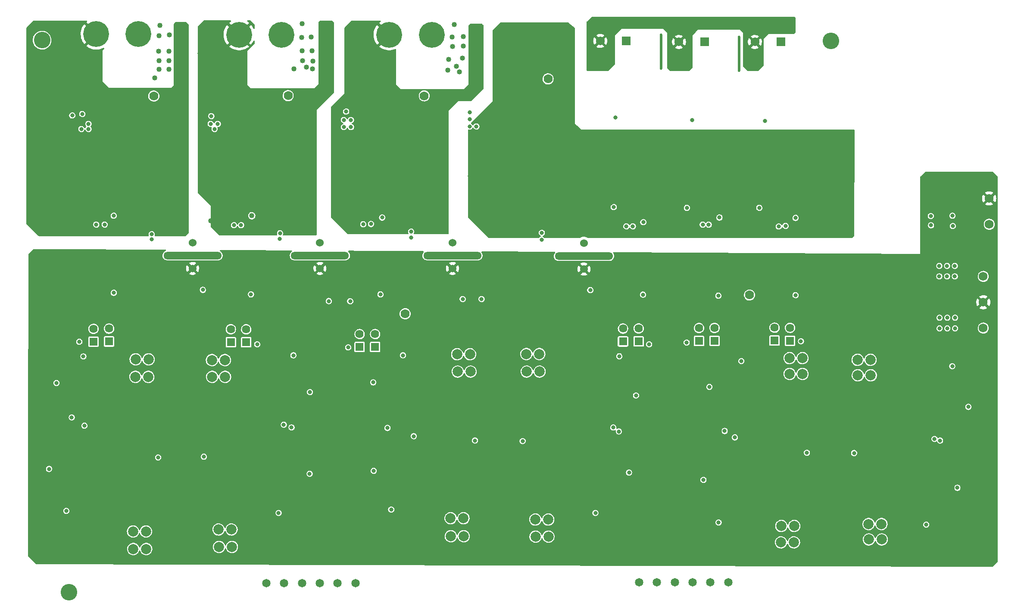
<source format=gbr>
%TF.GenerationSoftware,KiCad,Pcbnew,(5.99.0-10177-gd878cbddbc)*%
%TF.CreationDate,2021-05-13T16:43:48+02:00*%
%TF.ProjectId,PowerMeterDeng,506f7765-724d-4657-9465-7244656e672e,rev?*%
%TF.SameCoordinates,Original*%
%TF.FileFunction,Copper,L2,Inr*%
%TF.FilePolarity,Positive*%
%FSLAX46Y46*%
G04 Gerber Fmt 4.6, Leading zero omitted, Abs format (unit mm)*
G04 Created by KiCad (PCBNEW (5.99.0-10177-gd878cbddbc)) date 2021-05-13 16:43:48*
%MOMM*%
%LPD*%
G01*
G04 APERTURE LIST*
%TA.AperFunction,ComponentPad*%
%ADD10R,1.625600X1.625600*%
%TD*%
%TA.AperFunction,ComponentPad*%
%ADD11C,1.625600*%
%TD*%
%TA.AperFunction,ComponentPad*%
%ADD12C,1.651000*%
%TD*%
%TA.AperFunction,ComponentPad*%
%ADD13C,5.080000*%
%TD*%
%TA.AperFunction,ComponentPad*%
%ADD14C,1.778000*%
%TD*%
%TA.AperFunction,ComponentPad*%
%ADD15O,0.508000X7.162800*%
%TD*%
%TA.AperFunction,ComponentPad*%
%ADD16C,2.000000*%
%TD*%
%TA.AperFunction,ComponentPad*%
%ADD17O,11.430000X1.498600*%
%TD*%
%TA.AperFunction,ComponentPad*%
%ADD18C,3.251200*%
%TD*%
%TA.AperFunction,ComponentPad*%
%ADD19R,1.727200X1.727200*%
%TD*%
%TA.AperFunction,ComponentPad*%
%ADD20C,1.727200*%
%TD*%
%TA.AperFunction,ComponentPad*%
%ADD21C,1.524000*%
%TD*%
%TA.AperFunction,ComponentPad*%
%ADD22C,1.752600*%
%TD*%
%TA.AperFunction,ViaPad*%
%ADD23C,0.800000*%
%TD*%
%TA.AperFunction,ViaPad*%
%ADD24C,0.812800*%
%TD*%
%TA.AperFunction,ViaPad*%
%ADD25C,1.016000*%
%TD*%
G04 APERTURE END LIST*
D10*
%TO.N,DOUTP_W_PH*%
%TO.C,J26*%
X228432200Y-81534000D03*
D11*
%TO.N,DOUTP_W_PH1*%
X228432200Y-78994000D03*
%TD*%
D12*
%TO.N,Ip_U*%
%TO.C,J8*%
X125538695Y-129226300D03*
%TO.N,In_U*%
X129038698Y-129226300D03*
%TO.N,Ip_V*%
X132538699Y-129226300D03*
%TO.N,In_V*%
X136038700Y-129226300D03*
%TO.N,Ip_W*%
X139538700Y-129226300D03*
%TO.N,In_W*%
X143038701Y-129226300D03*
%TD*%
D10*
%TO.N,DOUTN_W_PH*%
%TO.C,J27*%
X225384200Y-81508600D03*
D11*
%TO.N,DOUTN_W_PH1*%
X225384200Y-78968600D03*
%TD*%
D13*
%TO.N,GND_WSH*%
%TO.C,TP7*%
X149666800Y-21336000D03*
%TD*%
D14*
%TO.N,-5.0V_PH*%
%TO.C,TP16*%
X180898800Y-30022800D03*
%TD*%
D13*
%TO.N,NetFB6_1*%
%TO.C,TP8*%
X158048800Y-21336000D03*
%TD*%
D15*
%TO.N,*%
%TO.C,*%
X218399200Y-25069800D03*
%TD*%
D16*
%TO.N,Vp_V*%
%TO.C,TP29*%
X230886000Y-88061800D03*
X228346000Y-88061800D03*
%TD*%
D10*
%TO.N,DOUTP_CH_W*%
%TO.C,J20*%
X146923600Y-82778600D03*
D11*
%TO.N,DOUTP_CH_W1*%
X146923600Y-80238600D03*
%TD*%
D14*
%TO.N,AMC_VCC*%
%TO.C,TP17*%
X220472000Y-72542400D03*
%TD*%
D10*
%TO.N,DOUTN_CH_W*%
%TO.C,J21*%
X143875600Y-82778600D03*
D11*
%TO.N,DOUTN_CH_W1*%
X143875600Y-80238600D03*
%TD*%
D16*
%TO.N,Ip_W*%
%TO.C,TP21*%
X165684800Y-87602200D03*
X163144800Y-87602200D03*
%TD*%
%TO.N,In_U*%
%TO.C,TP15*%
X99364800Y-119049200D03*
X101904800Y-119049200D03*
%TD*%
D17*
%TO.N,*%
%TO.C,*%
X111058800Y-64770000D03*
%TD*%
D18*
%TO.N,N/C*%
%TO.C,MH2*%
X86741000Y-130987800D03*
%TD*%
D16*
%TO.N,Vn_V*%
%TO.C,TP33*%
X229260400Y-117982700D03*
X226720400Y-117982700D03*
%TD*%
D18*
%TO.N,N/C*%
%TO.C,MH3*%
X236433200Y-22529800D03*
%TD*%
D19*
%TO.N,NetFB11_1*%
%TO.C,J15*%
X211693600Y-22758400D03*
D20*
%TO.N,NEUTRAL*%
X206613600Y-22758400D03*
%TD*%
D16*
%TO.N,In_W*%
%TO.C,TP22*%
X161740599Y-116456000D03*
X164280599Y-116456000D03*
%TD*%
%TO.N,Net-(R120-Pad1)*%
%TO.C,TP23*%
X164324198Y-119986600D03*
X161784198Y-119986600D03*
%TD*%
D10*
%TO.N,DOUTN_CH_U*%
%TO.C,J11*%
X91602400Y-81737200D03*
D11*
%TO.N,DOUTN_CH_U1*%
X91602400Y-79197200D03*
%TD*%
D18*
%TO.N,N/C*%
%TO.C,MH1*%
X81493200Y-22402800D03*
%TD*%
D16*
%TO.N,Net-(R136-Pad1)*%
%TO.C,TP35*%
X243916200Y-120624900D03*
X246456200Y-120624900D03*
%TD*%
D12*
%TO.N,Vp_U*%
%TO.C,J29*%
X198801195Y-129082800D03*
%TO.N,Vn_U*%
X202301198Y-129082800D03*
%TO.N,Vp_V*%
X205801199Y-129082800D03*
%TO.N,Vn_V*%
X209301200Y-129082800D03*
%TO.N,Vp_W*%
X212801200Y-129082800D03*
%TO.N,Vn_W*%
X216301201Y-129082800D03*
%TD*%
D13*
%TO.N,NetFB4_1*%
%TO.C,TP5*%
X128534000Y-21336000D03*
%TD*%
D10*
%TO.N,DOUTP_CH_V*%
%TO.C,J18*%
X121599800Y-81838800D03*
D11*
%TO.N,DOUTP_CH_V1*%
X121599800Y-79298800D03*
%TD*%
D16*
%TO.N,In_V*%
%TO.C,TP53*%
X118719600Y-118668800D03*
X116179600Y-118668800D03*
%TD*%
D17*
%TO.N,*%
%TO.C,*%
X136077800Y-64770000D03*
%TD*%
D10*
%TO.N,DOUTP_U_PH*%
%TO.C,J22*%
X198688800Y-81661000D03*
D11*
%TO.N,DOUTP_U_PH1*%
X198688800Y-79121000D03*
%TD*%
D16*
%TO.N,Net-(R128-Pad2)*%
%TO.C,TP31*%
X241706400Y-85293200D03*
X244246400Y-85293200D03*
%TD*%
D10*
%TO.N,DOUTN_U_PH*%
%TO.C,J23*%
X195615400Y-81686400D03*
D11*
%TO.N,DOUTN_U_PH1*%
X195615400Y-79146400D03*
%TD*%
D10*
%TO.N,DOUTN_V_PH*%
%TO.C,J25*%
X210550600Y-81584800D03*
D11*
%TO.N,DOUTN_V_PH1*%
X210550600Y-79044800D03*
%TD*%
D16*
%TO.N,Net-(R46-Pad1)*%
%TO.C,TP52*%
X118795800Y-122097800D03*
X116255800Y-122097800D03*
%TD*%
D14*
%TO.N,-5.0V_VSH*%
%TO.C,TP6*%
X129829400Y-33324800D03*
%TD*%
D21*
%TO.N,DGND*%
%TO.C,C51*%
X187944600Y-67437000D03*
%TO.N,GND_PH*%
X187944600Y-62357000D03*
%TD*%
D15*
%TO.N,*%
%TO.C,*%
X203108400Y-24638000D03*
%TD*%
D21*
%TO.N,DGND*%
%TO.C,C7*%
X111058800Y-67310000D03*
%TO.N,GND_USH*%
X111058800Y-62230000D03*
%TD*%
D16*
%TO.N,Vn_U*%
%TO.C,TP26*%
X178402999Y-116710000D03*
X180942999Y-116710000D03*
%TD*%
D10*
%TO.N,DOUTP_CH_U*%
%TO.C,J10*%
X94650400Y-81686400D03*
D11*
%TO.N,DOUTP_CH_U1*%
X94650400Y-79146400D03*
%TD*%
D10*
%TO.N,DOUTN_CH_V*%
%TO.C,J19*%
X118577200Y-81813400D03*
D11*
%TO.N,DOUTN_CH_V1*%
X118577200Y-79273400D03*
%TD*%
D16*
%TO.N,Net-(R29-Pad1)*%
%TO.C,TP11*%
X102412800Y-85191600D03*
X99872800Y-85191600D03*
%TD*%
%TO.N,Net-(R124-Pad1)*%
%TO.C,TP28*%
X228346000Y-84963000D03*
X230886000Y-84963000D03*
%TD*%
D14*
%TO.N,AMC_VCC*%
%TO.C,TP9*%
X152816400Y-76225400D03*
%TD*%
D10*
%TO.N,DOUTP_V_PH*%
%TO.C,J24*%
X213598600Y-81559400D03*
D11*
%TO.N,DOUTP_V_PH1*%
X213598600Y-79019400D03*
%TD*%
D16*
%TO.N,Net-(R116-Pad2)*%
%TO.C,TP20*%
X163043200Y-84198600D03*
X165583200Y-84198600D03*
%TD*%
D14*
%TO.N,-5.0V_WSH*%
%TO.C,TP10*%
X156575600Y-33350200D03*
%TD*%
D16*
%TO.N,Net-(R108-Pad1)*%
%TO.C,TP24*%
X176632200Y-84147800D03*
X179172200Y-84147800D03*
%TD*%
%TO.N,Ip_V*%
%TO.C,TP51*%
X114909600Y-88646000D03*
X117449600Y-88646000D03*
%TD*%
D22*
%TO.N,+15V*%
%TO.C,J30*%
X266395200Y-68884800D03*
%TO.N,DGND*%
X266395200Y-73964800D03*
%TO.N,-15V*%
X266395200Y-79044800D03*
%TD*%
D13*
%TO.N,GND_VSH*%
%TO.C,TP4*%
X120202800Y-21336000D03*
%TD*%
D16*
%TO.N,Vp_W*%
%TO.C,TP30*%
X244297200Y-88341200D03*
X241757200Y-88341200D03*
%TD*%
D13*
%TO.N,GND_USH*%
%TO.C,TP1*%
X92135800Y-21209000D03*
%TD*%
D17*
%TO.N,*%
%TO.C,*%
X187944600Y-64897000D03*
%TD*%
D14*
%TO.N,-5.0V_USH*%
%TO.C,TP3*%
X103438800Y-33401000D03*
%TD*%
D13*
%TO.N,NetFB2_1*%
%TO.C,TP2*%
X100390800Y-21209000D03*
%TD*%
D22*
%TO.N,+5V_CNTL*%
%TO.C,J17*%
X267563600Y-58623200D03*
%TO.N,DGND*%
X267563600Y-53543200D03*
%TD*%
D19*
%TO.N,NetFB12_1*%
%TO.C,J16*%
X226603400Y-22758400D03*
D20*
%TO.N,NEUTRAL*%
X221523400Y-22758400D03*
%TD*%
D19*
%TO.N,NetFB9_1*%
%TO.C,J14*%
X196225000Y-22555200D03*
D20*
%TO.N,NEUTRAL*%
X191145000Y-22555200D03*
%TD*%
D16*
%TO.N,Net-(R132-Pad2)*%
%TO.C,TP32*%
X229209600Y-121208800D03*
X226669600Y-121208800D03*
%TD*%
D17*
%TO.N,*%
%TO.C,*%
X162112800Y-64770000D03*
%TD*%
D16*
%TO.N,Net-(R112-Pad2)*%
%TO.C,TP27*%
X180968399Y-120062800D03*
X178428399Y-120062800D03*
%TD*%
%TO.N,Ip_U*%
%TO.C,TP12*%
X99822000Y-88646000D03*
X102362000Y-88646000D03*
%TD*%
%TO.N,Vn_W*%
%TO.C,TP34*%
X243865400Y-117602000D03*
X246405400Y-117602000D03*
%TD*%
%TO.N,Net-(R38-Pad2)*%
%TO.C,TP50*%
X114858800Y-85344000D03*
X117398800Y-85344000D03*
%TD*%
D21*
%TO.N,DGND*%
%TO.C,C15*%
X136077800Y-67310000D03*
%TO.N,GND_VSH*%
X136077800Y-62230000D03*
%TD*%
D16*
%TO.N,Net-(R34-Pad2)*%
%TO.C,TP13*%
X101955600Y-122504200D03*
X99415600Y-122504200D03*
%TD*%
%TO.N,Vp_U*%
%TO.C,TP25*%
X176708400Y-87602200D03*
X179248400Y-87602200D03*
%TD*%
D21*
%TO.N,DGND*%
%TO.C,C26*%
X162112800Y-67310000D03*
%TO.N,GND_WSH*%
X162112800Y-62230000D03*
%TD*%
D23*
%TO.N,+5V_CNTL*%
X260350000Y-56946800D03*
X260400800Y-58978800D03*
D24*
X113080800Y-71526400D03*
X189189200Y-71577200D03*
X137830400Y-73736200D03*
X142021400Y-73761600D03*
X167827800Y-73329800D03*
X164119400Y-73329800D03*
%TO.N,+5.0V_PH*%
X166811800Y-39370000D03*
X165491000Y-39370000D03*
X208188400Y-55397400D03*
X214563800Y-57302400D03*
X222387000Y-55372000D03*
X165541800Y-37973000D03*
X193812000Y-55245000D03*
X229524400Y-57378600D03*
X165541800Y-36601400D03*
X199603200Y-58216800D03*
%TO.N,+5.0V_USH*%
X90611800Y-38862000D03*
X89214800Y-39878000D03*
X89408000Y-36931600D03*
X95590200Y-56946800D03*
X90611800Y-39878000D03*
D25*
%TO.N,+5.0V_VSH*%
X122692000Y-56946800D03*
D24*
X116011800Y-38862000D03*
X114614800Y-38862000D03*
X114741800Y-37338000D03*
X115376800Y-39878000D03*
%TO.N,+5.0V_WSH*%
X142173800Y-39497000D03*
X148295200Y-57302400D03*
X141234000Y-36449000D03*
X140776800Y-38100000D03*
X140776800Y-39497000D03*
X142173800Y-38100000D03*
%TO.N,AMC_VCC*%
X147965000Y-72415400D03*
D23*
X256133600Y-58826400D03*
X256082800Y-56997600D03*
D24*
X199552400Y-72466200D03*
X95590200Y-72110600D03*
X229524400Y-72567800D03*
X122539600Y-72415400D03*
X214360600Y-72669400D03*
D23*
%TO.N,DGND*%
X258165600Y-117678200D03*
X226568000Y-90474800D03*
X149446999Y-84452600D03*
X226796600Y-115925300D03*
D24*
X110500000Y-76047600D03*
D23*
X260858000Y-71932800D03*
X97790000Y-104597200D03*
X182906000Y-101267400D03*
D24*
X208086800Y-71983600D03*
X188452600Y-70358000D03*
D23*
X254939800Y-101092000D03*
X218617800Y-99288600D03*
X127763800Y-84353400D03*
X124206000Y-99771200D03*
X225143800Y-103682800D03*
X196804999Y-98651200D03*
X182347200Y-89837400D03*
X131978400Y-97942400D03*
D24*
X223225200Y-72009000D03*
D23*
X89255600Y-71577200D03*
D24*
X141615000Y-71653400D03*
D23*
X156558999Y-84300200D03*
X188422999Y-97838400D03*
D24*
X164475000Y-68707000D03*
X147965000Y-74015600D03*
D23*
X253267000Y-100208300D03*
X159200599Y-113865200D03*
X220700600Y-85877400D03*
X260858000Y-74015600D03*
X246202200Y-115493800D03*
X83515200Y-96774000D03*
D24*
X122565000Y-74015600D03*
D23*
X257810000Y-71932800D03*
D24*
X134960200Y-77266800D03*
D23*
X247192800Y-90627200D03*
D24*
X139760800Y-80772000D03*
X137347800Y-70104000D03*
D23*
X259334000Y-74015600D03*
X257810000Y-74015600D03*
X160604800Y-89786600D03*
X259708000Y-100792500D03*
X121615200Y-116027200D03*
X193167600Y-115440600D03*
X217297000Y-117348000D03*
D24*
X214360600Y-74269600D03*
D23*
X96367600Y-116078000D03*
D24*
X116088000Y-71729600D03*
D23*
X257354600Y-86472200D03*
X248081800Y-103759000D03*
X259334000Y-71932800D03*
X192017399Y-84503400D03*
X181196999Y-114322400D03*
D24*
X95590200Y-73710800D03*
D23*
X152921199Y-114772800D03*
X148145999Y-98847000D03*
D24*
X158201200Y-75946000D03*
X113080800Y-70408800D03*
X199527000Y-74142600D03*
D23*
X90424000Y-96672400D03*
X86715600Y-84582000D03*
X214503000Y-100634800D03*
X130860800Y-115417600D03*
X215925400Y-85471000D03*
X94234000Y-84734400D03*
X89255600Y-115011200D03*
D24*
X131886800Y-75565000D03*
D23*
X119735600Y-104546400D03*
X116801587Y-90861994D03*
D24*
X163789200Y-77724000D03*
D23*
X127609600Y-98704400D03*
D24*
X161096800Y-76276200D03*
X193227800Y-71932800D03*
D23*
X159842800Y-101165800D03*
D24*
X107121800Y-75692000D03*
D23*
X188570200Y-100302200D03*
D24*
X229549800Y-74345800D03*
D23*
X98755200Y-90982800D03*
D24*
X188960600Y-74498200D03*
D23*
X86817200Y-98247200D03*
X152260799Y-98643800D03*
%TO.N,DOUTN_CH_U*%
X88798400Y-81737200D03*
X82854800Y-106756200D03*
X84328000Y-89839800D03*
%TO.N,DOUTN_CH_W*%
X141630400Y-82854800D03*
X146545799Y-89728400D03*
X146647399Y-107127400D03*
%TO.N,DOUTN_V_PH*%
X208127600Y-81889600D03*
X211429600Y-108915200D03*
X212598000Y-90601800D03*
%TO.N,DOUTP_CH_V*%
X134125300Y-91643200D03*
X123748800Y-82245200D03*
X134061200Y-107696000D03*
%TO.N,DOUTP_U_PH*%
X200761600Y-82245200D03*
X198170800Y-92303600D03*
X196799800Y-107465000D03*
%TO.N,DOUTP_W_PH*%
X261315200Y-110464600D03*
X263450600Y-94549400D03*
X230581200Y-81635600D03*
D24*
%TO.N,GND_PH*%
X229524400Y-55803800D03*
X166811800Y-49174400D03*
X209737800Y-48514000D03*
X222615600Y-45237400D03*
X177860800Y-52171600D03*
X165541800Y-49174400D03*
X220278800Y-58521600D03*
X205750000Y-58343800D03*
X184083800Y-44602400D03*
X180654800Y-40284400D03*
X199603200Y-55626000D03*
X179130800Y-52171600D03*
X184591800Y-37998400D03*
X182559800Y-39522400D03*
X183321800Y-37744400D03*
X214563800Y-55727600D03*
X183448800Y-38887400D03*
X178572000Y-53162200D03*
X191754600Y-58547000D03*
X194497800Y-49606200D03*
X192211800Y-46609000D03*
X207274000Y-45542200D03*
X185470800Y-26568400D03*
X179359400Y-23876000D03*
X224723800Y-48590200D03*
X173365000Y-23901400D03*
D25*
%TO.N,GND_USH*%
X89214800Y-48768000D03*
X86598600Y-22936200D03*
X104835800Y-43180000D03*
X105521600Y-41859200D03*
X103819800Y-51943000D03*
X86522400Y-29667200D03*
X90611800Y-48768000D03*
X80197800Y-38608000D03*
X86624000Y-25069800D03*
X106867800Y-42164000D03*
X86598600Y-27711400D03*
X88224200Y-19431000D03*
X89214800Y-27178000D03*
X108772800Y-38862000D03*
D24*
X95590200Y-55346600D03*
D25*
X109474000Y-31445200D03*
X88452800Y-23012400D03*
X89214800Y-29718000D03*
X86751000Y-20726400D03*
X103438800Y-53594000D03*
X87030400Y-59385200D03*
X108772800Y-41021000D03*
X101686200Y-51663600D03*
X108772800Y-25146000D03*
X107286869Y-44626831D03*
X89240200Y-25044400D03*
X108264800Y-42164000D03*
%TO.N,GND_VSH*%
X134045800Y-42164000D03*
X114614800Y-57912000D03*
X115630800Y-20116800D03*
X127162400Y-51638200D03*
X132648800Y-42164000D03*
X114691000Y-24790400D03*
X112532000Y-25019000D03*
X115757800Y-29921200D03*
X134366000Y-40792400D03*
X114691000Y-22098000D03*
X116570600Y-27889200D03*
X116545200Y-24765000D03*
X117916800Y-29845000D03*
X115707000Y-26441400D03*
X114487800Y-49022000D03*
X136585800Y-25781000D03*
X128534000Y-43027600D03*
X132953600Y-44678600D03*
X116519800Y-22148800D03*
X134366000Y-39014400D03*
X115884800Y-49022000D03*
X128991200Y-51587400D03*
X114665600Y-27863800D03*
X131124800Y-42164000D03*
X128584800Y-53721000D03*
X122692000Y-55346600D03*
D24*
%TO.N,NetC9_2*%
X119186800Y-58801000D03*
%TO.N,NetC9_1*%
X120583800Y-58801000D03*
%TO.N,NetC55_2*%
X196275800Y-59029600D03*
%TO.N,NetC55_1*%
X197545800Y-59029600D03*
%TO.N,NetC61_2*%
X211287200Y-58699400D03*
%TO.N,NetC61_1*%
X212455600Y-58699400D03*
%TO.N,NetC68_2*%
X226222400Y-59055000D03*
%TO.N,NetC68_1*%
X227543200Y-58928000D03*
%TO.N,NetC18_2*%
X144586800Y-58623200D03*
%TO.N,NetC18_1*%
X146136200Y-58572400D03*
%TO.N,NetC2_1*%
X93786800Y-58674000D03*
%TO.N,NetC2_2*%
X92135800Y-58674000D03*
%TO.N,NetD1_2*%
X87411400Y-37211000D03*
%TO.N,NetD21_1*%
X179638800Y-61645800D03*
D23*
X179679600Y-60299600D03*
D24*
%TO.N,NetD43_1*%
X103032400Y-60579000D03*
X103057800Y-61595000D03*
%TO.N,NetD37_1*%
X128203800Y-61468000D03*
X128254600Y-60401200D03*
%TO.N,NetD32_1*%
X153974800Y-61214000D03*
X153984800Y-60071000D03*
D25*
%TO.N,NetFB2_1*%
X106486800Y-21386800D03*
X106385200Y-24561800D03*
X106436000Y-28117800D03*
X103591200Y-29819600D03*
X104454800Y-26416000D03*
X104378600Y-24612600D03*
X104505600Y-28168600D03*
X104505600Y-21564600D03*
X104607200Y-19481800D03*
X106436000Y-26416000D03*
%TO.N,NetFB4_1*%
X132496400Y-21894800D03*
X134350600Y-21818600D03*
X132598000Y-19177000D03*
X134680800Y-26492200D03*
X132623400Y-26441400D03*
X134528400Y-24511000D03*
X132598000Y-24460200D03*
X134620000Y-28092400D03*
X131013200Y-28041600D03*
X133410800Y-27686000D03*
%TO.N,NetFB6_1*%
X162493800Y-19304000D03*
X162087400Y-23622000D03*
X161350800Y-26162000D03*
X163525200Y-28651200D03*
X164221000Y-23596600D03*
X162900200Y-27559000D03*
X162036600Y-21767800D03*
X164271800Y-21742400D03*
X164094000Y-25958800D03*
X161188400Y-28346400D03*
D24*
%TO.N,NetR60_2*%
X194142200Y-37592000D03*
%TO.N,NetR72_2*%
X209204400Y-38125400D03*
%TO.N,NetR84_2*%
X223520000Y-38303200D03*
D25*
%TO.N,GND_WSH*%
X154746800Y-42926000D03*
X153375200Y-51536600D03*
X142173800Y-48641000D03*
X159090200Y-42519600D03*
X157490000Y-42367200D03*
X155254800Y-51511200D03*
X159268000Y-46888400D03*
X143621600Y-26390600D03*
X143596200Y-21945600D03*
X160715800Y-39395400D03*
X143494600Y-24231600D03*
X145983800Y-24104600D03*
X143697800Y-29997400D03*
X146034600Y-22047200D03*
X140192600Y-58267600D03*
X141665800Y-25273000D03*
X144942400Y-28295600D03*
X154365800Y-53340000D03*
X160766600Y-40817800D03*
X145069400Y-19558000D03*
X146517200Y-30022800D03*
D23*
X147624800Y-39014400D03*
D24*
X148320600Y-55702200D03*
D25*
X140599000Y-48590200D03*
X146161600Y-26416000D03*
X160512600Y-42138600D03*
X166049800Y-23241000D03*
D23*
%TO.N,-15V*%
X218871800Y-85521800D03*
X113284000Y-104343200D03*
X255193800Y-117703600D03*
X217601800Y-100558600D03*
X257810000Y-77012800D03*
X257810000Y-79095600D03*
X127965200Y-115417600D03*
X128981200Y-98044000D03*
X89611200Y-84632800D03*
X259334000Y-79095600D03*
X260858000Y-79095600D03*
X154521399Y-100320200D03*
X175895600Y-101267400D03*
X152387799Y-84401800D03*
X190195800Y-115415200D03*
X260858000Y-77012800D03*
X89814400Y-98247200D03*
X241013402Y-103632000D03*
X193706199Y-98600400D03*
X256812400Y-100843300D03*
X259334000Y-77012800D03*
%TO.N,+15V*%
X231749600Y-103581200D03*
X194887599Y-84579600D03*
X104292400Y-104495600D03*
X149365199Y-98694600D03*
X194793200Y-99387800D03*
X259283200Y-66802000D03*
X257759200Y-68884800D03*
X215595200Y-99288600D03*
X257759200Y-66802000D03*
X166548400Y-101165800D03*
X130505200Y-98602800D03*
X260807200Y-66802000D03*
X259283200Y-68884800D03*
X150076399Y-114747400D03*
X214401400Y-117297200D03*
X130862600Y-84404200D03*
X86258400Y-115011200D03*
X257911600Y-101168200D03*
X87325200Y-96621600D03*
X260807200Y-68884800D03*
X260301000Y-86548400D03*
%TD*%
%TA.AperFunction,Conductor*%
%TO.N,GND_VSH*%
G36*
X118588748Y-18536602D02*
G01*
X118635241Y-18590258D01*
X118645345Y-18660532D01*
X118615851Y-18725112D01*
X118584102Y-18751443D01*
X118520835Y-18788339D01*
X118514869Y-18792288D01*
X118243868Y-18994653D01*
X118236722Y-19006840D01*
X118236755Y-19007650D01*
X118241831Y-19015821D01*
X120189988Y-20963978D01*
X120203932Y-20971592D01*
X120205765Y-20971461D01*
X120212380Y-20967210D01*
X122158561Y-19021029D01*
X122166075Y-19007268D01*
X122159617Y-18997907D01*
X122085102Y-18932561D01*
X122079482Y-18928169D01*
X121817071Y-18746128D01*
X121772501Y-18690864D01*
X121764884Y-18620277D01*
X121796638Y-18556778D01*
X121857682Y-18520526D01*
X121888891Y-18516600D01*
X122386977Y-18516600D01*
X122455098Y-18536602D01*
X122474647Y-18552102D01*
X123212470Y-19266868D01*
X123247480Y-19328632D01*
X123250800Y-19357366D01*
X123250800Y-20096269D01*
X123230798Y-20164390D01*
X123177142Y-20210883D01*
X123106868Y-20220987D01*
X123042288Y-20191493D01*
X123008603Y-20144994D01*
X122948200Y-20000950D01*
X122945075Y-19994541D01*
X122779425Y-19698750D01*
X122775577Y-19692710D01*
X122577521Y-19417594D01*
X122573022Y-19412037D01*
X122543769Y-19379832D01*
X122530209Y-19371559D01*
X122529986Y-19371564D01*
X122520925Y-19377085D01*
X120574822Y-21323188D01*
X120567208Y-21337132D01*
X120567339Y-21338965D01*
X120571590Y-21345580D01*
X122518704Y-23292694D01*
X122531545Y-23299706D01*
X122542234Y-23291911D01*
X122701459Y-23089936D01*
X122705554Y-23084087D01*
X122883945Y-22795811D01*
X122887358Y-22789525D01*
X123010839Y-22527705D01*
X123057988Y-22474625D01*
X123126349Y-22455462D01*
X123194219Y-22476300D01*
X123240048Y-22530523D01*
X123250800Y-22581452D01*
X123250800Y-23061810D01*
X123230798Y-23129931D01*
X123213895Y-23150905D01*
X121853800Y-24511000D01*
X121853800Y-31242000D01*
X122488800Y-31877000D01*
X134934800Y-31877000D01*
X135823800Y-30988000D01*
X135823800Y-18848190D01*
X135843802Y-18780069D01*
X135860705Y-18759095D01*
X136040895Y-18578905D01*
X136103207Y-18544879D01*
X136129990Y-18542000D01*
X138438610Y-18542000D01*
X138506731Y-18562002D01*
X138527705Y-18578905D01*
X138834895Y-18886095D01*
X138868921Y-18948407D01*
X138871800Y-18975190D01*
X138871800Y-32586810D01*
X138851798Y-32654931D01*
X138834895Y-32675905D01*
X135442800Y-36068000D01*
X135442800Y-60653810D01*
X135422798Y-60721931D01*
X135405895Y-60742905D01*
X135352705Y-60796095D01*
X135290393Y-60830121D01*
X135263610Y-60833000D01*
X128925382Y-60833000D01*
X128857261Y-60812998D01*
X128810768Y-60759342D01*
X128800664Y-60689068D01*
X128808230Y-60660616D01*
X128824328Y-60619958D01*
X128850376Y-60554169D01*
X128869700Y-60401200D01*
X128850376Y-60248231D01*
X128793616Y-60104873D01*
X128702989Y-59980135D01*
X128584187Y-59881854D01*
X128444676Y-59816205D01*
X128341362Y-59796497D01*
X128301008Y-59788799D01*
X128301006Y-59788799D01*
X128293222Y-59787314D01*
X128208135Y-59792667D01*
X128147254Y-59796497D01*
X128147252Y-59796497D01*
X128139342Y-59796995D01*
X128131806Y-59799444D01*
X128131804Y-59799444D01*
X128000245Y-59842190D01*
X128000242Y-59842191D01*
X127992703Y-59844641D01*
X127862521Y-59927257D01*
X127756974Y-60039653D01*
X127682694Y-60174767D01*
X127680724Y-60182439D01*
X127680723Y-60182442D01*
X127661814Y-60256090D01*
X127644350Y-60324108D01*
X127644350Y-60478292D01*
X127646321Y-60485967D01*
X127646321Y-60485970D01*
X127663832Y-60554169D01*
X127682694Y-60627633D01*
X127692957Y-60646300D01*
X127708246Y-60715628D01*
X127683626Y-60782219D01*
X127626913Y-60824929D01*
X127582542Y-60833000D01*
X116444990Y-60833000D01*
X116376869Y-60812998D01*
X116355895Y-60796095D01*
X114651705Y-59091905D01*
X114617679Y-59029593D01*
X114614800Y-59002810D01*
X114614800Y-58723908D01*
X118576550Y-58723908D01*
X118576550Y-58878092D01*
X118578521Y-58885767D01*
X118578521Y-58885770D01*
X118612923Y-59019756D01*
X118614894Y-59027433D01*
X118689174Y-59162547D01*
X118794721Y-59274943D01*
X118924903Y-59357559D01*
X118932442Y-59360009D01*
X118932445Y-59360010D01*
X119064004Y-59402756D01*
X119064006Y-59402756D01*
X119071542Y-59405205D01*
X119079452Y-59405703D01*
X119079454Y-59405703D01*
X119140335Y-59409533D01*
X119225422Y-59414886D01*
X119233206Y-59413401D01*
X119233208Y-59413401D01*
X119281745Y-59404142D01*
X119376876Y-59385995D01*
X119516387Y-59320346D01*
X119635189Y-59222065D01*
X119725816Y-59097327D01*
X119750739Y-59034381D01*
X119767487Y-58992080D01*
X119811162Y-58936106D01*
X119878165Y-58912630D01*
X119947224Y-58929106D01*
X119996412Y-58980302D01*
X120006681Y-59007130D01*
X120011894Y-59027433D01*
X120086174Y-59162547D01*
X120191721Y-59274943D01*
X120321903Y-59357559D01*
X120329442Y-59360009D01*
X120329445Y-59360010D01*
X120461004Y-59402756D01*
X120461006Y-59402756D01*
X120468542Y-59405205D01*
X120476452Y-59405703D01*
X120476454Y-59405703D01*
X120537335Y-59409533D01*
X120622422Y-59414886D01*
X120630206Y-59413401D01*
X120630208Y-59413401D01*
X120678745Y-59404142D01*
X120773876Y-59385995D01*
X120913387Y-59320346D01*
X121032189Y-59222065D01*
X121122816Y-59097327D01*
X121179576Y-58953969D01*
X121198900Y-58801000D01*
X121179576Y-58648031D01*
X121122816Y-58504673D01*
X121032189Y-58379935D01*
X120913387Y-58281654D01*
X120773876Y-58216005D01*
X120670562Y-58196297D01*
X120630208Y-58188599D01*
X120630206Y-58188599D01*
X120622422Y-58187114D01*
X120537335Y-58192467D01*
X120476454Y-58196297D01*
X120476452Y-58196297D01*
X120468542Y-58196795D01*
X120461006Y-58199244D01*
X120461004Y-58199244D01*
X120329445Y-58241990D01*
X120329442Y-58241991D01*
X120321903Y-58244441D01*
X120191721Y-58327057D01*
X120086174Y-58439453D01*
X120011894Y-58574567D01*
X120009923Y-58582244D01*
X120006681Y-58594870D01*
X119970367Y-58655877D01*
X119906835Y-58687566D01*
X119836256Y-58679876D01*
X119781038Y-58635250D01*
X119767487Y-58609920D01*
X119728734Y-58512042D01*
X119728733Y-58512040D01*
X119725816Y-58504673D01*
X119635189Y-58379935D01*
X119516387Y-58281654D01*
X119376876Y-58216005D01*
X119273562Y-58196297D01*
X119233208Y-58188599D01*
X119233206Y-58188599D01*
X119225422Y-58187114D01*
X119140335Y-58192467D01*
X119079454Y-58196297D01*
X119079452Y-58196297D01*
X119071542Y-58196795D01*
X119064006Y-58199244D01*
X119064004Y-58199244D01*
X118932445Y-58241990D01*
X118932442Y-58241991D01*
X118924903Y-58244441D01*
X118794721Y-58327057D01*
X118689174Y-58439453D01*
X118614894Y-58574567D01*
X118612924Y-58582239D01*
X118612923Y-58582242D01*
X118594017Y-58655877D01*
X118576550Y-58723908D01*
X114614800Y-58723908D01*
X114614800Y-56939295D01*
X121975339Y-56939295D01*
X121994236Y-57110459D01*
X121996845Y-57117590D01*
X121996846Y-57117592D01*
X122050805Y-57265041D01*
X122053416Y-57272175D01*
X122057652Y-57278478D01*
X122057652Y-57278479D01*
X122145228Y-57408807D01*
X122145231Y-57408810D01*
X122149462Y-57415107D01*
X122276829Y-57531002D01*
X122300317Y-57543755D01*
X122421488Y-57609546D01*
X122421490Y-57609547D01*
X122428165Y-57613171D01*
X122435514Y-57615099D01*
X122587383Y-57654941D01*
X122587385Y-57654941D01*
X122594733Y-57656869D01*
X122687308Y-57658323D01*
X122759319Y-57659455D01*
X122759322Y-57659455D01*
X122766916Y-57659574D01*
X122825445Y-57646169D01*
X122927370Y-57622825D01*
X122927374Y-57622824D01*
X122934773Y-57621129D01*
X122957804Y-57609546D01*
X123081833Y-57547167D01*
X123081836Y-57547165D01*
X123088616Y-57543755D01*
X123094387Y-57538826D01*
X123094390Y-57538824D01*
X123213789Y-57436847D01*
X123213790Y-57436846D01*
X123219561Y-57431917D01*
X123320049Y-57292073D01*
X123384279Y-57132296D01*
X123408543Y-56961809D01*
X123408700Y-56946800D01*
X123406881Y-56931764D01*
X123388924Y-56783383D01*
X123388012Y-56775843D01*
X123327142Y-56614756D01*
X123229605Y-56472838D01*
X123223316Y-56467234D01*
X123106701Y-56363335D01*
X123101030Y-56358282D01*
X123093002Y-56354031D01*
X123032112Y-56321792D01*
X122948842Y-56277703D01*
X122781826Y-56235751D01*
X122774228Y-56235711D01*
X122774226Y-56235711D01*
X122699865Y-56235322D01*
X122609625Y-56234850D01*
X122602246Y-56236622D01*
X122602242Y-56236622D01*
X122449557Y-56273278D01*
X122449553Y-56273279D01*
X122442178Y-56275050D01*
X122289155Y-56354031D01*
X122283433Y-56359023D01*
X122283431Y-56359024D01*
X122165115Y-56462238D01*
X122159388Y-56467234D01*
X122060370Y-56608123D01*
X122057611Y-56615198D01*
X122057610Y-56615201D01*
X122000576Y-56761485D01*
X121997816Y-56768564D01*
X121975339Y-56939295D01*
X114614800Y-56939295D01*
X114614800Y-54991000D01*
X112111705Y-52487905D01*
X112077679Y-52425593D01*
X112074800Y-52398810D01*
X112074800Y-38784908D01*
X114004550Y-38784908D01*
X114004550Y-38939092D01*
X114006521Y-38946767D01*
X114006521Y-38946770D01*
X114040923Y-39080756D01*
X114042894Y-39088433D01*
X114068721Y-39135412D01*
X114106930Y-39204913D01*
X114117174Y-39223547D01*
X114222721Y-39335943D01*
X114352903Y-39418559D01*
X114360442Y-39421009D01*
X114360445Y-39421010D01*
X114492004Y-39463756D01*
X114492006Y-39463756D01*
X114499542Y-39466205D01*
X114507452Y-39466703D01*
X114507454Y-39466703D01*
X114568335Y-39470533D01*
X114653422Y-39475886D01*
X114668535Y-39473003D01*
X114739197Y-39479888D01*
X114794919Y-39523883D01*
X114818011Y-39591019D01*
X114809291Y-39643162D01*
X114808715Y-39644617D01*
X114804894Y-39651567D01*
X114802924Y-39659239D01*
X114802923Y-39659242D01*
X114784014Y-39732890D01*
X114766550Y-39800908D01*
X114766550Y-39955092D01*
X114768521Y-39962767D01*
X114768521Y-39962770D01*
X114786032Y-40030969D01*
X114804894Y-40104433D01*
X114879174Y-40239547D01*
X114984721Y-40351943D01*
X115114903Y-40434559D01*
X115122442Y-40437009D01*
X115122445Y-40437010D01*
X115254004Y-40479756D01*
X115254006Y-40479756D01*
X115261542Y-40482205D01*
X115269452Y-40482703D01*
X115269454Y-40482703D01*
X115330335Y-40486533D01*
X115415422Y-40491886D01*
X115423206Y-40490401D01*
X115423208Y-40490401D01*
X115471745Y-40481142D01*
X115566876Y-40462995D01*
X115706387Y-40397346D01*
X115825189Y-40299065D01*
X115915816Y-40174327D01*
X115972576Y-40030969D01*
X115991900Y-39878000D01*
X115972576Y-39725031D01*
X115946528Y-39659242D01*
X115941679Y-39646994D01*
X115935200Y-39576293D01*
X115967972Y-39513313D01*
X116029592Y-39478050D01*
X116045938Y-39475604D01*
X116050422Y-39475886D01*
X116201876Y-39446995D01*
X116341387Y-39381346D01*
X116460189Y-39283065D01*
X116508478Y-39216601D01*
X116546157Y-39164740D01*
X116546158Y-39164738D01*
X116550816Y-39158327D01*
X116607576Y-39014969D01*
X116626900Y-38862000D01*
X116607576Y-38709031D01*
X116550816Y-38565673D01*
X116460189Y-38440935D01*
X116341387Y-38342654D01*
X116201876Y-38277005D01*
X116098562Y-38257297D01*
X116058208Y-38249599D01*
X116058206Y-38249599D01*
X116050422Y-38248114D01*
X115965335Y-38253467D01*
X115904454Y-38257297D01*
X115904452Y-38257297D01*
X115896542Y-38257795D01*
X115889006Y-38260244D01*
X115889004Y-38260244D01*
X115757445Y-38302990D01*
X115757442Y-38302991D01*
X115749903Y-38305441D01*
X115619721Y-38388057D01*
X115514174Y-38500453D01*
X115439894Y-38635567D01*
X115437923Y-38643244D01*
X115434681Y-38655870D01*
X115398367Y-38716877D01*
X115334835Y-38748566D01*
X115264256Y-38740876D01*
X115209038Y-38696250D01*
X115195487Y-38670920D01*
X115156734Y-38573042D01*
X115156733Y-38573040D01*
X115153816Y-38565673D01*
X115063189Y-38440935D01*
X114944387Y-38342654D01*
X114804876Y-38277005D01*
X114701562Y-38257297D01*
X114661208Y-38249599D01*
X114661206Y-38249599D01*
X114653422Y-38248114D01*
X114568335Y-38253467D01*
X114507454Y-38257297D01*
X114507452Y-38257297D01*
X114499542Y-38257795D01*
X114492006Y-38260244D01*
X114492004Y-38260244D01*
X114360445Y-38302990D01*
X114360442Y-38302991D01*
X114352903Y-38305441D01*
X114222721Y-38388057D01*
X114117174Y-38500453D01*
X114042894Y-38635567D01*
X114040924Y-38643239D01*
X114040923Y-38643242D01*
X114022017Y-38716877D01*
X114004550Y-38784908D01*
X112074800Y-38784908D01*
X112074800Y-37260908D01*
X114131550Y-37260908D01*
X114131550Y-37415092D01*
X114133521Y-37422767D01*
X114133521Y-37422770D01*
X114151032Y-37490969D01*
X114169894Y-37564433D01*
X114244174Y-37699547D01*
X114349721Y-37811943D01*
X114479903Y-37894559D01*
X114487442Y-37897009D01*
X114487445Y-37897010D01*
X114619004Y-37939756D01*
X114619006Y-37939756D01*
X114626542Y-37942205D01*
X114634452Y-37942703D01*
X114634454Y-37942703D01*
X114695335Y-37946533D01*
X114780422Y-37951886D01*
X114788206Y-37950401D01*
X114788208Y-37950401D01*
X114836745Y-37941142D01*
X114931876Y-37922995D01*
X115071387Y-37857346D01*
X115190189Y-37759065D01*
X115280816Y-37634327D01*
X115337576Y-37490969D01*
X115356900Y-37338000D01*
X115337576Y-37185031D01*
X115280816Y-37041673D01*
X115190189Y-36916935D01*
X115071387Y-36818654D01*
X114931876Y-36753005D01*
X114828562Y-36733297D01*
X114788208Y-36725599D01*
X114788206Y-36725599D01*
X114780422Y-36724114D01*
X114695335Y-36729467D01*
X114634454Y-36733297D01*
X114634452Y-36733297D01*
X114626542Y-36733795D01*
X114619006Y-36736244D01*
X114619004Y-36736244D01*
X114487445Y-36778990D01*
X114487442Y-36778991D01*
X114479903Y-36781441D01*
X114349721Y-36864057D01*
X114244174Y-36976453D01*
X114169894Y-37111567D01*
X114167924Y-37119239D01*
X114167923Y-37119242D01*
X114149014Y-37192890D01*
X114131550Y-37260908D01*
X112074800Y-37260908D01*
X112074800Y-33426195D01*
X128736393Y-33426195D01*
X128775286Y-33631049D01*
X128852213Y-33824852D01*
X128855439Y-33829906D01*
X128855441Y-33829910D01*
X128961178Y-33995563D01*
X128964401Y-34000612D01*
X128968516Y-34004956D01*
X128968520Y-34004961D01*
X129045239Y-34085947D01*
X129107799Y-34151987D01*
X129277235Y-34273514D01*
X129466594Y-34360810D01*
X129472410Y-34362244D01*
X129472413Y-34362245D01*
X129663220Y-34409288D01*
X129663221Y-34409288D01*
X129669045Y-34410724D01*
X129675036Y-34411033D01*
X129675038Y-34411033D01*
X129735221Y-34414134D01*
X129877281Y-34421455D01*
X129883216Y-34420626D01*
X129883220Y-34420626D01*
X130044093Y-34398160D01*
X130083790Y-34392616D01*
X130281119Y-34325247D01*
X130286327Y-34322270D01*
X130286330Y-34322269D01*
X130367235Y-34276028D01*
X130462150Y-34221780D01*
X130620349Y-34085947D01*
X130750009Y-33922650D01*
X130801028Y-33824852D01*
X130843677Y-33743097D01*
X130843678Y-33743095D01*
X130846450Y-33737781D01*
X130906194Y-33538011D01*
X130927085Y-33330548D01*
X130927100Y-33324800D01*
X130907296Y-33117230D01*
X130848599Y-32917150D01*
X130801244Y-32825205D01*
X130755872Y-32737109D01*
X130755870Y-32737106D01*
X130753126Y-32731778D01*
X130624323Y-32567805D01*
X130466838Y-32431145D01*
X130461655Y-32428147D01*
X130461650Y-32428143D01*
X130291542Y-32329735D01*
X130286351Y-32326732D01*
X130089377Y-32258331D01*
X130083442Y-32257470D01*
X130083440Y-32257470D01*
X129888962Y-32229272D01*
X129888959Y-32229272D01*
X129883022Y-32228411D01*
X129674733Y-32238051D01*
X129668909Y-32239455D01*
X129668906Y-32239455D01*
X129477857Y-32285498D01*
X129477855Y-32285499D01*
X129472024Y-32286904D01*
X129466566Y-32289386D01*
X129466562Y-32289387D01*
X129377822Y-32329735D01*
X129282210Y-32373207D01*
X129112140Y-32493847D01*
X128967951Y-32644469D01*
X128854845Y-32819639D01*
X128852602Y-32825205D01*
X128813231Y-32922898D01*
X128776904Y-33013036D01*
X128736939Y-33217683D01*
X128736393Y-33426195D01*
X112074800Y-33426195D01*
X112074800Y-23664086D01*
X118239895Y-23664086D01*
X118247238Y-23674343D01*
X118405525Y-23803668D01*
X118411300Y-23807864D01*
X118696428Y-23991265D01*
X118702636Y-23994776D01*
X119006694Y-24144721D01*
X119013259Y-24147508D01*
X119332337Y-24262069D01*
X119339179Y-24264096D01*
X119669183Y-24341801D01*
X119676189Y-24343037D01*
X120012876Y-24382887D01*
X120019988Y-24383322D01*
X120359013Y-24384800D01*
X120366133Y-24384427D01*
X120703134Y-24347519D01*
X120710179Y-24346341D01*
X121040829Y-24271522D01*
X121047702Y-24269551D01*
X121367760Y-24157782D01*
X121374350Y-24155053D01*
X121679713Y-24007763D01*
X121685938Y-24004312D01*
X121972653Y-23823408D01*
X121978486Y-23819248D01*
X122157606Y-23675488D01*
X122166077Y-23663340D01*
X122159691Y-23652101D01*
X120215612Y-21708022D01*
X120201668Y-21700408D01*
X120199835Y-21700539D01*
X120193220Y-21704790D01*
X118247078Y-23650932D01*
X118239895Y-23664086D01*
X112074800Y-23664086D01*
X112074800Y-21438974D01*
X117151738Y-21438974D01*
X117151987Y-21446111D01*
X117183007Y-21783696D01*
X117184063Y-21790762D01*
X117253101Y-22122678D01*
X117254947Y-22129570D01*
X117361117Y-22451538D01*
X117363730Y-22458171D01*
X117505666Y-22766054D01*
X117509011Y-22772346D01*
X117684893Y-23062190D01*
X117688929Y-23068061D01*
X117862256Y-23291916D01*
X117873961Y-23300385D01*
X117885789Y-23293801D01*
X119830778Y-21348812D01*
X119838392Y-21334868D01*
X119838261Y-21333035D01*
X119834010Y-21326420D01*
X117888178Y-19380588D01*
X117874717Y-19373238D01*
X117864902Y-19380137D01*
X117766871Y-19495936D01*
X117762583Y-19501627D01*
X117574235Y-19783509D01*
X117570606Y-19789668D01*
X117415385Y-20091050D01*
X117412478Y-20097579D01*
X117292369Y-20414602D01*
X117290221Y-20421413D01*
X117206772Y-20749993D01*
X117205410Y-20757004D01*
X117159694Y-21092913D01*
X117159133Y-21100047D01*
X117151738Y-21438974D01*
X112074800Y-21438974D01*
X112074800Y-19737190D01*
X112094802Y-19669069D01*
X112111705Y-19648095D01*
X113206295Y-18553505D01*
X113268607Y-18519479D01*
X113295390Y-18516600D01*
X118520627Y-18516600D01*
X118588748Y-18536602D01*
G37*
%TD.AperFunction*%
%TD*%
%TA.AperFunction,Conductor*%
%TO.N,GND_WSH*%
G36*
X148009194Y-18562002D02*
G01*
X148055687Y-18615658D01*
X148065791Y-18685932D01*
X148036297Y-18750512D01*
X148004548Y-18776844D01*
X147984822Y-18788348D01*
X147978869Y-18792288D01*
X147707868Y-18994653D01*
X147700722Y-19006840D01*
X147700755Y-19007650D01*
X147705831Y-19015821D01*
X149936915Y-21246905D01*
X149970941Y-21309217D01*
X149965876Y-21380032D01*
X149936915Y-21425095D01*
X147711078Y-23650932D01*
X147703895Y-23664086D01*
X147711238Y-23674343D01*
X147869525Y-23803668D01*
X147875300Y-23807864D01*
X148160428Y-23991265D01*
X148166636Y-23994776D01*
X148470694Y-24144721D01*
X148477259Y-24147508D01*
X148796337Y-24262069D01*
X148803179Y-24264096D01*
X149133183Y-24341801D01*
X149140189Y-24343037D01*
X149476876Y-24382887D01*
X149483988Y-24383322D01*
X149823013Y-24384800D01*
X149830133Y-24384427D01*
X150167134Y-24347519D01*
X150174179Y-24346341D01*
X150504829Y-24271522D01*
X150511702Y-24269551D01*
X150831760Y-24157782D01*
X150838350Y-24155052D01*
X150883060Y-24133487D01*
X150953106Y-24121908D01*
X151018293Y-24150037D01*
X151057923Y-24208944D01*
X151063800Y-24246975D01*
X151063800Y-31115000D01*
X151952800Y-32004000D01*
X156579017Y-32004000D01*
X156615112Y-32014598D01*
X156635623Y-32005261D01*
X156653406Y-32004000D01*
X164398800Y-32004000D01*
X165287800Y-31115000D01*
X165287800Y-19483190D01*
X165307802Y-19415069D01*
X165324705Y-19394095D01*
X165504895Y-19213905D01*
X165567207Y-19179879D01*
X165593990Y-19177000D01*
X167902610Y-19177000D01*
X167970731Y-19197002D01*
X167991705Y-19213905D01*
X168171895Y-19394095D01*
X168205921Y-19456407D01*
X168208800Y-19483190D01*
X168208800Y-31951810D01*
X168188798Y-32019931D01*
X168171895Y-32040905D01*
X165832705Y-34380095D01*
X165770393Y-34414121D01*
X165743610Y-34417000D01*
X163255800Y-34417000D01*
X161376200Y-36296600D01*
X161376211Y-36307230D01*
X161380068Y-39975192D01*
X161401430Y-60289758D01*
X161401600Y-60451868D01*
X161401600Y-60453000D01*
X161381598Y-60521121D01*
X161327942Y-60567614D01*
X161275600Y-60579000D01*
X154617315Y-60579000D01*
X154549194Y-60558998D01*
X154502701Y-60505342D01*
X154492597Y-60435068D01*
X154515379Y-60378940D01*
X154523816Y-60367327D01*
X154580576Y-60223969D01*
X154599900Y-60071000D01*
X154580576Y-59918031D01*
X154523816Y-59774673D01*
X154433189Y-59649935D01*
X154314387Y-59551654D01*
X154174876Y-59486005D01*
X154071562Y-59466297D01*
X154031208Y-59458599D01*
X154031206Y-59458599D01*
X154023422Y-59457114D01*
X153938335Y-59462467D01*
X153877454Y-59466297D01*
X153877452Y-59466297D01*
X153869542Y-59466795D01*
X153862006Y-59469244D01*
X153862004Y-59469244D01*
X153730445Y-59511990D01*
X153730442Y-59511991D01*
X153722903Y-59514441D01*
X153592721Y-59597057D01*
X153487174Y-59709453D01*
X153412894Y-59844567D01*
X153410924Y-59852239D01*
X153410923Y-59852242D01*
X153392014Y-59925890D01*
X153374550Y-59993908D01*
X153374550Y-60148092D01*
X153376521Y-60155767D01*
X153376521Y-60155770D01*
X153394032Y-60223969D01*
X153412894Y-60297433D01*
X153465048Y-60392301D01*
X153480337Y-60461630D01*
X153455716Y-60528221D01*
X153399002Y-60570929D01*
X153354633Y-60579000D01*
X141590990Y-60579000D01*
X141522869Y-60558998D01*
X141501895Y-60542095D01*
X139505908Y-58546108D01*
X143976550Y-58546108D01*
X143976550Y-58700292D01*
X143978521Y-58707967D01*
X143978521Y-58707970D01*
X144003635Y-58805781D01*
X144014894Y-58849633D01*
X144089174Y-58984747D01*
X144094599Y-58990524D01*
X144147017Y-59046343D01*
X144194721Y-59097143D01*
X144324903Y-59179759D01*
X144332442Y-59182209D01*
X144332445Y-59182210D01*
X144464004Y-59224956D01*
X144464006Y-59224956D01*
X144471542Y-59227405D01*
X144479452Y-59227903D01*
X144479454Y-59227903D01*
X144540335Y-59231733D01*
X144625422Y-59237086D01*
X144633206Y-59235601D01*
X144633208Y-59235601D01*
X144681745Y-59226342D01*
X144776876Y-59208195D01*
X144916387Y-59142546D01*
X145035189Y-59044265D01*
X145111142Y-58939724D01*
X145121157Y-58925940D01*
X145121158Y-58925938D01*
X145125816Y-58919527D01*
X145145930Y-58868727D01*
X145170852Y-58805781D01*
X145182576Y-58776169D01*
X145188994Y-58725369D01*
X145200907Y-58631061D01*
X145201900Y-58623200D01*
X145185744Y-58495308D01*
X145525950Y-58495308D01*
X145525950Y-58649492D01*
X145527921Y-58657167D01*
X145527921Y-58657170D01*
X145545432Y-58725369D01*
X145564294Y-58798833D01*
X145638574Y-58933947D01*
X145744121Y-59046343D01*
X145874303Y-59128959D01*
X145881842Y-59131409D01*
X145881845Y-59131410D01*
X146013404Y-59174156D01*
X146013406Y-59174156D01*
X146020942Y-59176605D01*
X146028852Y-59177103D01*
X146028854Y-59177103D01*
X146089735Y-59180933D01*
X146174822Y-59186286D01*
X146182606Y-59184801D01*
X146182608Y-59184801D01*
X146231318Y-59175509D01*
X146326276Y-59157395D01*
X146465787Y-59091746D01*
X146584589Y-58993465D01*
X146675216Y-58868727D01*
X146731976Y-58725369D01*
X146751300Y-58572400D01*
X146739386Y-58478090D01*
X146732969Y-58427290D01*
X146732969Y-58427288D01*
X146731976Y-58419431D01*
X146698247Y-58334242D01*
X146678134Y-58283442D01*
X146678133Y-58283440D01*
X146675216Y-58276073D01*
X146664740Y-58261653D01*
X146589249Y-58157749D01*
X146584589Y-58151335D01*
X146465787Y-58053054D01*
X146326276Y-57987405D01*
X146222962Y-57967697D01*
X146182608Y-57959999D01*
X146182606Y-57959999D01*
X146174822Y-57958514D01*
X146089735Y-57963867D01*
X146028854Y-57967697D01*
X146028852Y-57967697D01*
X146020942Y-57968195D01*
X146013406Y-57970644D01*
X146013404Y-57970644D01*
X145881845Y-58013390D01*
X145881842Y-58013391D01*
X145874303Y-58015841D01*
X145744121Y-58098457D01*
X145738694Y-58104236D01*
X145738693Y-58104237D01*
X145694465Y-58151335D01*
X145638574Y-58210853D01*
X145564294Y-58345967D01*
X145562324Y-58353639D01*
X145562323Y-58353642D01*
X145527921Y-58487630D01*
X145525950Y-58495308D01*
X145185744Y-58495308D01*
X145182576Y-58470231D01*
X145125816Y-58326873D01*
X145035189Y-58202135D01*
X144916387Y-58103854D01*
X144776876Y-58038205D01*
X144673562Y-58018497D01*
X144633208Y-58010799D01*
X144633206Y-58010799D01*
X144625422Y-58009314D01*
X144540335Y-58014667D01*
X144479454Y-58018497D01*
X144479452Y-58018497D01*
X144471542Y-58018995D01*
X144464006Y-58021444D01*
X144464004Y-58021444D01*
X144332445Y-58064190D01*
X144332442Y-58064191D01*
X144324903Y-58066641D01*
X144194721Y-58149257D01*
X144089174Y-58261653D01*
X144014894Y-58396767D01*
X144012924Y-58404439D01*
X144012923Y-58404442D01*
X143994014Y-58478090D01*
X143976550Y-58546108D01*
X139505908Y-58546108D01*
X138273705Y-57313905D01*
X138239679Y-57251593D01*
X138236854Y-57225308D01*
X147684950Y-57225308D01*
X147684950Y-57379492D01*
X147686921Y-57387167D01*
X147686921Y-57387170D01*
X147704432Y-57455369D01*
X147723294Y-57528833D01*
X147797574Y-57663947D01*
X147903121Y-57776343D01*
X148033303Y-57858959D01*
X148040842Y-57861409D01*
X148040845Y-57861410D01*
X148172404Y-57904156D01*
X148172406Y-57904156D01*
X148179942Y-57906605D01*
X148187852Y-57907103D01*
X148187854Y-57907103D01*
X148248735Y-57910933D01*
X148333822Y-57916286D01*
X148341606Y-57914801D01*
X148341608Y-57914801D01*
X148390145Y-57905542D01*
X148485276Y-57887395D01*
X148624787Y-57821746D01*
X148743589Y-57723465D01*
X148834216Y-57598727D01*
X148890976Y-57455369D01*
X148910300Y-57302400D01*
X148890976Y-57149431D01*
X148834216Y-57006073D01*
X148743589Y-56881335D01*
X148624787Y-56783054D01*
X148485276Y-56717405D01*
X148381962Y-56697697D01*
X148341608Y-56689999D01*
X148341606Y-56689999D01*
X148333822Y-56688514D01*
X148248735Y-56693867D01*
X148187854Y-56697697D01*
X148187852Y-56697697D01*
X148179942Y-56698195D01*
X148172406Y-56700644D01*
X148172404Y-56700644D01*
X148040845Y-56743390D01*
X148040842Y-56743391D01*
X148033303Y-56745841D01*
X147903121Y-56828457D01*
X147797574Y-56940853D01*
X147723294Y-57075967D01*
X147721324Y-57083639D01*
X147721323Y-57083642D01*
X147702414Y-57157290D01*
X147684950Y-57225308D01*
X138236854Y-57225308D01*
X138236800Y-57224810D01*
X138236800Y-38022908D01*
X140166550Y-38022908D01*
X140166550Y-38177092D01*
X140168521Y-38184767D01*
X140168521Y-38184770D01*
X140202923Y-38318756D01*
X140204894Y-38326433D01*
X140279174Y-38461547D01*
X140284599Y-38467324D01*
X140343042Y-38529559D01*
X140384721Y-38573943D01*
X140514903Y-38656559D01*
X140522442Y-38659009D01*
X140522445Y-38659010D01*
X140582944Y-38678667D01*
X140641550Y-38718741D01*
X140669187Y-38784137D01*
X140657080Y-38854094D01*
X140609074Y-38906400D01*
X140582944Y-38918333D01*
X140522445Y-38937990D01*
X140522442Y-38937991D01*
X140514903Y-38940441D01*
X140384721Y-39023057D01*
X140279174Y-39135453D01*
X140204894Y-39270567D01*
X140202924Y-39278239D01*
X140202923Y-39278242D01*
X140184017Y-39351877D01*
X140166550Y-39419908D01*
X140166550Y-39574092D01*
X140168521Y-39581767D01*
X140168521Y-39581770D01*
X140202923Y-39715756D01*
X140204894Y-39723433D01*
X140279174Y-39858547D01*
X140284599Y-39864324D01*
X140343042Y-39926559D01*
X140384721Y-39970943D01*
X140514903Y-40053559D01*
X140522442Y-40056009D01*
X140522445Y-40056010D01*
X140654004Y-40098756D01*
X140654006Y-40098756D01*
X140661542Y-40101205D01*
X140669452Y-40101703D01*
X140669454Y-40101703D01*
X140730335Y-40105533D01*
X140815422Y-40110886D01*
X140823206Y-40109401D01*
X140823208Y-40109401D01*
X140871745Y-40100142D01*
X140966876Y-40081995D01*
X141106387Y-40016346D01*
X141180548Y-39954995D01*
X141219081Y-39923118D01*
X141225189Y-39918065D01*
X141235043Y-39904503D01*
X141311157Y-39799740D01*
X141311158Y-39799738D01*
X141315816Y-39793327D01*
X141340739Y-39730381D01*
X141357487Y-39688080D01*
X141401162Y-39632106D01*
X141468165Y-39608630D01*
X141537224Y-39625106D01*
X141586412Y-39676302D01*
X141596681Y-39703130D01*
X141601894Y-39723433D01*
X141676174Y-39858547D01*
X141681599Y-39864324D01*
X141740042Y-39926559D01*
X141781721Y-39970943D01*
X141911903Y-40053559D01*
X141919442Y-40056009D01*
X141919445Y-40056010D01*
X142051004Y-40098756D01*
X142051006Y-40098756D01*
X142058542Y-40101205D01*
X142066452Y-40101703D01*
X142066454Y-40101703D01*
X142127335Y-40105533D01*
X142212422Y-40110886D01*
X142220206Y-40109401D01*
X142220208Y-40109401D01*
X142268745Y-40100142D01*
X142363876Y-40081995D01*
X142503387Y-40016346D01*
X142577548Y-39954995D01*
X142616081Y-39923118D01*
X142622189Y-39918065D01*
X142632043Y-39904503D01*
X142708157Y-39799740D01*
X142708158Y-39799738D01*
X142712816Y-39793327D01*
X142769576Y-39649969D01*
X142785620Y-39522969D01*
X142787907Y-39504861D01*
X142788900Y-39497000D01*
X142769576Y-39344031D01*
X142712816Y-39200673D01*
X142622189Y-39075935D01*
X142503387Y-38977654D01*
X142424306Y-38940441D01*
X142364945Y-38912508D01*
X142311824Y-38865405D01*
X142292601Y-38797061D01*
X142313380Y-38729173D01*
X142364945Y-38684492D01*
X142496213Y-38622722D01*
X142496214Y-38622721D01*
X142503387Y-38619346D01*
X142577548Y-38557995D01*
X142616081Y-38526118D01*
X142622189Y-38521065D01*
X142632043Y-38507503D01*
X142708157Y-38402740D01*
X142708158Y-38402738D01*
X142712816Y-38396327D01*
X142769576Y-38252969D01*
X142785620Y-38125969D01*
X142787907Y-38107861D01*
X142788900Y-38100000D01*
X142769576Y-37947031D01*
X142712816Y-37803673D01*
X142622189Y-37678935D01*
X142503387Y-37580654D01*
X142363876Y-37515005D01*
X142260562Y-37495297D01*
X142220208Y-37487599D01*
X142220206Y-37487599D01*
X142212422Y-37486114D01*
X142127335Y-37491467D01*
X142066454Y-37495297D01*
X142066452Y-37495297D01*
X142058542Y-37495795D01*
X142051006Y-37498244D01*
X142051004Y-37498244D01*
X141919445Y-37540990D01*
X141919442Y-37540991D01*
X141911903Y-37543441D01*
X141781721Y-37626057D01*
X141676174Y-37738453D01*
X141601894Y-37873567D01*
X141599923Y-37881244D01*
X141596681Y-37893870D01*
X141560367Y-37954877D01*
X141496835Y-37986566D01*
X141426256Y-37978876D01*
X141371038Y-37934250D01*
X141357487Y-37908920D01*
X141318734Y-37811042D01*
X141318733Y-37811040D01*
X141315816Y-37803673D01*
X141225189Y-37678935D01*
X141106387Y-37580654D01*
X140966876Y-37515005D01*
X140863562Y-37495297D01*
X140823208Y-37487599D01*
X140823206Y-37487599D01*
X140815422Y-37486114D01*
X140730335Y-37491467D01*
X140669454Y-37495297D01*
X140669452Y-37495297D01*
X140661542Y-37495795D01*
X140654006Y-37498244D01*
X140654004Y-37498244D01*
X140522445Y-37540990D01*
X140522442Y-37540991D01*
X140514903Y-37543441D01*
X140384721Y-37626057D01*
X140279174Y-37738453D01*
X140204894Y-37873567D01*
X140202924Y-37881239D01*
X140202923Y-37881242D01*
X140184017Y-37954877D01*
X140166550Y-38022908D01*
X138236800Y-38022908D01*
X138236800Y-36371908D01*
X140623750Y-36371908D01*
X140623750Y-36526092D01*
X140625721Y-36533767D01*
X140625721Y-36533770D01*
X140643232Y-36601969D01*
X140662094Y-36675433D01*
X140736374Y-36810547D01*
X140741799Y-36816324D01*
X140818242Y-36897727D01*
X140841921Y-36922943D01*
X140972103Y-37005559D01*
X140979642Y-37008009D01*
X140979645Y-37008010D01*
X141111204Y-37050756D01*
X141111206Y-37050756D01*
X141118742Y-37053205D01*
X141126652Y-37053703D01*
X141126654Y-37053703D01*
X141187535Y-37057533D01*
X141272622Y-37062886D01*
X141280406Y-37061401D01*
X141280408Y-37061401D01*
X141328945Y-37052142D01*
X141424076Y-37033995D01*
X141563587Y-36968346D01*
X141682389Y-36870065D01*
X141773016Y-36745327D01*
X141829776Y-36601969D01*
X141849100Y-36449000D01*
X141829776Y-36296031D01*
X141797938Y-36215619D01*
X141775934Y-36160042D01*
X141775933Y-36160040D01*
X141773016Y-36152673D01*
X141682389Y-36027935D01*
X141563587Y-35929654D01*
X141424076Y-35864005D01*
X141320762Y-35844297D01*
X141280408Y-35836599D01*
X141280406Y-35836599D01*
X141272622Y-35835114D01*
X141187535Y-35840467D01*
X141126654Y-35844297D01*
X141126652Y-35844297D01*
X141118742Y-35844795D01*
X141111206Y-35847244D01*
X141111204Y-35847244D01*
X140979645Y-35889990D01*
X140979642Y-35889991D01*
X140972103Y-35892441D01*
X140841921Y-35975057D01*
X140836494Y-35980836D01*
X140836493Y-35980837D01*
X140797010Y-36022882D01*
X140736374Y-36087453D01*
X140662094Y-36222567D01*
X140660124Y-36230239D01*
X140660123Y-36230242D01*
X140641214Y-36303890D01*
X140623750Y-36371908D01*
X138236800Y-36371908D01*
X138236800Y-35612190D01*
X138256802Y-35544069D01*
X138273705Y-35523095D01*
X140345205Y-33451595D01*
X155482593Y-33451595D01*
X155521486Y-33656449D01*
X155598413Y-33850252D01*
X155601639Y-33855306D01*
X155601641Y-33855310D01*
X155707378Y-34020963D01*
X155710601Y-34026012D01*
X155714716Y-34030356D01*
X155714720Y-34030361D01*
X155791439Y-34111347D01*
X155853999Y-34177387D01*
X156023435Y-34298914D01*
X156028887Y-34301427D01*
X156028888Y-34301428D01*
X156199530Y-34380095D01*
X156212794Y-34386210D01*
X156218610Y-34387644D01*
X156218613Y-34387645D01*
X156409420Y-34434688D01*
X156409421Y-34434688D01*
X156415245Y-34436124D01*
X156421236Y-34436433D01*
X156421238Y-34436433D01*
X156481421Y-34439534D01*
X156623481Y-34446855D01*
X156629416Y-34446026D01*
X156629420Y-34446026D01*
X156790293Y-34423560D01*
X156829990Y-34418016D01*
X157027319Y-34350647D01*
X157032527Y-34347670D01*
X157032530Y-34347669D01*
X157113435Y-34301428D01*
X157208350Y-34247180D01*
X157366549Y-34111347D01*
X157496209Y-33948050D01*
X157547228Y-33850252D01*
X157589877Y-33768497D01*
X157589878Y-33768495D01*
X157592650Y-33763181D01*
X157652394Y-33563411D01*
X157673285Y-33355948D01*
X157673300Y-33350200D01*
X157653496Y-33142630D01*
X157594799Y-32942550D01*
X157547444Y-32850605D01*
X157502072Y-32762509D01*
X157502070Y-32762506D01*
X157499326Y-32757178D01*
X157370523Y-32593205D01*
X157213038Y-32456545D01*
X157207855Y-32453547D01*
X157207850Y-32453543D01*
X157037742Y-32355135D01*
X157032551Y-32352132D01*
X156835577Y-32283731D01*
X156829642Y-32282870D01*
X156829640Y-32282870D01*
X156635326Y-32254696D01*
X156619724Y-32247548D01*
X156614515Y-32250896D01*
X156584842Y-32255865D01*
X156420933Y-32263451D01*
X156415109Y-32264855D01*
X156415106Y-32264855D01*
X156224057Y-32310898D01*
X156224055Y-32310899D01*
X156218224Y-32312304D01*
X156212766Y-32314786D01*
X156212762Y-32314787D01*
X156124022Y-32355135D01*
X156028410Y-32398607D01*
X155858340Y-32519247D01*
X155714151Y-32669869D01*
X155601045Y-32845039D01*
X155598802Y-32850605D01*
X155559431Y-32948298D01*
X155523104Y-33038436D01*
X155483139Y-33243083D01*
X155482593Y-33451595D01*
X140345205Y-33451595D01*
X140903800Y-32893000D01*
X140903800Y-21438974D01*
X146615738Y-21438974D01*
X146615987Y-21446111D01*
X146647007Y-21783696D01*
X146648063Y-21790762D01*
X146717101Y-22122678D01*
X146718947Y-22129570D01*
X146825117Y-22451538D01*
X146827730Y-22458171D01*
X146969666Y-22766054D01*
X146973011Y-22772346D01*
X147148893Y-23062190D01*
X147152929Y-23068061D01*
X147326256Y-23291916D01*
X147337961Y-23300385D01*
X147349789Y-23293801D01*
X149294778Y-21348812D01*
X149302392Y-21334868D01*
X149302261Y-21333035D01*
X149298010Y-21326420D01*
X147352178Y-19380588D01*
X147338717Y-19373238D01*
X147328902Y-19380137D01*
X147230871Y-19495936D01*
X147226583Y-19501627D01*
X147038235Y-19783509D01*
X147034606Y-19789668D01*
X146879385Y-20091050D01*
X146876478Y-20097579D01*
X146756369Y-20414602D01*
X146754221Y-20421413D01*
X146670772Y-20749993D01*
X146669410Y-20757004D01*
X146623694Y-21092913D01*
X146623133Y-21100047D01*
X146615738Y-21438974D01*
X140903800Y-21438974D01*
X140903800Y-19991190D01*
X140923802Y-19923069D01*
X140940705Y-19902095D01*
X142263895Y-18578905D01*
X142326207Y-18544879D01*
X142352990Y-18542000D01*
X147941073Y-18542000D01*
X148009194Y-18562002D01*
G37*
%TD.AperFunction*%
%TD*%
%TA.AperFunction,Conductor*%
%TO.N,DGND*%
G36*
X82601166Y-63500002D02*
G01*
X105731781Y-63626606D01*
X105799790Y-63646980D01*
X105845988Y-63700890D01*
X105855707Y-63771218D01*
X105825861Y-63835636D01*
X105768770Y-63872838D01*
X105758679Y-63876001D01*
X105715704Y-63889468D01*
X105546356Y-63983339D01*
X105399343Y-64109344D01*
X105395436Y-64114381D01*
X105395434Y-64114383D01*
X105350898Y-64171799D01*
X105280670Y-64262337D01*
X105195184Y-64436068D01*
X105193575Y-64442246D01*
X105193574Y-64442248D01*
X105163595Y-64557341D01*
X105146377Y-64623440D01*
X105142309Y-64701064D01*
X105139722Y-64750440D01*
X105136244Y-64816798D01*
X105165197Y-65008245D01*
X105167400Y-65014231D01*
X105167401Y-65014237D01*
X105229852Y-65183974D01*
X105229854Y-65183979D01*
X105232055Y-65189960D01*
X105334087Y-65354519D01*
X105467123Y-65495201D01*
X105625730Y-65606259D01*
X105803430Y-65683157D01*
X105992962Y-65722752D01*
X105997694Y-65723000D01*
X116073724Y-65723000D01*
X116143036Y-65715960D01*
X116210784Y-65709078D01*
X116210785Y-65709078D01*
X116217133Y-65708433D01*
X116401896Y-65650532D01*
X116571244Y-65556661D01*
X116718257Y-65430656D01*
X116836930Y-65277663D01*
X116922416Y-65103932D01*
X116938142Y-65043560D01*
X116969613Y-64922742D01*
X116969613Y-64922739D01*
X116971223Y-64916560D01*
X116976786Y-64810416D01*
X116981022Y-64729584D01*
X116981022Y-64729580D01*
X116981356Y-64723202D01*
X116957139Y-64563068D01*
X116953358Y-64538069D01*
X116953358Y-64538068D01*
X116952403Y-64531755D01*
X116950200Y-64525769D01*
X116950199Y-64525763D01*
X116887748Y-64356026D01*
X116887746Y-64356021D01*
X116885545Y-64350040D01*
X116783513Y-64185481D01*
X116777137Y-64178738D01*
X116711514Y-64109344D01*
X116650477Y-64044799D01*
X116491870Y-63933741D01*
X116477062Y-63927333D01*
X116422488Y-63881922D01*
X116401128Y-63814215D01*
X116419764Y-63745708D01*
X116472480Y-63698152D01*
X116527793Y-63685698D01*
X120472051Y-63707287D01*
X130483570Y-63762084D01*
X130551579Y-63782458D01*
X130597777Y-63836368D01*
X130607496Y-63906696D01*
X130577650Y-63971114D01*
X130564880Y-63983747D01*
X130418343Y-64109344D01*
X130414436Y-64114381D01*
X130414434Y-64114383D01*
X130369898Y-64171799D01*
X130299670Y-64262337D01*
X130214184Y-64436068D01*
X130212575Y-64442246D01*
X130212574Y-64442248D01*
X130182595Y-64557341D01*
X130165377Y-64623440D01*
X130161309Y-64701064D01*
X130158722Y-64750440D01*
X130155244Y-64816798D01*
X130184197Y-65008245D01*
X130186400Y-65014231D01*
X130186401Y-65014237D01*
X130248852Y-65183974D01*
X130248854Y-65183979D01*
X130251055Y-65189960D01*
X130353087Y-65354519D01*
X130486123Y-65495201D01*
X130644730Y-65606259D01*
X130822430Y-65683157D01*
X131011962Y-65722752D01*
X131016694Y-65723000D01*
X141092724Y-65723000D01*
X141162036Y-65715960D01*
X141229784Y-65709078D01*
X141229785Y-65709078D01*
X141236133Y-65708433D01*
X141420896Y-65650532D01*
X141590244Y-65556661D01*
X141737257Y-65430656D01*
X141855930Y-65277663D01*
X141941416Y-65103932D01*
X141957142Y-65043560D01*
X141988613Y-64922742D01*
X141988613Y-64922739D01*
X141990223Y-64916560D01*
X141995786Y-64810416D01*
X142000022Y-64729584D01*
X142000022Y-64729580D01*
X142000356Y-64723202D01*
X141976139Y-64563068D01*
X141972358Y-64538069D01*
X141972358Y-64538068D01*
X141971403Y-64531755D01*
X141969200Y-64525769D01*
X141969199Y-64525763D01*
X141906748Y-64356026D01*
X141906746Y-64356021D01*
X141904545Y-64350040D01*
X141802513Y-64185481D01*
X141796137Y-64178738D01*
X141673863Y-64049437D01*
X141669477Y-64044799D01*
X141667998Y-64043763D01*
X141630389Y-63985493D01*
X141630251Y-63914496D01*
X141668518Y-63854696D01*
X141733041Y-63825077D01*
X141751906Y-63823761D01*
X143714046Y-63834501D01*
X156356778Y-63903700D01*
X156424788Y-63924074D01*
X156470986Y-63977984D01*
X156480705Y-64048312D01*
X156451551Y-64107954D01*
X156453343Y-64109344D01*
X156334670Y-64262337D01*
X156249184Y-64436068D01*
X156247575Y-64442246D01*
X156247574Y-64442248D01*
X156217595Y-64557341D01*
X156200377Y-64623440D01*
X156196309Y-64701064D01*
X156193722Y-64750440D01*
X156190244Y-64816798D01*
X156219197Y-65008245D01*
X156221400Y-65014231D01*
X156221401Y-65014237D01*
X156283852Y-65183974D01*
X156283854Y-65183979D01*
X156286055Y-65189960D01*
X156388087Y-65354519D01*
X156521123Y-65495201D01*
X156679730Y-65606259D01*
X156857430Y-65683157D01*
X157046962Y-65722752D01*
X157051694Y-65723000D01*
X167127724Y-65723000D01*
X167197036Y-65715960D01*
X167264784Y-65709078D01*
X167264785Y-65709078D01*
X167271133Y-65708433D01*
X167455896Y-65650532D01*
X167625244Y-65556661D01*
X167772257Y-65430656D01*
X167890930Y-65277663D01*
X167976416Y-65103932D01*
X167992142Y-65043560D01*
X168023613Y-64922742D01*
X168023613Y-64922739D01*
X168025223Y-64916560D01*
X168030786Y-64810416D01*
X168035022Y-64729584D01*
X168035022Y-64729580D01*
X168035356Y-64723202D01*
X168011139Y-64563068D01*
X168007358Y-64538069D01*
X168007358Y-64538068D01*
X168006403Y-64531755D01*
X168004200Y-64525769D01*
X168004199Y-64525763D01*
X167941748Y-64356026D01*
X167941746Y-64356021D01*
X167939545Y-64350040D01*
X167837513Y-64185481D01*
X167831941Y-64179588D01*
X167831506Y-64178738D01*
X167829232Y-64175784D01*
X167829783Y-64175360D01*
X167799667Y-64116352D01*
X167806704Y-64045705D01*
X167850819Y-63990078D01*
X167924176Y-63967014D01*
X182177037Y-64045027D01*
X182245047Y-64065401D01*
X182291245Y-64119311D01*
X182300964Y-64189639D01*
X182275907Y-64248251D01*
X182166470Y-64389337D01*
X182080984Y-64563068D01*
X182079375Y-64569246D01*
X182079374Y-64569248D01*
X182037610Y-64729584D01*
X182032177Y-64750440D01*
X182028368Y-64823117D01*
X182023806Y-64910181D01*
X182022044Y-64943798D01*
X182032697Y-65014237D01*
X182047128Y-65109659D01*
X182050997Y-65135245D01*
X182053200Y-65141231D01*
X182053201Y-65141237D01*
X182115652Y-65310974D01*
X182115654Y-65310979D01*
X182117855Y-65316960D01*
X182219887Y-65481519D01*
X182224268Y-65486152D01*
X182224269Y-65486153D01*
X182286405Y-65551860D01*
X182352923Y-65622201D01*
X182511530Y-65733259D01*
X182689230Y-65810157D01*
X182878762Y-65849752D01*
X182883494Y-65850000D01*
X192959524Y-65850000D01*
X193028836Y-65842960D01*
X193096584Y-65836078D01*
X193096585Y-65836078D01*
X193102933Y-65835433D01*
X193287696Y-65777532D01*
X193457044Y-65683661D01*
X193604057Y-65557656D01*
X193722730Y-65404663D01*
X193808216Y-65230932D01*
X193817476Y-65195382D01*
X193855413Y-65049742D01*
X193855413Y-65049739D01*
X193857023Y-65043560D01*
X193863355Y-64922742D01*
X193866822Y-64856584D01*
X193866822Y-64856580D01*
X193867156Y-64850202D01*
X193838203Y-64658755D01*
X193836000Y-64652769D01*
X193835999Y-64652763D01*
X193773548Y-64483026D01*
X193773546Y-64483021D01*
X193771345Y-64477040D01*
X193669313Y-64312481D01*
X193667195Y-64310241D01*
X193641909Y-64245167D01*
X193656054Y-64175594D01*
X193705568Y-64124713D01*
X193768144Y-64108470D01*
X253981882Y-64438047D01*
X253981883Y-64438047D01*
X254000000Y-64438146D01*
X268224000Y-64516000D01*
X269240000Y-65430400D01*
X269240000Y-124915810D01*
X269219998Y-124983931D01*
X269203095Y-125004905D01*
X268260905Y-125947095D01*
X268198593Y-125981121D01*
X268171810Y-125984000D01*
X263652000Y-125984000D01*
X80365581Y-125476141D01*
X80297517Y-125455950D01*
X80278308Y-125440685D01*
X78778423Y-123989183D01*
X78743381Y-123927437D01*
X78740046Y-123898531D01*
X78741264Y-122472560D01*
X98207314Y-122472560D01*
X98221781Y-122693282D01*
X98276229Y-122907672D01*
X98368835Y-123108550D01*
X98372168Y-123113266D01*
X98485717Y-123273934D01*
X98496497Y-123289188D01*
X98654940Y-123443536D01*
X98838858Y-123566426D01*
X98844161Y-123568704D01*
X98844164Y-123568706D01*
X98940879Y-123610258D01*
X99042091Y-123653742D01*
X99120935Y-123671583D01*
X99252196Y-123701284D01*
X99252201Y-123701285D01*
X99257833Y-123702559D01*
X99263604Y-123702786D01*
X99263606Y-123702786D01*
X99327652Y-123705302D01*
X99478858Y-123711244D01*
X99607620Y-123692574D01*
X99692043Y-123680334D01*
X99692047Y-123680333D01*
X99697765Y-123679504D01*
X99703237Y-123677646D01*
X99703239Y-123677646D01*
X99901755Y-123610258D01*
X99907223Y-123608402D01*
X99912264Y-123605579D01*
X100095168Y-123503148D01*
X100095172Y-123503145D01*
X100100215Y-123500321D01*
X100270280Y-123358880D01*
X100411721Y-123188815D01*
X100414545Y-123183772D01*
X100414548Y-123183768D01*
X100516979Y-123000864D01*
X100516979Y-123000863D01*
X100519802Y-122995823D01*
X100565443Y-122861370D01*
X100606280Y-122803294D01*
X100672033Y-122776516D01*
X100741825Y-122789537D01*
X100793499Y-122838224D01*
X100806879Y-122870856D01*
X100816229Y-122907672D01*
X100908835Y-123108550D01*
X100912168Y-123113266D01*
X101025717Y-123273934D01*
X101036497Y-123289188D01*
X101194940Y-123443536D01*
X101378858Y-123566426D01*
X101384161Y-123568704D01*
X101384164Y-123568706D01*
X101480879Y-123610258D01*
X101582091Y-123653742D01*
X101660935Y-123671583D01*
X101792196Y-123701284D01*
X101792201Y-123701285D01*
X101797833Y-123702559D01*
X101803604Y-123702786D01*
X101803606Y-123702786D01*
X101867652Y-123705302D01*
X102018858Y-123711244D01*
X102147620Y-123692574D01*
X102232043Y-123680334D01*
X102232047Y-123680333D01*
X102237765Y-123679504D01*
X102243237Y-123677646D01*
X102243239Y-123677646D01*
X102441755Y-123610258D01*
X102447223Y-123608402D01*
X102452264Y-123605579D01*
X102635168Y-123503148D01*
X102635172Y-123503145D01*
X102640215Y-123500321D01*
X102810280Y-123358880D01*
X102951721Y-123188815D01*
X102954545Y-123183772D01*
X102954548Y-123183768D01*
X103056979Y-123000864D01*
X103056979Y-123000863D01*
X103059802Y-122995823D01*
X103130904Y-122786365D01*
X103162644Y-122567458D01*
X103164300Y-122504200D01*
X103144060Y-122283932D01*
X103084019Y-122071041D01*
X103081612Y-122066160D01*
X115047514Y-122066160D01*
X115061981Y-122286882D01*
X115116429Y-122501272D01*
X115209035Y-122702150D01*
X115212368Y-122706866D01*
X115265761Y-122782415D01*
X115336697Y-122882788D01*
X115495140Y-123037136D01*
X115679058Y-123160026D01*
X115684361Y-123162304D01*
X115684364Y-123162306D01*
X115781079Y-123203858D01*
X115882291Y-123247342D01*
X115961135Y-123265183D01*
X116092396Y-123294884D01*
X116092401Y-123294885D01*
X116098033Y-123296159D01*
X116103804Y-123296386D01*
X116103806Y-123296386D01*
X116167852Y-123298902D01*
X116319058Y-123304844D01*
X116459589Y-123284468D01*
X116532243Y-123273934D01*
X116532247Y-123273933D01*
X116537965Y-123273104D01*
X116543437Y-123271246D01*
X116543439Y-123271246D01*
X116741955Y-123203858D01*
X116747423Y-123202002D01*
X116779982Y-123183768D01*
X116935368Y-123096748D01*
X116935372Y-123096745D01*
X116940415Y-123093921D01*
X117110480Y-122952480D01*
X117251921Y-122782415D01*
X117254745Y-122777372D01*
X117254748Y-122777368D01*
X117357179Y-122594464D01*
X117357179Y-122594463D01*
X117360002Y-122589423D01*
X117405643Y-122454970D01*
X117446480Y-122396894D01*
X117512233Y-122370116D01*
X117582025Y-122383137D01*
X117633699Y-122431824D01*
X117647079Y-122464456D01*
X117656429Y-122501272D01*
X117749035Y-122702150D01*
X117752368Y-122706866D01*
X117805761Y-122782415D01*
X117876697Y-122882788D01*
X118035140Y-123037136D01*
X118219058Y-123160026D01*
X118224361Y-123162304D01*
X118224364Y-123162306D01*
X118321079Y-123203858D01*
X118422291Y-123247342D01*
X118501135Y-123265183D01*
X118632396Y-123294884D01*
X118632401Y-123294885D01*
X118638033Y-123296159D01*
X118643804Y-123296386D01*
X118643806Y-123296386D01*
X118707852Y-123298902D01*
X118859058Y-123304844D01*
X118999589Y-123284468D01*
X119072243Y-123273934D01*
X119072247Y-123273933D01*
X119077965Y-123273104D01*
X119083437Y-123271246D01*
X119083439Y-123271246D01*
X119281955Y-123203858D01*
X119287423Y-123202002D01*
X119319982Y-123183768D01*
X119475368Y-123096748D01*
X119475372Y-123096745D01*
X119480415Y-123093921D01*
X119650480Y-122952480D01*
X119791921Y-122782415D01*
X119794745Y-122777372D01*
X119794748Y-122777368D01*
X119897179Y-122594464D01*
X119897179Y-122594463D01*
X119900002Y-122589423D01*
X119971104Y-122379965D01*
X119974055Y-122359617D01*
X119989528Y-122252897D01*
X120002844Y-122161058D01*
X120004500Y-122097800D01*
X119984260Y-121877532D01*
X119924219Y-121664641D01*
X119826386Y-121466256D01*
X119704662Y-121303248D01*
X119697492Y-121293646D01*
X119697491Y-121293645D01*
X119694039Y-121289022D01*
X119573028Y-121177160D01*
X119535851Y-121142794D01*
X119535849Y-121142792D01*
X119531610Y-121138874D01*
X119526727Y-121135793D01*
X119349418Y-121023919D01*
X119344538Y-121020840D01*
X119139089Y-120938875D01*
X118922144Y-120895721D01*
X118916369Y-120895645D01*
X118916365Y-120895645D01*
X118805487Y-120894194D01*
X118700966Y-120892826D01*
X118695269Y-120893805D01*
X118695268Y-120893805D01*
X118488662Y-120929306D01*
X118488661Y-120929306D01*
X118482965Y-120930285D01*
X118275441Y-121006845D01*
X118270480Y-121009797D01*
X118270479Y-121009797D01*
X118090312Y-121116985D01*
X118090309Y-121116987D01*
X118085344Y-121119941D01*
X118081004Y-121123747D01*
X118081000Y-121123750D01*
X118001302Y-121193644D01*
X117919040Y-121265786D01*
X117915465Y-121270321D01*
X117915464Y-121270322D01*
X117800466Y-121416197D01*
X117782099Y-121439495D01*
X117779408Y-121444611D01*
X117779406Y-121444613D01*
X117694143Y-121606672D01*
X117679107Y-121635251D01*
X117646371Y-121740678D01*
X117607070Y-121799800D01*
X117542040Y-121828291D01*
X117471931Y-121817101D01*
X117419001Y-121769784D01*
X117404771Y-121737513D01*
X117385788Y-121670204D01*
X117385788Y-121670203D01*
X117384219Y-121664641D01*
X117286386Y-121466256D01*
X117164662Y-121303248D01*
X117157492Y-121293646D01*
X117157491Y-121293645D01*
X117154039Y-121289022D01*
X117033028Y-121177160D01*
X116995851Y-121142794D01*
X116995849Y-121142792D01*
X116991610Y-121138874D01*
X116986727Y-121135793D01*
X116809418Y-121023919D01*
X116804538Y-121020840D01*
X116599089Y-120938875D01*
X116382144Y-120895721D01*
X116376369Y-120895645D01*
X116376365Y-120895645D01*
X116265487Y-120894194D01*
X116160966Y-120892826D01*
X116155269Y-120893805D01*
X116155268Y-120893805D01*
X115948662Y-120929306D01*
X115948661Y-120929306D01*
X115942965Y-120930285D01*
X115735441Y-121006845D01*
X115730480Y-121009797D01*
X115730479Y-121009797D01*
X115550312Y-121116985D01*
X115550309Y-121116987D01*
X115545344Y-121119941D01*
X115541004Y-121123747D01*
X115541000Y-121123750D01*
X115461302Y-121193644D01*
X115379040Y-121265786D01*
X115375465Y-121270321D01*
X115375464Y-121270322D01*
X115260466Y-121416197D01*
X115242099Y-121439495D01*
X115239408Y-121444611D01*
X115239406Y-121444613D01*
X115154143Y-121606672D01*
X115139107Y-121635251D01*
X115128254Y-121670204D01*
X115078032Y-121831944D01*
X115073513Y-121846497D01*
X115047514Y-122066160D01*
X103081612Y-122066160D01*
X102986186Y-121872656D01*
X102861338Y-121705464D01*
X102857292Y-121700046D01*
X102857291Y-121700045D01*
X102853839Y-121695422D01*
X102691410Y-121545274D01*
X102656718Y-121523385D01*
X102509218Y-121430319D01*
X102504338Y-121427240D01*
X102298889Y-121345275D01*
X102081944Y-121302121D01*
X102076169Y-121302045D01*
X102076165Y-121302045D01*
X101965287Y-121300594D01*
X101860766Y-121299226D01*
X101855069Y-121300205D01*
X101855068Y-121300205D01*
X101648462Y-121335706D01*
X101648461Y-121335706D01*
X101642765Y-121336685D01*
X101435241Y-121413245D01*
X101430280Y-121416197D01*
X101430279Y-121416197D01*
X101250112Y-121523385D01*
X101250109Y-121523387D01*
X101245144Y-121526341D01*
X101240804Y-121530147D01*
X101240800Y-121530150D01*
X101137182Y-121621021D01*
X101078840Y-121672186D01*
X101075265Y-121676721D01*
X101075264Y-121676722D01*
X100953551Y-121831115D01*
X100941899Y-121845895D01*
X100939208Y-121851011D01*
X100939206Y-121851013D01*
X100914558Y-121897861D01*
X100838907Y-122041651D01*
X100806171Y-122147078D01*
X100766870Y-122206200D01*
X100701840Y-122234691D01*
X100631731Y-122223501D01*
X100578801Y-122176184D01*
X100564571Y-122143913D01*
X100545588Y-122076604D01*
X100545588Y-122076603D01*
X100544019Y-122071041D01*
X100446186Y-121872656D01*
X100321338Y-121705464D01*
X100317292Y-121700046D01*
X100317291Y-121700045D01*
X100313839Y-121695422D01*
X100151410Y-121545274D01*
X100116718Y-121523385D01*
X99969218Y-121430319D01*
X99964338Y-121427240D01*
X99758889Y-121345275D01*
X99541944Y-121302121D01*
X99536169Y-121302045D01*
X99536165Y-121302045D01*
X99425287Y-121300594D01*
X99320766Y-121299226D01*
X99315069Y-121300205D01*
X99315068Y-121300205D01*
X99108462Y-121335706D01*
X99108461Y-121335706D01*
X99102765Y-121336685D01*
X98895241Y-121413245D01*
X98890280Y-121416197D01*
X98890279Y-121416197D01*
X98710112Y-121523385D01*
X98710109Y-121523387D01*
X98705144Y-121526341D01*
X98700804Y-121530147D01*
X98700800Y-121530150D01*
X98597182Y-121621021D01*
X98538840Y-121672186D01*
X98535265Y-121676721D01*
X98535264Y-121676722D01*
X98413551Y-121831115D01*
X98401899Y-121845895D01*
X98399208Y-121851011D01*
X98399206Y-121851013D01*
X98374558Y-121897861D01*
X98298907Y-122041651D01*
X98292129Y-122063480D01*
X98242441Y-122223501D01*
X98233313Y-122252897D01*
X98207314Y-122472560D01*
X78741264Y-122472560D01*
X78744214Y-119017560D01*
X98156514Y-119017560D01*
X98170981Y-119238282D01*
X98225429Y-119452672D01*
X98318035Y-119653550D01*
X98321368Y-119658266D01*
X98430162Y-119812206D01*
X98445697Y-119834188D01*
X98604140Y-119988536D01*
X98608943Y-119991746D01*
X98608944Y-119991746D01*
X98683590Y-120041623D01*
X98788058Y-120111426D01*
X98793361Y-120113704D01*
X98793364Y-120113706D01*
X98962934Y-120186559D01*
X98991291Y-120198742D01*
X99070135Y-120216583D01*
X99201396Y-120246284D01*
X99201401Y-120246285D01*
X99207033Y-120247559D01*
X99212804Y-120247786D01*
X99212806Y-120247786D01*
X99276852Y-120250302D01*
X99428058Y-120256244D01*
X99576300Y-120234750D01*
X99641243Y-120225334D01*
X99641247Y-120225333D01*
X99646965Y-120224504D01*
X99652437Y-120222646D01*
X99652439Y-120222646D01*
X99790789Y-120175682D01*
X99856423Y-120153402D01*
X99894925Y-120131840D01*
X100044368Y-120048148D01*
X100044372Y-120048145D01*
X100049415Y-120045321D01*
X100219480Y-119903880D01*
X100360921Y-119733815D01*
X100363745Y-119728772D01*
X100363748Y-119728768D01*
X100466179Y-119545864D01*
X100466179Y-119545863D01*
X100469002Y-119540823D01*
X100514643Y-119406370D01*
X100555480Y-119348294D01*
X100621233Y-119321516D01*
X100691025Y-119334537D01*
X100742699Y-119383224D01*
X100756079Y-119415856D01*
X100765429Y-119452672D01*
X100858035Y-119653550D01*
X100861368Y-119658266D01*
X100970162Y-119812206D01*
X100985697Y-119834188D01*
X101144140Y-119988536D01*
X101148943Y-119991746D01*
X101148944Y-119991746D01*
X101223590Y-120041623D01*
X101328058Y-120111426D01*
X101333361Y-120113704D01*
X101333364Y-120113706D01*
X101502934Y-120186559D01*
X101531291Y-120198742D01*
X101610135Y-120216583D01*
X101741396Y-120246284D01*
X101741401Y-120246285D01*
X101747033Y-120247559D01*
X101752804Y-120247786D01*
X101752806Y-120247786D01*
X101816852Y-120250302D01*
X101968058Y-120256244D01*
X102116300Y-120234750D01*
X102181243Y-120225334D01*
X102181247Y-120225333D01*
X102186965Y-120224504D01*
X102192437Y-120222646D01*
X102192439Y-120222646D01*
X102330789Y-120175682D01*
X102396423Y-120153402D01*
X102434925Y-120131840D01*
X102584368Y-120048148D01*
X102584372Y-120048145D01*
X102589415Y-120045321D01*
X102698063Y-119954960D01*
X160575912Y-119954960D01*
X160590379Y-120175682D01*
X160644827Y-120390072D01*
X160737433Y-120590950D01*
X160740766Y-120595666D01*
X160851093Y-120751775D01*
X160865095Y-120771588D01*
X160869237Y-120775623D01*
X160874966Y-120781204D01*
X161023538Y-120925936D01*
X161028341Y-120929146D01*
X161028342Y-120929146D01*
X161030047Y-120930285D01*
X161207456Y-121048826D01*
X161212759Y-121051104D01*
X161212762Y-121051106D01*
X161405382Y-121133862D01*
X161410689Y-121136142D01*
X161489533Y-121153983D01*
X161620794Y-121183684D01*
X161620799Y-121183685D01*
X161626431Y-121184959D01*
X161632202Y-121185186D01*
X161632204Y-121185186D01*
X161696250Y-121187702D01*
X161847456Y-121193644D01*
X162000698Y-121171425D01*
X162060641Y-121162734D01*
X162060645Y-121162733D01*
X162066363Y-121161904D01*
X162071835Y-121160046D01*
X162071837Y-121160046D01*
X162270353Y-121092658D01*
X162275821Y-121090802D01*
X162327701Y-121061748D01*
X162463766Y-120985548D01*
X162463770Y-120985545D01*
X162468813Y-120982721D01*
X162638878Y-120841280D01*
X162780319Y-120671215D01*
X162783143Y-120666172D01*
X162783146Y-120666168D01*
X162885577Y-120483264D01*
X162885577Y-120483263D01*
X162888400Y-120478223D01*
X162934041Y-120343770D01*
X162974878Y-120285694D01*
X163040631Y-120258916D01*
X163110423Y-120271937D01*
X163162097Y-120320624D01*
X163175477Y-120353256D01*
X163184827Y-120390072D01*
X163277433Y-120590950D01*
X163280766Y-120595666D01*
X163391093Y-120751775D01*
X163405095Y-120771588D01*
X163409237Y-120775623D01*
X163414966Y-120781204D01*
X163563538Y-120925936D01*
X163568341Y-120929146D01*
X163568342Y-120929146D01*
X163570047Y-120930285D01*
X163747456Y-121048826D01*
X163752759Y-121051104D01*
X163752762Y-121051106D01*
X163945382Y-121133862D01*
X163950689Y-121136142D01*
X164029533Y-121153983D01*
X164160794Y-121183684D01*
X164160799Y-121183685D01*
X164166431Y-121184959D01*
X164172202Y-121185186D01*
X164172204Y-121185186D01*
X164236250Y-121187702D01*
X164387456Y-121193644D01*
X164540698Y-121171425D01*
X164600641Y-121162734D01*
X164600645Y-121162733D01*
X164606363Y-121161904D01*
X164611835Y-121160046D01*
X164611837Y-121160046D01*
X164810353Y-121092658D01*
X164815821Y-121090802D01*
X164867701Y-121061748D01*
X165003766Y-120985548D01*
X165003770Y-120985545D01*
X165008813Y-120982721D01*
X165178878Y-120841280D01*
X165320319Y-120671215D01*
X165323143Y-120666172D01*
X165323146Y-120666168D01*
X165425577Y-120483264D01*
X165425577Y-120483263D01*
X165428400Y-120478223D01*
X165499502Y-120268765D01*
X165501318Y-120256244D01*
X165514931Y-120162351D01*
X165531242Y-120049858D01*
X165531731Y-120031160D01*
X177220113Y-120031160D01*
X177234580Y-120251882D01*
X177289028Y-120466272D01*
X177381634Y-120667150D01*
X177384967Y-120671866D01*
X177504697Y-120841280D01*
X177509296Y-120847788D01*
X177513438Y-120851823D01*
X177592977Y-120929306D01*
X177667739Y-121002136D01*
X177672542Y-121005346D01*
X177672543Y-121005346D01*
X177698623Y-121022772D01*
X177851657Y-121125026D01*
X177856960Y-121127304D01*
X177856963Y-121127306D01*
X178010841Y-121193417D01*
X178054890Y-121212342D01*
X178129613Y-121229250D01*
X178264995Y-121259884D01*
X178265000Y-121259885D01*
X178270632Y-121261159D01*
X178276403Y-121261386D01*
X178276405Y-121261386D01*
X178340451Y-121263902D01*
X178491657Y-121269844D01*
X178620419Y-121251174D01*
X178704842Y-121238934D01*
X178704846Y-121238933D01*
X178710564Y-121238104D01*
X178716036Y-121236246D01*
X178716038Y-121236246D01*
X178841538Y-121193644D01*
X178920022Y-121167002D01*
X178932443Y-121160046D01*
X179107967Y-121061748D01*
X179107971Y-121061745D01*
X179113014Y-121058921D01*
X179283079Y-120917480D01*
X179424520Y-120747415D01*
X179427344Y-120742372D01*
X179427347Y-120742368D01*
X179529778Y-120559464D01*
X179529778Y-120559463D01*
X179532601Y-120554423D01*
X179578242Y-120419970D01*
X179619079Y-120361894D01*
X179684832Y-120335116D01*
X179754624Y-120348137D01*
X179806298Y-120396824D01*
X179819678Y-120429456D01*
X179829028Y-120466272D01*
X179921634Y-120667150D01*
X179924967Y-120671866D01*
X180044697Y-120841280D01*
X180049296Y-120847788D01*
X180053438Y-120851823D01*
X180132977Y-120929306D01*
X180207739Y-121002136D01*
X180212542Y-121005346D01*
X180212543Y-121005346D01*
X180238623Y-121022772D01*
X180391657Y-121125026D01*
X180396960Y-121127304D01*
X180396963Y-121127306D01*
X180550841Y-121193417D01*
X180594890Y-121212342D01*
X180669613Y-121229250D01*
X180804995Y-121259884D01*
X180805000Y-121259885D01*
X180810632Y-121261159D01*
X180816403Y-121261386D01*
X180816405Y-121261386D01*
X180880451Y-121263902D01*
X181031657Y-121269844D01*
X181160419Y-121251174D01*
X181244842Y-121238934D01*
X181244846Y-121238933D01*
X181250564Y-121238104D01*
X181256036Y-121236246D01*
X181256038Y-121236246D01*
X181381538Y-121193644D01*
X181430098Y-121177160D01*
X225461314Y-121177160D01*
X225475781Y-121397882D01*
X225530229Y-121612272D01*
X225622835Y-121813150D01*
X225626168Y-121817866D01*
X225679561Y-121893415D01*
X225750497Y-121993788D01*
X225754639Y-121997823D01*
X225857269Y-122097800D01*
X225908940Y-122148136D01*
X226092858Y-122271026D01*
X226098161Y-122273304D01*
X226098164Y-122273306D01*
X226194879Y-122314858D01*
X226296091Y-122358342D01*
X226366364Y-122374243D01*
X226506196Y-122405884D01*
X226506201Y-122405885D01*
X226511833Y-122407159D01*
X226517604Y-122407386D01*
X226517606Y-122407386D01*
X226581652Y-122409902D01*
X226732858Y-122415844D01*
X226863554Y-122396894D01*
X226946043Y-122384934D01*
X226946047Y-122384933D01*
X226951765Y-122384104D01*
X226957237Y-122382246D01*
X226957239Y-122382246D01*
X227155755Y-122314858D01*
X227161223Y-122313002D01*
X227166264Y-122310179D01*
X227349168Y-122207748D01*
X227349172Y-122207745D01*
X227354215Y-122204921D01*
X227524280Y-122063480D01*
X227665721Y-121893415D01*
X227668545Y-121888372D01*
X227668548Y-121888368D01*
X227770979Y-121705464D01*
X227770979Y-121705463D01*
X227773802Y-121700423D01*
X227819443Y-121565970D01*
X227860280Y-121507894D01*
X227926033Y-121481116D01*
X227995825Y-121494137D01*
X228047499Y-121542824D01*
X228060879Y-121575456D01*
X228070229Y-121612272D01*
X228162835Y-121813150D01*
X228166168Y-121817866D01*
X228219561Y-121893415D01*
X228290497Y-121993788D01*
X228294639Y-121997823D01*
X228397269Y-122097800D01*
X228448940Y-122148136D01*
X228632858Y-122271026D01*
X228638161Y-122273304D01*
X228638164Y-122273306D01*
X228734879Y-122314858D01*
X228836091Y-122358342D01*
X228906364Y-122374243D01*
X229046196Y-122405884D01*
X229046201Y-122405885D01*
X229051833Y-122407159D01*
X229057604Y-122407386D01*
X229057606Y-122407386D01*
X229121652Y-122409902D01*
X229272858Y-122415844D01*
X229403554Y-122396894D01*
X229486043Y-122384934D01*
X229486047Y-122384933D01*
X229491765Y-122384104D01*
X229497237Y-122382246D01*
X229497239Y-122382246D01*
X229695755Y-122314858D01*
X229701223Y-122313002D01*
X229706264Y-122310179D01*
X229889168Y-122207748D01*
X229889172Y-122207745D01*
X229894215Y-122204921D01*
X230064280Y-122063480D01*
X230205721Y-121893415D01*
X230208545Y-121888372D01*
X230208548Y-121888368D01*
X230310979Y-121705464D01*
X230310979Y-121705463D01*
X230313802Y-121700423D01*
X230365138Y-121549194D01*
X230383046Y-121496439D01*
X230383046Y-121496437D01*
X230384904Y-121490965D01*
X230387199Y-121475142D01*
X230406983Y-121338686D01*
X230416644Y-121272058D01*
X230418300Y-121208800D01*
X230398060Y-120988532D01*
X230384660Y-120941017D01*
X230359504Y-120851823D01*
X230338019Y-120775641D01*
X230248078Y-120593260D01*
X242707914Y-120593260D01*
X242722381Y-120813982D01*
X242776829Y-121028372D01*
X242869435Y-121229250D01*
X242872768Y-121233966D01*
X242984536Y-121392114D01*
X242997097Y-121409888D01*
X243001239Y-121413923D01*
X243032743Y-121444613D01*
X243155540Y-121564236D01*
X243339458Y-121687126D01*
X243344761Y-121689404D01*
X243344764Y-121689406D01*
X243464096Y-121740675D01*
X243542691Y-121774442D01*
X243621535Y-121792283D01*
X243752796Y-121821984D01*
X243752801Y-121821985D01*
X243758433Y-121823259D01*
X243764204Y-121823486D01*
X243764206Y-121823486D01*
X243828252Y-121826002D01*
X243979458Y-121831944D01*
X244109078Y-121813150D01*
X244192643Y-121801034D01*
X244192647Y-121801033D01*
X244198365Y-121800204D01*
X244203837Y-121798346D01*
X244203839Y-121798346D01*
X244402355Y-121730958D01*
X244407823Y-121729102D01*
X244468797Y-121694955D01*
X244595768Y-121623848D01*
X244595772Y-121623845D01*
X244600815Y-121621021D01*
X244770880Y-121479580D01*
X244912321Y-121309515D01*
X244915145Y-121304472D01*
X244915148Y-121304468D01*
X245017579Y-121121564D01*
X245017579Y-121121563D01*
X245020402Y-121116523D01*
X245066043Y-120982070D01*
X245106880Y-120923994D01*
X245172633Y-120897216D01*
X245242425Y-120910237D01*
X245294099Y-120958924D01*
X245307479Y-120991556D01*
X245316829Y-121028372D01*
X245409435Y-121229250D01*
X245412768Y-121233966D01*
X245524536Y-121392114D01*
X245537097Y-121409888D01*
X245541239Y-121413923D01*
X245572743Y-121444613D01*
X245695540Y-121564236D01*
X245879458Y-121687126D01*
X245884761Y-121689404D01*
X245884764Y-121689406D01*
X246004096Y-121740675D01*
X246082691Y-121774442D01*
X246161535Y-121792283D01*
X246292796Y-121821984D01*
X246292801Y-121821985D01*
X246298433Y-121823259D01*
X246304204Y-121823486D01*
X246304206Y-121823486D01*
X246368252Y-121826002D01*
X246519458Y-121831944D01*
X246649078Y-121813150D01*
X246732643Y-121801034D01*
X246732647Y-121801033D01*
X246738365Y-121800204D01*
X246743837Y-121798346D01*
X246743839Y-121798346D01*
X246942355Y-121730958D01*
X246947823Y-121729102D01*
X247008797Y-121694955D01*
X247135768Y-121623848D01*
X247135772Y-121623845D01*
X247140815Y-121621021D01*
X247310880Y-121479580D01*
X247452321Y-121309515D01*
X247455145Y-121304472D01*
X247455148Y-121304468D01*
X247557579Y-121121564D01*
X247557579Y-121121563D01*
X247560402Y-121116523D01*
X247598311Y-121004847D01*
X247629646Y-120912539D01*
X247629646Y-120912537D01*
X247631504Y-120907065D01*
X247632986Y-120896848D01*
X247649753Y-120781204D01*
X247663244Y-120688158D01*
X247664900Y-120624900D01*
X247644660Y-120404632D01*
X247642256Y-120396106D01*
X247611116Y-120285694D01*
X247584619Y-120191741D01*
X247486786Y-119993356D01*
X247370943Y-119838223D01*
X247357892Y-119820746D01*
X247357891Y-119820745D01*
X247354439Y-119816122D01*
X247192010Y-119665974D01*
X247079733Y-119595132D01*
X247009818Y-119551019D01*
X247004938Y-119547940D01*
X246799489Y-119465975D01*
X246582544Y-119422821D01*
X246576769Y-119422745D01*
X246576765Y-119422745D01*
X246465887Y-119421294D01*
X246361366Y-119419926D01*
X246355669Y-119420905D01*
X246355668Y-119420905D01*
X246149062Y-119456406D01*
X246149061Y-119456406D01*
X246143365Y-119457385D01*
X245935841Y-119533945D01*
X245930880Y-119536897D01*
X245930879Y-119536897D01*
X245750712Y-119644085D01*
X245750709Y-119644087D01*
X245745744Y-119647041D01*
X245741404Y-119650847D01*
X245741400Y-119650850D01*
X245638575Y-119741026D01*
X245579440Y-119792886D01*
X245575865Y-119797421D01*
X245575864Y-119797422D01*
X245447126Y-119960726D01*
X245442499Y-119966595D01*
X245439808Y-119971711D01*
X245439806Y-119971713D01*
X245344215Y-120153402D01*
X245339507Y-120162351D01*
X245306771Y-120267778D01*
X245267470Y-120326900D01*
X245202440Y-120355391D01*
X245132331Y-120344201D01*
X245079401Y-120296884D01*
X245065171Y-120264613D01*
X245046188Y-120197304D01*
X245046188Y-120197303D01*
X245044619Y-120191741D01*
X244946786Y-119993356D01*
X244830943Y-119838223D01*
X244817892Y-119820746D01*
X244817891Y-119820745D01*
X244814439Y-119816122D01*
X244652010Y-119665974D01*
X244539733Y-119595132D01*
X244469818Y-119551019D01*
X244464938Y-119547940D01*
X244259489Y-119465975D01*
X244042544Y-119422821D01*
X244036769Y-119422745D01*
X244036765Y-119422745D01*
X243925887Y-119421294D01*
X243821366Y-119419926D01*
X243815669Y-119420905D01*
X243815668Y-119420905D01*
X243609062Y-119456406D01*
X243609061Y-119456406D01*
X243603365Y-119457385D01*
X243395841Y-119533945D01*
X243390880Y-119536897D01*
X243390879Y-119536897D01*
X243210712Y-119644085D01*
X243210709Y-119644087D01*
X243205744Y-119647041D01*
X243201404Y-119650847D01*
X243201400Y-119650850D01*
X243098575Y-119741026D01*
X243039440Y-119792886D01*
X243035865Y-119797421D01*
X243035864Y-119797422D01*
X242907126Y-119960726D01*
X242902499Y-119966595D01*
X242899808Y-119971711D01*
X242899806Y-119971713D01*
X242804215Y-120153402D01*
X242799507Y-120162351D01*
X242797792Y-120167875D01*
X242737547Y-120361894D01*
X242733913Y-120373597D01*
X242707914Y-120593260D01*
X230248078Y-120593260D01*
X230240186Y-120577256D01*
X230169895Y-120483125D01*
X230111292Y-120404646D01*
X230111291Y-120404645D01*
X230107839Y-120400022D01*
X229955192Y-120258916D01*
X229949651Y-120253794D01*
X229949649Y-120253792D01*
X229945410Y-120249874D01*
X229827823Y-120175682D01*
X229763218Y-120134919D01*
X229758338Y-120131840D01*
X229552889Y-120049875D01*
X229335944Y-120006721D01*
X229330169Y-120006645D01*
X229330165Y-120006645D01*
X229219287Y-120005194D01*
X229114766Y-120003826D01*
X229109069Y-120004805D01*
X229109068Y-120004805D01*
X228902462Y-120040306D01*
X228902461Y-120040306D01*
X228896765Y-120041285D01*
X228689241Y-120117845D01*
X228684280Y-120120797D01*
X228684279Y-120120797D01*
X228504112Y-120227985D01*
X228504109Y-120227987D01*
X228499144Y-120230941D01*
X228494804Y-120234747D01*
X228494800Y-120234750D01*
X228396880Y-120320624D01*
X228332840Y-120376786D01*
X228329265Y-120381321D01*
X228329264Y-120381322D01*
X228248900Y-120483264D01*
X228195899Y-120550495D01*
X228193208Y-120555611D01*
X228193206Y-120555613D01*
X228095600Y-120741132D01*
X228092907Y-120746251D01*
X228060171Y-120851678D01*
X228020870Y-120910800D01*
X227955840Y-120939291D01*
X227885731Y-120928101D01*
X227832801Y-120880784D01*
X227818571Y-120848513D01*
X227799588Y-120781204D01*
X227799588Y-120781203D01*
X227798019Y-120775641D01*
X227700186Y-120577256D01*
X227629895Y-120483125D01*
X227571292Y-120404646D01*
X227571291Y-120404645D01*
X227567839Y-120400022D01*
X227415192Y-120258916D01*
X227409651Y-120253794D01*
X227409649Y-120253792D01*
X227405410Y-120249874D01*
X227287823Y-120175682D01*
X227223218Y-120134919D01*
X227218338Y-120131840D01*
X227012889Y-120049875D01*
X226795944Y-120006721D01*
X226790169Y-120006645D01*
X226790165Y-120006645D01*
X226679287Y-120005194D01*
X226574766Y-120003826D01*
X226569069Y-120004805D01*
X226569068Y-120004805D01*
X226362462Y-120040306D01*
X226362461Y-120040306D01*
X226356765Y-120041285D01*
X226149241Y-120117845D01*
X226144280Y-120120797D01*
X226144279Y-120120797D01*
X225964112Y-120227985D01*
X225964109Y-120227987D01*
X225959144Y-120230941D01*
X225954804Y-120234747D01*
X225954800Y-120234750D01*
X225856880Y-120320624D01*
X225792840Y-120376786D01*
X225789265Y-120381321D01*
X225789264Y-120381322D01*
X225708900Y-120483264D01*
X225655899Y-120550495D01*
X225653208Y-120555611D01*
X225653206Y-120555613D01*
X225555600Y-120741132D01*
X225552907Y-120746251D01*
X225551192Y-120751775D01*
X225495763Y-120930285D01*
X225487313Y-120957497D01*
X225461314Y-121177160D01*
X181430098Y-121177160D01*
X181460022Y-121167002D01*
X181472443Y-121160046D01*
X181647967Y-121061748D01*
X181647971Y-121061745D01*
X181653014Y-121058921D01*
X181823079Y-120917480D01*
X181964520Y-120747415D01*
X181967344Y-120742372D01*
X181967347Y-120742368D01*
X182069778Y-120559464D01*
X182069778Y-120559463D01*
X182072601Y-120554423D01*
X182128391Y-120390072D01*
X182141845Y-120350439D01*
X182141845Y-120350437D01*
X182143703Y-120344965D01*
X182146323Y-120326900D01*
X182164904Y-120198742D01*
X182175443Y-120126058D01*
X182177099Y-120062800D01*
X182156859Y-119842532D01*
X182142858Y-119792886D01*
X182136992Y-119772089D01*
X182096818Y-119629641D01*
X181998985Y-119431256D01*
X181866638Y-119254022D01*
X181759069Y-119154586D01*
X181708450Y-119107794D01*
X181708448Y-119107792D01*
X181704209Y-119103874D01*
X181595773Y-119035456D01*
X181522017Y-118988919D01*
X181517137Y-118985840D01*
X181311688Y-118903875D01*
X181094743Y-118860721D01*
X181088968Y-118860645D01*
X181088964Y-118860645D01*
X180978086Y-118859194D01*
X180873565Y-118857826D01*
X180867868Y-118858805D01*
X180867867Y-118858805D01*
X180661261Y-118894306D01*
X180661260Y-118894306D01*
X180655564Y-118895285D01*
X180448040Y-118971845D01*
X180443079Y-118974797D01*
X180443078Y-118974797D01*
X180262911Y-119081985D01*
X180262908Y-119081987D01*
X180257943Y-119084941D01*
X180253603Y-119088747D01*
X180253599Y-119088750D01*
X180138697Y-119189517D01*
X180091639Y-119230786D01*
X180088064Y-119235321D01*
X180088063Y-119235322D01*
X179971467Y-119383224D01*
X179954698Y-119404495D01*
X179952007Y-119409611D01*
X179952005Y-119409613D01*
X179880353Y-119545801D01*
X179851706Y-119600251D01*
X179818970Y-119705678D01*
X179779669Y-119764800D01*
X179714639Y-119793291D01*
X179644530Y-119782101D01*
X179591600Y-119734784D01*
X179577370Y-119702513D01*
X179558387Y-119635204D01*
X179558387Y-119635203D01*
X179556818Y-119629641D01*
X179458985Y-119431256D01*
X179326638Y-119254022D01*
X179219069Y-119154586D01*
X179168450Y-119107794D01*
X179168448Y-119107792D01*
X179164209Y-119103874D01*
X179055773Y-119035456D01*
X178982017Y-118988919D01*
X178977137Y-118985840D01*
X178771688Y-118903875D01*
X178554743Y-118860721D01*
X178548968Y-118860645D01*
X178548964Y-118860645D01*
X178438086Y-118859194D01*
X178333565Y-118857826D01*
X178327868Y-118858805D01*
X178327867Y-118858805D01*
X178121261Y-118894306D01*
X178121260Y-118894306D01*
X178115564Y-118895285D01*
X177908040Y-118971845D01*
X177903079Y-118974797D01*
X177903078Y-118974797D01*
X177722911Y-119081985D01*
X177722908Y-119081987D01*
X177717943Y-119084941D01*
X177713603Y-119088747D01*
X177713599Y-119088750D01*
X177598697Y-119189517D01*
X177551639Y-119230786D01*
X177548064Y-119235321D01*
X177548063Y-119235322D01*
X177431467Y-119383224D01*
X177414698Y-119404495D01*
X177412007Y-119409611D01*
X177412005Y-119409613D01*
X177340353Y-119545801D01*
X177311706Y-119600251D01*
X177302632Y-119629475D01*
X177251891Y-119792886D01*
X177246112Y-119811497D01*
X177220113Y-120031160D01*
X165531731Y-120031160D01*
X165532898Y-119986600D01*
X165512658Y-119766332D01*
X165501796Y-119727816D01*
X165474107Y-119629641D01*
X165452617Y-119553441D01*
X165354784Y-119355056D01*
X165265374Y-119235322D01*
X165225890Y-119182446D01*
X165225889Y-119182445D01*
X165222437Y-119177822D01*
X165081138Y-119047206D01*
X165064249Y-119031594D01*
X165064247Y-119031592D01*
X165060008Y-119027674D01*
X164990315Y-118983701D01*
X164877816Y-118912719D01*
X164872936Y-118909640D01*
X164667487Y-118827675D01*
X164450542Y-118784521D01*
X164444767Y-118784445D01*
X164444763Y-118784445D01*
X164333885Y-118782994D01*
X164229364Y-118781626D01*
X164223667Y-118782605D01*
X164223666Y-118782605D01*
X164017060Y-118818106D01*
X164017059Y-118818106D01*
X164011363Y-118819085D01*
X163803839Y-118895645D01*
X163798878Y-118898597D01*
X163798877Y-118898597D01*
X163618710Y-119005785D01*
X163618707Y-119005787D01*
X163613742Y-119008741D01*
X163609402Y-119012547D01*
X163609398Y-119012550D01*
X163451779Y-119150779D01*
X163447438Y-119154586D01*
X163443863Y-119159121D01*
X163443862Y-119159122D01*
X163358105Y-119267905D01*
X163310497Y-119328295D01*
X163307806Y-119333411D01*
X163307804Y-119333413D01*
X163241527Y-119459386D01*
X163207505Y-119524051D01*
X163174769Y-119629478D01*
X163135468Y-119688600D01*
X163070438Y-119717091D01*
X163000329Y-119705901D01*
X162947399Y-119658584D01*
X162933169Y-119626313D01*
X162914186Y-119559004D01*
X162914186Y-119559003D01*
X162912617Y-119553441D01*
X162814784Y-119355056D01*
X162725374Y-119235322D01*
X162685890Y-119182446D01*
X162685889Y-119182445D01*
X162682437Y-119177822D01*
X162541138Y-119047206D01*
X162524249Y-119031594D01*
X162524247Y-119031592D01*
X162520008Y-119027674D01*
X162450315Y-118983701D01*
X162337816Y-118912719D01*
X162332936Y-118909640D01*
X162127487Y-118827675D01*
X161910542Y-118784521D01*
X161904767Y-118784445D01*
X161904763Y-118784445D01*
X161793885Y-118782994D01*
X161689364Y-118781626D01*
X161683667Y-118782605D01*
X161683666Y-118782605D01*
X161477060Y-118818106D01*
X161477059Y-118818106D01*
X161471363Y-118819085D01*
X161263839Y-118895645D01*
X161258878Y-118898597D01*
X161258877Y-118898597D01*
X161078710Y-119005785D01*
X161078707Y-119005787D01*
X161073742Y-119008741D01*
X161069402Y-119012547D01*
X161069398Y-119012550D01*
X160911779Y-119150779D01*
X160907438Y-119154586D01*
X160903863Y-119159121D01*
X160903862Y-119159122D01*
X160818105Y-119267905D01*
X160770497Y-119328295D01*
X160767806Y-119333411D01*
X160767804Y-119333413D01*
X160701527Y-119459386D01*
X160667505Y-119524051D01*
X160660732Y-119545864D01*
X160604234Y-119727816D01*
X160601911Y-119735297D01*
X160575912Y-119954960D01*
X102698063Y-119954960D01*
X102759480Y-119903880D01*
X102900921Y-119733815D01*
X102903745Y-119728772D01*
X102903748Y-119728768D01*
X103006179Y-119545864D01*
X103006179Y-119545863D01*
X103009002Y-119540823D01*
X103080104Y-119331365D01*
X103081208Y-119323756D01*
X103102082Y-119179784D01*
X103111844Y-119112458D01*
X103113500Y-119049200D01*
X103093260Y-118828932D01*
X103080714Y-118784445D01*
X103074656Y-118762968D01*
X103039175Y-118637160D01*
X114971314Y-118637160D01*
X114985781Y-118857882D01*
X115040229Y-119072272D01*
X115132835Y-119273150D01*
X115136168Y-119277866D01*
X115255751Y-119447072D01*
X115260497Y-119453788D01*
X115264639Y-119457823D01*
X115271850Y-119464848D01*
X115418940Y-119608136D01*
X115423743Y-119611346D01*
X115423744Y-119611346D01*
X115477165Y-119647041D01*
X115602858Y-119731026D01*
X115608161Y-119733304D01*
X115608164Y-119733306D01*
X115747783Y-119793291D01*
X115806091Y-119818342D01*
X115876121Y-119834188D01*
X116016196Y-119865884D01*
X116016201Y-119865885D01*
X116021833Y-119867159D01*
X116027604Y-119867386D01*
X116027606Y-119867386D01*
X116091652Y-119869902D01*
X116242858Y-119875844D01*
X116371620Y-119857174D01*
X116456043Y-119844934D01*
X116456047Y-119844933D01*
X116461765Y-119844104D01*
X116467237Y-119842246D01*
X116467239Y-119842246D01*
X116577245Y-119804903D01*
X116671223Y-119773002D01*
X116685869Y-119764800D01*
X116859168Y-119667748D01*
X116859172Y-119667745D01*
X116864215Y-119664921D01*
X117034280Y-119523480D01*
X117175721Y-119353415D01*
X117178545Y-119348372D01*
X117178548Y-119348368D01*
X117280979Y-119165464D01*
X117280979Y-119165463D01*
X117283802Y-119160423D01*
X117329443Y-119025970D01*
X117370280Y-118967894D01*
X117436033Y-118941116D01*
X117505825Y-118954137D01*
X117557499Y-119002824D01*
X117570879Y-119035456D01*
X117580229Y-119072272D01*
X117672835Y-119273150D01*
X117676168Y-119277866D01*
X117795751Y-119447072D01*
X117800497Y-119453788D01*
X117804639Y-119457823D01*
X117811850Y-119464848D01*
X117958940Y-119608136D01*
X117963743Y-119611346D01*
X117963744Y-119611346D01*
X118017165Y-119647041D01*
X118142858Y-119731026D01*
X118148161Y-119733304D01*
X118148164Y-119733306D01*
X118287783Y-119793291D01*
X118346091Y-119818342D01*
X118416121Y-119834188D01*
X118556196Y-119865884D01*
X118556201Y-119865885D01*
X118561833Y-119867159D01*
X118567604Y-119867386D01*
X118567606Y-119867386D01*
X118631652Y-119869902D01*
X118782858Y-119875844D01*
X118911620Y-119857174D01*
X118996043Y-119844934D01*
X118996047Y-119844933D01*
X119001765Y-119844104D01*
X119007237Y-119842246D01*
X119007239Y-119842246D01*
X119117245Y-119804903D01*
X119211223Y-119773002D01*
X119225869Y-119764800D01*
X119399168Y-119667748D01*
X119399172Y-119667745D01*
X119404215Y-119664921D01*
X119574280Y-119523480D01*
X119715721Y-119353415D01*
X119718545Y-119348372D01*
X119718548Y-119348368D01*
X119820979Y-119165464D01*
X119820979Y-119165463D01*
X119823802Y-119160423D01*
X119869443Y-119025970D01*
X119893046Y-118956439D01*
X119893046Y-118956437D01*
X119894904Y-118950965D01*
X119899684Y-118918003D01*
X119911763Y-118834689D01*
X119926644Y-118732058D01*
X119928300Y-118668800D01*
X119908060Y-118448532D01*
X119848019Y-118235641D01*
X119750186Y-118037256D01*
X119685820Y-117951060D01*
X225512114Y-117951060D01*
X225526581Y-118171782D01*
X225581029Y-118386172D01*
X225673635Y-118587050D01*
X225694124Y-118616041D01*
X225730361Y-118667315D01*
X225801297Y-118767688D01*
X225805439Y-118771723D01*
X225864166Y-118828932D01*
X225959740Y-118922036D01*
X226143658Y-119044926D01*
X226148961Y-119047204D01*
X226148964Y-119047206D01*
X226341584Y-119129962D01*
X226346891Y-119132242D01*
X226425735Y-119150083D01*
X226556996Y-119179784D01*
X226557001Y-119179785D01*
X226562633Y-119181059D01*
X226568404Y-119181286D01*
X226568406Y-119181286D01*
X226632452Y-119183802D01*
X226783658Y-119189744D01*
X226912420Y-119171074D01*
X226996843Y-119158834D01*
X226996847Y-119158833D01*
X227002565Y-119158004D01*
X227008037Y-119156146D01*
X227008039Y-119156146D01*
X227147661Y-119108750D01*
X227212023Y-119086902D01*
X227279345Y-119049200D01*
X227399968Y-118981648D01*
X227399972Y-118981645D01*
X227405015Y-118978821D01*
X227575080Y-118837380D01*
X227716521Y-118667315D01*
X227719345Y-118662272D01*
X227719348Y-118662268D01*
X227821779Y-118479364D01*
X227821779Y-118479363D01*
X227824602Y-118474323D01*
X227870243Y-118339870D01*
X227911080Y-118281794D01*
X227976833Y-118255016D01*
X228046625Y-118268037D01*
X228098299Y-118316724D01*
X228111679Y-118349356D01*
X228121029Y-118386172D01*
X228213635Y-118587050D01*
X228234124Y-118616041D01*
X228270361Y-118667315D01*
X228341297Y-118767688D01*
X228345439Y-118771723D01*
X228404166Y-118828932D01*
X228499740Y-118922036D01*
X228683658Y-119044926D01*
X228688961Y-119047204D01*
X228688964Y-119047206D01*
X228881584Y-119129962D01*
X228886891Y-119132242D01*
X228965735Y-119150083D01*
X229096996Y-119179784D01*
X229097001Y-119179785D01*
X229102633Y-119181059D01*
X229108404Y-119181286D01*
X229108406Y-119181286D01*
X229172452Y-119183802D01*
X229323658Y-119189744D01*
X229452420Y-119171074D01*
X229536843Y-119158834D01*
X229536847Y-119158833D01*
X229542565Y-119158004D01*
X229548037Y-119156146D01*
X229548039Y-119156146D01*
X229687661Y-119108750D01*
X229752023Y-119086902D01*
X229819345Y-119049200D01*
X229939968Y-118981648D01*
X229939972Y-118981645D01*
X229945015Y-118978821D01*
X230115080Y-118837380D01*
X230256521Y-118667315D01*
X230259345Y-118662272D01*
X230259348Y-118662268D01*
X230361779Y-118479364D01*
X230361779Y-118479363D01*
X230364602Y-118474323D01*
X230419968Y-118311222D01*
X230433846Y-118270339D01*
X230433846Y-118270337D01*
X230435704Y-118264865D01*
X230439135Y-118241206D01*
X230461018Y-118090274D01*
X230467444Y-118045958D01*
X230469100Y-117982700D01*
X230448860Y-117762432D01*
X230440459Y-117732642D01*
X230420596Y-117662215D01*
X230394690Y-117570360D01*
X242657114Y-117570360D01*
X242671581Y-117791082D01*
X242726029Y-118005472D01*
X242818635Y-118206350D01*
X242821968Y-118211066D01*
X242941763Y-118380572D01*
X242946297Y-118386988D01*
X243104740Y-118541336D01*
X243288658Y-118664226D01*
X243293961Y-118666504D01*
X243293964Y-118666506D01*
X243390679Y-118708058D01*
X243491891Y-118751542D01*
X243563247Y-118767688D01*
X243701996Y-118799084D01*
X243702001Y-118799085D01*
X243707633Y-118800359D01*
X243713404Y-118800586D01*
X243713406Y-118800586D01*
X243777452Y-118803102D01*
X243928658Y-118809044D01*
X244057420Y-118790374D01*
X244141843Y-118778134D01*
X244141847Y-118778133D01*
X244147565Y-118777304D01*
X244153037Y-118775446D01*
X244153039Y-118775446D01*
X244280854Y-118732058D01*
X244357023Y-118706202D01*
X244426461Y-118667315D01*
X244544968Y-118600948D01*
X244544972Y-118600945D01*
X244550015Y-118598121D01*
X244720080Y-118456680D01*
X244861521Y-118286615D01*
X244864345Y-118281572D01*
X244864348Y-118281568D01*
X244966779Y-118098664D01*
X244966779Y-118098663D01*
X244969602Y-118093623D01*
X245015243Y-117959170D01*
X245056080Y-117901094D01*
X245121833Y-117874316D01*
X245191625Y-117887337D01*
X245243299Y-117936024D01*
X245256679Y-117968656D01*
X245266029Y-118005472D01*
X245358635Y-118206350D01*
X245361968Y-118211066D01*
X245481763Y-118380572D01*
X245486297Y-118386988D01*
X245644740Y-118541336D01*
X245828658Y-118664226D01*
X245833961Y-118666504D01*
X245833964Y-118666506D01*
X245930679Y-118708058D01*
X246031891Y-118751542D01*
X246103247Y-118767688D01*
X246241996Y-118799084D01*
X246242001Y-118799085D01*
X246247633Y-118800359D01*
X246253404Y-118800586D01*
X246253406Y-118800586D01*
X246317452Y-118803102D01*
X246468658Y-118809044D01*
X246597420Y-118790374D01*
X246681843Y-118778134D01*
X246681847Y-118778133D01*
X246687565Y-118777304D01*
X246693037Y-118775446D01*
X246693039Y-118775446D01*
X246820854Y-118732058D01*
X246897023Y-118706202D01*
X246966461Y-118667315D01*
X247084968Y-118600948D01*
X247084972Y-118600945D01*
X247090015Y-118598121D01*
X247260080Y-118456680D01*
X247401521Y-118286615D01*
X247404345Y-118281572D01*
X247404348Y-118281568D01*
X247506779Y-118098664D01*
X247506779Y-118098663D01*
X247509602Y-118093623D01*
X247569620Y-117916817D01*
X247578846Y-117889639D01*
X247578846Y-117889637D01*
X247580704Y-117884165D01*
X247584090Y-117860817D01*
X247599161Y-117756868D01*
X247606885Y-117703600D01*
X254585100Y-117703600D01*
X254588262Y-117727616D01*
X254603232Y-117841322D01*
X254605841Y-117861143D01*
X254609000Y-117868770D01*
X254609001Y-117868773D01*
X254618795Y-117892417D01*
X254666650Y-118007950D01*
X254763384Y-118134016D01*
X254889450Y-118230750D01*
X254923964Y-118245046D01*
X255028627Y-118288399D01*
X255028630Y-118288400D01*
X255036257Y-118291559D01*
X255193800Y-118312300D01*
X255201988Y-118311222D01*
X255343155Y-118292637D01*
X255351343Y-118291559D01*
X255358970Y-118288400D01*
X255358973Y-118288399D01*
X255463636Y-118245046D01*
X255498150Y-118230750D01*
X255624216Y-118134016D01*
X255720950Y-118007950D01*
X255768805Y-117892417D01*
X255778599Y-117868773D01*
X255778600Y-117868770D01*
X255781759Y-117861143D01*
X255784369Y-117841322D01*
X255799338Y-117727616D01*
X255802500Y-117703600D01*
X255783866Y-117562058D01*
X255782837Y-117554245D01*
X255781759Y-117546057D01*
X255773313Y-117525665D01*
X255748104Y-117464805D01*
X255720950Y-117399250D01*
X255624216Y-117273184D01*
X255498150Y-117176450D01*
X255408826Y-117139451D01*
X255358973Y-117118801D01*
X255358970Y-117118800D01*
X255351343Y-117115641D01*
X255193800Y-117094900D01*
X255036257Y-117115641D01*
X255028630Y-117118800D01*
X255028627Y-117118801D01*
X254978774Y-117139451D01*
X254889450Y-117176450D01*
X254763384Y-117273184D01*
X254666650Y-117399250D01*
X254639496Y-117464805D01*
X254614288Y-117525665D01*
X254605841Y-117546057D01*
X254604763Y-117554245D01*
X254603734Y-117562058D01*
X254585100Y-117703600D01*
X247606885Y-117703600D01*
X247612444Y-117665258D01*
X247614100Y-117602000D01*
X247593860Y-117381732D01*
X247576187Y-117319066D01*
X247563472Y-117273984D01*
X247533819Y-117168841D01*
X247435986Y-116970456D01*
X247325618Y-116822656D01*
X247307092Y-116797846D01*
X247307091Y-116797845D01*
X247303639Y-116793222D01*
X247173178Y-116672625D01*
X247145451Y-116646994D01*
X247145449Y-116646992D01*
X247141210Y-116643074D01*
X246954138Y-116525040D01*
X246748689Y-116443075D01*
X246531744Y-116399921D01*
X246525969Y-116399845D01*
X246525965Y-116399845D01*
X246415087Y-116398394D01*
X246310566Y-116397026D01*
X246304869Y-116398005D01*
X246304868Y-116398005D01*
X246098262Y-116433506D01*
X246098261Y-116433506D01*
X246092565Y-116434485D01*
X245885041Y-116511045D01*
X245880080Y-116513997D01*
X245880079Y-116513997D01*
X245699912Y-116621185D01*
X245699909Y-116621187D01*
X245694944Y-116624141D01*
X245690604Y-116627947D01*
X245690600Y-116627950D01*
X245594303Y-116712401D01*
X245528640Y-116769986D01*
X245525065Y-116774521D01*
X245525064Y-116774522D01*
X245423307Y-116903601D01*
X245391699Y-116943695D01*
X245389008Y-116948811D01*
X245389006Y-116948813D01*
X245299571Y-117118801D01*
X245288707Y-117139451D01*
X245255971Y-117244878D01*
X245216670Y-117304000D01*
X245151640Y-117332491D01*
X245081531Y-117321301D01*
X245028601Y-117273984D01*
X245014371Y-117241713D01*
X244995388Y-117174404D01*
X244995388Y-117174403D01*
X244993819Y-117168841D01*
X244895986Y-116970456D01*
X244785618Y-116822656D01*
X244767092Y-116797846D01*
X244767091Y-116797845D01*
X244763639Y-116793222D01*
X244633178Y-116672625D01*
X244605451Y-116646994D01*
X244605449Y-116646992D01*
X244601210Y-116643074D01*
X244414138Y-116525040D01*
X244208689Y-116443075D01*
X243991744Y-116399921D01*
X243985969Y-116399845D01*
X243985965Y-116399845D01*
X243875087Y-116398394D01*
X243770566Y-116397026D01*
X243764869Y-116398005D01*
X243764868Y-116398005D01*
X243558262Y-116433506D01*
X243558261Y-116433506D01*
X243552565Y-116434485D01*
X243345041Y-116511045D01*
X243340080Y-116513997D01*
X243340079Y-116513997D01*
X243159912Y-116621185D01*
X243159909Y-116621187D01*
X243154944Y-116624141D01*
X243150604Y-116627947D01*
X243150600Y-116627950D01*
X243054303Y-116712401D01*
X242988640Y-116769986D01*
X242985065Y-116774521D01*
X242985064Y-116774522D01*
X242883307Y-116903601D01*
X242851699Y-116943695D01*
X242849008Y-116948811D01*
X242849006Y-116948813D01*
X242759571Y-117118801D01*
X242748707Y-117139451D01*
X242736568Y-117178546D01*
X242689691Y-117329513D01*
X242683113Y-117350697D01*
X242657114Y-117570360D01*
X230394690Y-117570360D01*
X230388819Y-117549541D01*
X230290986Y-117351156D01*
X230158639Y-117173922D01*
X230053417Y-117076656D01*
X230000451Y-117027694D01*
X230000449Y-117027692D01*
X229996210Y-117023774D01*
X229911706Y-116970456D01*
X229814018Y-116908819D01*
X229809138Y-116905740D01*
X229603689Y-116823775D01*
X229386744Y-116780621D01*
X229380969Y-116780545D01*
X229380965Y-116780545D01*
X229270087Y-116779094D01*
X229165566Y-116777726D01*
X229159869Y-116778705D01*
X229159868Y-116778705D01*
X228953262Y-116814206D01*
X228953261Y-116814206D01*
X228947565Y-116815185D01*
X228740041Y-116891745D01*
X228735080Y-116894697D01*
X228735079Y-116894697D01*
X228554912Y-117001885D01*
X228554909Y-117001887D01*
X228549944Y-117004841D01*
X228545604Y-117008647D01*
X228545600Y-117008650D01*
X228390152Y-117144975D01*
X228383640Y-117150686D01*
X228380065Y-117155221D01*
X228380064Y-117155222D01*
X228258753Y-117309105D01*
X228246699Y-117324395D01*
X228244008Y-117329511D01*
X228244006Y-117329513D01*
X228146400Y-117515032D01*
X228143707Y-117520151D01*
X228110971Y-117625578D01*
X228071670Y-117684700D01*
X228006640Y-117713191D01*
X227936531Y-117702001D01*
X227883601Y-117654684D01*
X227869371Y-117622413D01*
X227850388Y-117555104D01*
X227850388Y-117555103D01*
X227848819Y-117549541D01*
X227750986Y-117351156D01*
X227618639Y-117173922D01*
X227513417Y-117076656D01*
X227460451Y-117027694D01*
X227460449Y-117027692D01*
X227456210Y-117023774D01*
X227371706Y-116970456D01*
X227274018Y-116908819D01*
X227269138Y-116905740D01*
X227063689Y-116823775D01*
X226846744Y-116780621D01*
X226840969Y-116780545D01*
X226840965Y-116780545D01*
X226730087Y-116779094D01*
X226625566Y-116777726D01*
X226619869Y-116778705D01*
X226619868Y-116778705D01*
X226413262Y-116814206D01*
X226413261Y-116814206D01*
X226407565Y-116815185D01*
X226200041Y-116891745D01*
X226195080Y-116894697D01*
X226195079Y-116894697D01*
X226014912Y-117001885D01*
X226014909Y-117001887D01*
X226009944Y-117004841D01*
X226005604Y-117008647D01*
X226005600Y-117008650D01*
X225850152Y-117144975D01*
X225843640Y-117150686D01*
X225840065Y-117155221D01*
X225840064Y-117155222D01*
X225718753Y-117309105D01*
X225706699Y-117324395D01*
X225704008Y-117329511D01*
X225704006Y-117329513D01*
X225606400Y-117515032D01*
X225603707Y-117520151D01*
X225584876Y-117580797D01*
X225541321Y-117721066D01*
X225538113Y-117731397D01*
X225512114Y-117951060D01*
X119685820Y-117951060D01*
X119659800Y-117916215D01*
X119621292Y-117864646D01*
X119621291Y-117864645D01*
X119617839Y-117860022D01*
X119480040Y-117732642D01*
X119459651Y-117713794D01*
X119459649Y-117713792D01*
X119455410Y-117709874D01*
X119415512Y-117684700D01*
X119273218Y-117594919D01*
X119268338Y-117591840D01*
X119062889Y-117509875D01*
X118845944Y-117466721D01*
X118840169Y-117466645D01*
X118840165Y-117466645D01*
X118729287Y-117465194D01*
X118624766Y-117463826D01*
X118619069Y-117464805D01*
X118619068Y-117464805D01*
X118412462Y-117500306D01*
X118412461Y-117500306D01*
X118406765Y-117501285D01*
X118199241Y-117577845D01*
X118194280Y-117580797D01*
X118194279Y-117580797D01*
X118014112Y-117687985D01*
X118014109Y-117687987D01*
X118009144Y-117690941D01*
X118004804Y-117694747D01*
X118004800Y-117694750D01*
X117853417Y-117827510D01*
X117842840Y-117836786D01*
X117839265Y-117841321D01*
X117839264Y-117841322D01*
X117730724Y-117979005D01*
X117705899Y-118010495D01*
X117703208Y-118015611D01*
X117703206Y-118015613D01*
X117605614Y-118201105D01*
X117602907Y-118206251D01*
X117570171Y-118311678D01*
X117530870Y-118370800D01*
X117465840Y-118399291D01*
X117395731Y-118388101D01*
X117342801Y-118340784D01*
X117328571Y-118308513D01*
X117309588Y-118241204D01*
X117309588Y-118241203D01*
X117308019Y-118235641D01*
X117210186Y-118037256D01*
X117119800Y-117916215D01*
X117081292Y-117864646D01*
X117081291Y-117864645D01*
X117077839Y-117860022D01*
X116940040Y-117732642D01*
X116919651Y-117713794D01*
X116919649Y-117713792D01*
X116915410Y-117709874D01*
X116875512Y-117684700D01*
X116733218Y-117594919D01*
X116728338Y-117591840D01*
X116522889Y-117509875D01*
X116305944Y-117466721D01*
X116300169Y-117466645D01*
X116300165Y-117466645D01*
X116189287Y-117465194D01*
X116084766Y-117463826D01*
X116079069Y-117464805D01*
X116079068Y-117464805D01*
X115872462Y-117500306D01*
X115872461Y-117500306D01*
X115866765Y-117501285D01*
X115659241Y-117577845D01*
X115654280Y-117580797D01*
X115654279Y-117580797D01*
X115474112Y-117687985D01*
X115474109Y-117687987D01*
X115469144Y-117690941D01*
X115464804Y-117694747D01*
X115464800Y-117694750D01*
X115313417Y-117827510D01*
X115302840Y-117836786D01*
X115299265Y-117841321D01*
X115299264Y-117841322D01*
X115190724Y-117979005D01*
X115165899Y-118010495D01*
X115163208Y-118015611D01*
X115163206Y-118015613D01*
X115065614Y-118201105D01*
X115062907Y-118206251D01*
X115055390Y-118230459D01*
X115006441Y-118388101D01*
X114997313Y-118417497D01*
X114971314Y-118637160D01*
X103039175Y-118637160D01*
X103033219Y-118616041D01*
X102935386Y-118417656D01*
X102823660Y-118268037D01*
X102806492Y-118245046D01*
X102806491Y-118245045D01*
X102803039Y-118240422D01*
X102680844Y-118127466D01*
X102644851Y-118094194D01*
X102644849Y-118094192D01*
X102640610Y-118090274D01*
X102510135Y-118007950D01*
X102458418Y-117975319D01*
X102453538Y-117972240D01*
X102248089Y-117890275D01*
X102031144Y-117847121D01*
X102025369Y-117847045D01*
X102025365Y-117847045D01*
X101914487Y-117845594D01*
X101809966Y-117844226D01*
X101804269Y-117845205D01*
X101804268Y-117845205D01*
X101597662Y-117880706D01*
X101597661Y-117880706D01*
X101591965Y-117881685D01*
X101384441Y-117958245D01*
X101379480Y-117961197D01*
X101379479Y-117961197D01*
X101199312Y-118068385D01*
X101199309Y-118068387D01*
X101194344Y-118071341D01*
X101190004Y-118075147D01*
X101190000Y-118075150D01*
X101034221Y-118211765D01*
X101028040Y-118217186D01*
X101024465Y-118221721D01*
X101024464Y-118221722D01*
X100906941Y-118370800D01*
X100891099Y-118390895D01*
X100888408Y-118396011D01*
X100888406Y-118396013D01*
X100858823Y-118452242D01*
X100788107Y-118586651D01*
X100755371Y-118692078D01*
X100716070Y-118751200D01*
X100651040Y-118779691D01*
X100580931Y-118768501D01*
X100528001Y-118721184D01*
X100513771Y-118688913D01*
X100494788Y-118621604D01*
X100494788Y-118621603D01*
X100493219Y-118616041D01*
X100395386Y-118417656D01*
X100283660Y-118268037D01*
X100266492Y-118245046D01*
X100266491Y-118245045D01*
X100263039Y-118240422D01*
X100140844Y-118127466D01*
X100104851Y-118094194D01*
X100104849Y-118094192D01*
X100100610Y-118090274D01*
X99970135Y-118007950D01*
X99918418Y-117975319D01*
X99913538Y-117972240D01*
X99708089Y-117890275D01*
X99491144Y-117847121D01*
X99485369Y-117847045D01*
X99485365Y-117847045D01*
X99374487Y-117845594D01*
X99269966Y-117844226D01*
X99264269Y-117845205D01*
X99264268Y-117845205D01*
X99057662Y-117880706D01*
X99057661Y-117880706D01*
X99051965Y-117881685D01*
X98844441Y-117958245D01*
X98839480Y-117961197D01*
X98839479Y-117961197D01*
X98659312Y-118068385D01*
X98659309Y-118068387D01*
X98654344Y-118071341D01*
X98650004Y-118075147D01*
X98650000Y-118075150D01*
X98494221Y-118211765D01*
X98488040Y-118217186D01*
X98484465Y-118221721D01*
X98484464Y-118221722D01*
X98366941Y-118370800D01*
X98351099Y-118390895D01*
X98348408Y-118396011D01*
X98348406Y-118396013D01*
X98318823Y-118452242D01*
X98248107Y-118586651D01*
X98230633Y-118642926D01*
X98187542Y-118781702D01*
X98182513Y-118797897D01*
X98156514Y-119017560D01*
X78744214Y-119017560D01*
X78746428Y-116424360D01*
X160532313Y-116424360D01*
X160546780Y-116645082D01*
X160601228Y-116859472D01*
X160693834Y-117060350D01*
X160697167Y-117065066D01*
X160793676Y-117201623D01*
X160821496Y-117240988D01*
X160979939Y-117395336D01*
X161163857Y-117518226D01*
X161169160Y-117520504D01*
X161169163Y-117520506D01*
X161330219Y-117589701D01*
X161367090Y-117605542D01*
X161441650Y-117622413D01*
X161577195Y-117653084D01*
X161577200Y-117653085D01*
X161582832Y-117654359D01*
X161588603Y-117654586D01*
X161588605Y-117654586D01*
X161652651Y-117657102D01*
X161803857Y-117663044D01*
X161932619Y-117644374D01*
X162017042Y-117632134D01*
X162017046Y-117632133D01*
X162022764Y-117631304D01*
X162028236Y-117629446D01*
X162028238Y-117629446D01*
X162145321Y-117589701D01*
X162232222Y-117560202D01*
X162271104Y-117538427D01*
X162420167Y-117454948D01*
X162420171Y-117454945D01*
X162425214Y-117452121D01*
X162595279Y-117310680D01*
X162736720Y-117140615D01*
X162739544Y-117135572D01*
X162739547Y-117135568D01*
X162841978Y-116952664D01*
X162841978Y-116952663D01*
X162844801Y-116947623D01*
X162890442Y-116813170D01*
X162931279Y-116755094D01*
X162997032Y-116728316D01*
X163066824Y-116741337D01*
X163118498Y-116790024D01*
X163131878Y-116822656D01*
X163141228Y-116859472D01*
X163233834Y-117060350D01*
X163237167Y-117065066D01*
X163333676Y-117201623D01*
X163361496Y-117240988D01*
X163519939Y-117395336D01*
X163703857Y-117518226D01*
X163709160Y-117520504D01*
X163709163Y-117520506D01*
X163870219Y-117589701D01*
X163907090Y-117605542D01*
X163981650Y-117622413D01*
X164117195Y-117653084D01*
X164117200Y-117653085D01*
X164122832Y-117654359D01*
X164128603Y-117654586D01*
X164128605Y-117654586D01*
X164192651Y-117657102D01*
X164343857Y-117663044D01*
X164472619Y-117644374D01*
X164557042Y-117632134D01*
X164557046Y-117632133D01*
X164562764Y-117631304D01*
X164568236Y-117629446D01*
X164568238Y-117629446D01*
X164685321Y-117589701D01*
X164772222Y-117560202D01*
X164811104Y-117538427D01*
X164960167Y-117454948D01*
X164960171Y-117454945D01*
X164965214Y-117452121D01*
X165135279Y-117310680D01*
X165276720Y-117140615D01*
X165279544Y-117135572D01*
X165279547Y-117135568D01*
X165381978Y-116952664D01*
X165381978Y-116952663D01*
X165384801Y-116947623D01*
X165438543Y-116789306D01*
X165454045Y-116743639D01*
X165454045Y-116743637D01*
X165455903Y-116738165D01*
X165460523Y-116706305D01*
X165464575Y-116678360D01*
X177194713Y-116678360D01*
X177209180Y-116899082D01*
X177263628Y-117113472D01*
X177356234Y-117314350D01*
X177363333Y-117324395D01*
X177461927Y-117463902D01*
X177483896Y-117494988D01*
X177488038Y-117499023D01*
X177509727Y-117520151D01*
X177642339Y-117649336D01*
X177647142Y-117652546D01*
X177647143Y-117652546D01*
X177661614Y-117662215D01*
X177826257Y-117772226D01*
X177831560Y-117774504D01*
X177831563Y-117774506D01*
X178024183Y-117857262D01*
X178029490Y-117859542D01*
X178070286Y-117868773D01*
X178239595Y-117907084D01*
X178239600Y-117907085D01*
X178245232Y-117908359D01*
X178251003Y-117908586D01*
X178251005Y-117908586D01*
X178315051Y-117911102D01*
X178466257Y-117917044D01*
X178595019Y-117898374D01*
X178679442Y-117886134D01*
X178679446Y-117886133D01*
X178685164Y-117885304D01*
X178690636Y-117883446D01*
X178690638Y-117883446D01*
X178889154Y-117816058D01*
X178894622Y-117814202D01*
X178946205Y-117785314D01*
X179082567Y-117708948D01*
X179082571Y-117708945D01*
X179087614Y-117706121D01*
X179257679Y-117564680D01*
X179399120Y-117394615D01*
X179401944Y-117389572D01*
X179401947Y-117389568D01*
X179504378Y-117206664D01*
X179504378Y-117206663D01*
X179507201Y-117201623D01*
X179552842Y-117067170D01*
X179593679Y-117009094D01*
X179659432Y-116982316D01*
X179729224Y-116995337D01*
X179780898Y-117044024D01*
X179794278Y-117076656D01*
X179803628Y-117113472D01*
X179896234Y-117314350D01*
X179903333Y-117324395D01*
X180001927Y-117463902D01*
X180023896Y-117494988D01*
X180028038Y-117499023D01*
X180049727Y-117520151D01*
X180182339Y-117649336D01*
X180187142Y-117652546D01*
X180187143Y-117652546D01*
X180201614Y-117662215D01*
X180366257Y-117772226D01*
X180371560Y-117774504D01*
X180371563Y-117774506D01*
X180564183Y-117857262D01*
X180569490Y-117859542D01*
X180610286Y-117868773D01*
X180779595Y-117907084D01*
X180779600Y-117907085D01*
X180785232Y-117908359D01*
X180791003Y-117908586D01*
X180791005Y-117908586D01*
X180855051Y-117911102D01*
X181006257Y-117917044D01*
X181135019Y-117898374D01*
X181219442Y-117886134D01*
X181219446Y-117886133D01*
X181225164Y-117885304D01*
X181230636Y-117883446D01*
X181230638Y-117883446D01*
X181429154Y-117816058D01*
X181434622Y-117814202D01*
X181486205Y-117785314D01*
X181622567Y-117708948D01*
X181622571Y-117708945D01*
X181627614Y-117706121D01*
X181797679Y-117564680D01*
X181939120Y-117394615D01*
X181941944Y-117389572D01*
X181941947Y-117389568D01*
X181993675Y-117297200D01*
X213792700Y-117297200D01*
X213813441Y-117454743D01*
X213816600Y-117462370D01*
X213816601Y-117462373D01*
X213832719Y-117501285D01*
X213874250Y-117601550D01*
X213970984Y-117727616D01*
X214097050Y-117824350D01*
X214166109Y-117852955D01*
X214236227Y-117881999D01*
X214236230Y-117882000D01*
X214243857Y-117885159D01*
X214401400Y-117905900D01*
X214409588Y-117904822D01*
X214550755Y-117886237D01*
X214558943Y-117885159D01*
X214566570Y-117882000D01*
X214566573Y-117881999D01*
X214636691Y-117852955D01*
X214705750Y-117824350D01*
X214831816Y-117727616D01*
X214928550Y-117601550D01*
X214970081Y-117501285D01*
X214986199Y-117462373D01*
X214986200Y-117462370D01*
X214989359Y-117454743D01*
X215010100Y-117297200D01*
X214989359Y-117139657D01*
X214980721Y-117118801D01*
X214935278Y-117009094D01*
X214928550Y-116992850D01*
X214831816Y-116866784D01*
X214705750Y-116770050D01*
X214614958Y-116732443D01*
X214566573Y-116712401D01*
X214566570Y-116712400D01*
X214558943Y-116709241D01*
X214401400Y-116688500D01*
X214243857Y-116709241D01*
X214236230Y-116712400D01*
X214236227Y-116712401D01*
X214187842Y-116732443D01*
X214097050Y-116770050D01*
X213970984Y-116866784D01*
X213874250Y-116992850D01*
X213867522Y-117009094D01*
X213822080Y-117118801D01*
X213813441Y-117139657D01*
X213792700Y-117297200D01*
X181993675Y-117297200D01*
X182044378Y-117206664D01*
X182044378Y-117206663D01*
X182047201Y-117201623D01*
X182100699Y-117044024D01*
X182116445Y-116997639D01*
X182116445Y-116997637D01*
X182118303Y-116992165D01*
X182124031Y-116952664D01*
X182137211Y-116861758D01*
X182150043Y-116773258D01*
X182151699Y-116710000D01*
X182131459Y-116489732D01*
X182118301Y-116443075D01*
X182106108Y-116399845D01*
X182071418Y-116276841D01*
X181973585Y-116078456D01*
X181841238Y-115901222D01*
X181678809Y-115751074D01*
X181643036Y-115728503D01*
X181496617Y-115636119D01*
X181491737Y-115633040D01*
X181286288Y-115551075D01*
X181069343Y-115507921D01*
X181063568Y-115507845D01*
X181063564Y-115507845D01*
X180952686Y-115506394D01*
X180848165Y-115505026D01*
X180842468Y-115506005D01*
X180842467Y-115506005D01*
X180635861Y-115541506D01*
X180635860Y-115541506D01*
X180630164Y-115542485D01*
X180422640Y-115619045D01*
X180417679Y-115621997D01*
X180417678Y-115621997D01*
X180237511Y-115729185D01*
X180237508Y-115729187D01*
X180232543Y-115732141D01*
X180228203Y-115735947D01*
X180228199Y-115735950D01*
X180107882Y-115841466D01*
X180066239Y-115877986D01*
X180062664Y-115882521D01*
X180062663Y-115882522D01*
X179947658Y-116028406D01*
X179929298Y-116051695D01*
X179926607Y-116056811D01*
X179926605Y-116056813D01*
X179829443Y-116241489D01*
X179826306Y-116247451D01*
X179793570Y-116352878D01*
X179754269Y-116412000D01*
X179689239Y-116440491D01*
X179619130Y-116429301D01*
X179566200Y-116381984D01*
X179551970Y-116349713D01*
X179532987Y-116282404D01*
X179532987Y-116282403D01*
X179531418Y-116276841D01*
X179433585Y-116078456D01*
X179301238Y-115901222D01*
X179138809Y-115751074D01*
X179103036Y-115728503D01*
X178956617Y-115636119D01*
X178951737Y-115633040D01*
X178746288Y-115551075D01*
X178529343Y-115507921D01*
X178523568Y-115507845D01*
X178523564Y-115507845D01*
X178412686Y-115506394D01*
X178308165Y-115505026D01*
X178302468Y-115506005D01*
X178302467Y-115506005D01*
X178095861Y-115541506D01*
X178095860Y-115541506D01*
X178090164Y-115542485D01*
X177882640Y-115619045D01*
X177877679Y-115621997D01*
X177877678Y-115621997D01*
X177697511Y-115729185D01*
X177697508Y-115729187D01*
X177692543Y-115732141D01*
X177688203Y-115735947D01*
X177688199Y-115735950D01*
X177567882Y-115841466D01*
X177526239Y-115877986D01*
X177522664Y-115882521D01*
X177522663Y-115882522D01*
X177407658Y-116028406D01*
X177389298Y-116051695D01*
X177386607Y-116056811D01*
X177386605Y-116056813D01*
X177289443Y-116241489D01*
X177286306Y-116247451D01*
X177284591Y-116252975D01*
X177222697Y-116452305D01*
X177220712Y-116458697D01*
X177194713Y-116678360D01*
X165464575Y-116678360D01*
X165486358Y-116528119D01*
X165487643Y-116519258D01*
X165489299Y-116456000D01*
X165469059Y-116235732D01*
X165409018Y-116022841D01*
X165311185Y-115824456D01*
X165232848Y-115719550D01*
X165182291Y-115651846D01*
X165182290Y-115651845D01*
X165178838Y-115647222D01*
X165055621Y-115533321D01*
X165020650Y-115500994D01*
X165020648Y-115500992D01*
X165016409Y-115497074D01*
X164886647Y-115415200D01*
X189587100Y-115415200D01*
X189607841Y-115572743D01*
X189611000Y-115580370D01*
X189611001Y-115580373D01*
X189629066Y-115623986D01*
X189668650Y-115719550D01*
X189765384Y-115845616D01*
X189891450Y-115942350D01*
X189964853Y-115972754D01*
X190030627Y-115999999D01*
X190030630Y-116000000D01*
X190038257Y-116003159D01*
X190195800Y-116023900D01*
X190203988Y-116022822D01*
X190345155Y-116004237D01*
X190353343Y-116003159D01*
X190360970Y-116000000D01*
X190360973Y-115999999D01*
X190426747Y-115972754D01*
X190500150Y-115942350D01*
X190626216Y-115845616D01*
X190722950Y-115719550D01*
X190762534Y-115623986D01*
X190780599Y-115580373D01*
X190780600Y-115580370D01*
X190783759Y-115572743D01*
X190804500Y-115415200D01*
X190790376Y-115307920D01*
X190784837Y-115265845D01*
X190783759Y-115257657D01*
X190722950Y-115110850D01*
X190626216Y-114984784D01*
X190500150Y-114888050D01*
X190398697Y-114846027D01*
X190360973Y-114830401D01*
X190360970Y-114830400D01*
X190353343Y-114827241D01*
X190195800Y-114806500D01*
X190038257Y-114827241D01*
X190030630Y-114830400D01*
X190030627Y-114830401D01*
X189992903Y-114846027D01*
X189891450Y-114888050D01*
X189765384Y-114984784D01*
X189668650Y-115110850D01*
X189607841Y-115257657D01*
X189606763Y-115265845D01*
X189601224Y-115307920D01*
X189587100Y-115415200D01*
X164886647Y-115415200D01*
X164829337Y-115379040D01*
X164623888Y-115297075D01*
X164406943Y-115253921D01*
X164401168Y-115253845D01*
X164401164Y-115253845D01*
X164290286Y-115252394D01*
X164185765Y-115251026D01*
X164180068Y-115252005D01*
X164180067Y-115252005D01*
X163973461Y-115287506D01*
X163973460Y-115287506D01*
X163967764Y-115288485D01*
X163760240Y-115365045D01*
X163755279Y-115367997D01*
X163755278Y-115367997D01*
X163575111Y-115475185D01*
X163575108Y-115475187D01*
X163570143Y-115478141D01*
X163565803Y-115481947D01*
X163565799Y-115481950D01*
X163453570Y-115580373D01*
X163403839Y-115623986D01*
X163400264Y-115628521D01*
X163400263Y-115628522D01*
X163300561Y-115754994D01*
X163266898Y-115797695D01*
X163264207Y-115802811D01*
X163264205Y-115802813D01*
X163190791Y-115942350D01*
X163163906Y-115993451D01*
X163131170Y-116098878D01*
X163091869Y-116158000D01*
X163026839Y-116186491D01*
X162956730Y-116175301D01*
X162903800Y-116127984D01*
X162889570Y-116095713D01*
X162870587Y-116028404D01*
X162870587Y-116028403D01*
X162869018Y-116022841D01*
X162771185Y-115824456D01*
X162692848Y-115719550D01*
X162642291Y-115651846D01*
X162642290Y-115651845D01*
X162638838Y-115647222D01*
X162515621Y-115533321D01*
X162480650Y-115500994D01*
X162480648Y-115500992D01*
X162476409Y-115497074D01*
X162289337Y-115379040D01*
X162083888Y-115297075D01*
X161866943Y-115253921D01*
X161861168Y-115253845D01*
X161861164Y-115253845D01*
X161750286Y-115252394D01*
X161645765Y-115251026D01*
X161640068Y-115252005D01*
X161640067Y-115252005D01*
X161433461Y-115287506D01*
X161433460Y-115287506D01*
X161427764Y-115288485D01*
X161220240Y-115365045D01*
X161215279Y-115367997D01*
X161215278Y-115367997D01*
X161035111Y-115475185D01*
X161035108Y-115475187D01*
X161030143Y-115478141D01*
X161025803Y-115481947D01*
X161025799Y-115481950D01*
X160913570Y-115580373D01*
X160863839Y-115623986D01*
X160860264Y-115628521D01*
X160860263Y-115628522D01*
X160760561Y-115754994D01*
X160726898Y-115797695D01*
X160724207Y-115802811D01*
X160724205Y-115802813D01*
X160650791Y-115942350D01*
X160623906Y-115993451D01*
X160599974Y-116070525D01*
X160567440Y-116175301D01*
X160558312Y-116204697D01*
X160532313Y-116424360D01*
X78746428Y-116424360D01*
X78747635Y-115011200D01*
X85649700Y-115011200D01*
X85670441Y-115168743D01*
X85731250Y-115315550D01*
X85827984Y-115441616D01*
X85954050Y-115538350D01*
X86017315Y-115564555D01*
X86093227Y-115595999D01*
X86093230Y-115596000D01*
X86100857Y-115599159D01*
X86258400Y-115619900D01*
X86266588Y-115618822D01*
X86280071Y-115617047D01*
X86415943Y-115599159D01*
X86423570Y-115596000D01*
X86423573Y-115595999D01*
X86499485Y-115564555D01*
X86562750Y-115538350D01*
X86688816Y-115441616D01*
X86707244Y-115417600D01*
X127356500Y-115417600D01*
X127377241Y-115575143D01*
X127380400Y-115582770D01*
X127380401Y-115582773D01*
X127402498Y-115636119D01*
X127438050Y-115721950D01*
X127534784Y-115848016D01*
X127660850Y-115944750D01*
X127734254Y-115975155D01*
X127800027Y-116002399D01*
X127800030Y-116002400D01*
X127807657Y-116005559D01*
X127965200Y-116026300D01*
X127973388Y-116025222D01*
X127991474Y-116022841D01*
X128122743Y-116005559D01*
X128130370Y-116002400D01*
X128130373Y-116002399D01*
X128196146Y-115975155D01*
X128269550Y-115944750D01*
X128395616Y-115848016D01*
X128492350Y-115721950D01*
X128527902Y-115636119D01*
X128549999Y-115582773D01*
X128550000Y-115582770D01*
X128553159Y-115575143D01*
X128573900Y-115417600D01*
X128553159Y-115260057D01*
X128549419Y-115251026D01*
X128495510Y-115120880D01*
X128492350Y-115113250D01*
X128395616Y-114987184D01*
X128269550Y-114890450D01*
X128162303Y-114846027D01*
X128130373Y-114832801D01*
X128130370Y-114832800D01*
X128122743Y-114829641D01*
X127965200Y-114808900D01*
X127807657Y-114829641D01*
X127800030Y-114832800D01*
X127800027Y-114832801D01*
X127768097Y-114846027D01*
X127660850Y-114890450D01*
X127534784Y-114987184D01*
X127438050Y-115113250D01*
X127434890Y-115120880D01*
X127380982Y-115251026D01*
X127377241Y-115260057D01*
X127356500Y-115417600D01*
X86707244Y-115417600D01*
X86785550Y-115315550D01*
X86846359Y-115168743D01*
X86867100Y-115011200D01*
X86846359Y-114853657D01*
X86837721Y-114832801D01*
X86802346Y-114747400D01*
X149467699Y-114747400D01*
X149488440Y-114904943D01*
X149549249Y-115051750D01*
X149645983Y-115177816D01*
X149772049Y-115274550D01*
X149823709Y-115295948D01*
X149911226Y-115332199D01*
X149911229Y-115332200D01*
X149918856Y-115335359D01*
X150076399Y-115356100D01*
X150084587Y-115355022D01*
X150225754Y-115336437D01*
X150233942Y-115335359D01*
X150241569Y-115332200D01*
X150241572Y-115332199D01*
X150329089Y-115295948D01*
X150380749Y-115274550D01*
X150506815Y-115177816D01*
X150603549Y-115051750D01*
X150664358Y-114904943D01*
X150685099Y-114747400D01*
X150664358Y-114589857D01*
X150603549Y-114443050D01*
X150506815Y-114316984D01*
X150380749Y-114220250D01*
X150307345Y-114189845D01*
X150241572Y-114162601D01*
X150241569Y-114162600D01*
X150233942Y-114159441D01*
X150076399Y-114138700D01*
X149918856Y-114159441D01*
X149911229Y-114162600D01*
X149911226Y-114162601D01*
X149845453Y-114189845D01*
X149772049Y-114220250D01*
X149645983Y-114316984D01*
X149549249Y-114443050D01*
X149488440Y-114589857D01*
X149467699Y-114747400D01*
X86802346Y-114747400D01*
X86785550Y-114706850D01*
X86688816Y-114580784D01*
X86562750Y-114484050D01*
X86463767Y-114443050D01*
X86423573Y-114426401D01*
X86423570Y-114426400D01*
X86415943Y-114423241D01*
X86258400Y-114402500D01*
X86100857Y-114423241D01*
X86093230Y-114426400D01*
X86093227Y-114426401D01*
X86053033Y-114443050D01*
X85954050Y-114484050D01*
X85827984Y-114580784D01*
X85731250Y-114706850D01*
X85714454Y-114747400D01*
X85679080Y-114832801D01*
X85670441Y-114853657D01*
X85649700Y-115011200D01*
X78747635Y-115011200D01*
X78751518Y-110464600D01*
X260706500Y-110464600D01*
X260727241Y-110622143D01*
X260788050Y-110768950D01*
X260884784Y-110895016D01*
X261010850Y-110991750D01*
X261084254Y-111022155D01*
X261150027Y-111049399D01*
X261150030Y-111049400D01*
X261157657Y-111052559D01*
X261315200Y-111073300D01*
X261323388Y-111072222D01*
X261464555Y-111053637D01*
X261472743Y-111052559D01*
X261480370Y-111049400D01*
X261480373Y-111049399D01*
X261546147Y-111022154D01*
X261619550Y-110991750D01*
X261745616Y-110895016D01*
X261842350Y-110768950D01*
X261903159Y-110622143D01*
X261923900Y-110464600D01*
X261903159Y-110307057D01*
X261842350Y-110160250D01*
X261745616Y-110034184D01*
X261619550Y-109937450D01*
X261546146Y-109907045D01*
X261480373Y-109879801D01*
X261480370Y-109879800D01*
X261472743Y-109876641D01*
X261315200Y-109855900D01*
X261157657Y-109876641D01*
X261150030Y-109879800D01*
X261150027Y-109879801D01*
X261084253Y-109907046D01*
X261010850Y-109937450D01*
X260884784Y-110034184D01*
X260788050Y-110160250D01*
X260727241Y-110307057D01*
X260706500Y-110464600D01*
X78751518Y-110464600D01*
X78752841Y-108915200D01*
X210820900Y-108915200D01*
X210841641Y-109072743D01*
X210902450Y-109219550D01*
X210999184Y-109345616D01*
X211125250Y-109442350D01*
X211198653Y-109472754D01*
X211264427Y-109499999D01*
X211264430Y-109500000D01*
X211272057Y-109503159D01*
X211429600Y-109523900D01*
X211437788Y-109522822D01*
X211578955Y-109504237D01*
X211587143Y-109503159D01*
X211594770Y-109500000D01*
X211594773Y-109499999D01*
X211660547Y-109472754D01*
X211733950Y-109442350D01*
X211860016Y-109345616D01*
X211956750Y-109219550D01*
X212017559Y-109072743D01*
X212038300Y-108915200D01*
X212017559Y-108757657D01*
X211956750Y-108610850D01*
X211860016Y-108484784D01*
X211733950Y-108388050D01*
X211660547Y-108357646D01*
X211594773Y-108330401D01*
X211594770Y-108330400D01*
X211587143Y-108327241D01*
X211429600Y-108306500D01*
X211272057Y-108327241D01*
X211264430Y-108330400D01*
X211264427Y-108330401D01*
X211198654Y-108357645D01*
X211125250Y-108388050D01*
X210999184Y-108484784D01*
X210902450Y-108610850D01*
X210841641Y-108757657D01*
X210820900Y-108915200D01*
X78752841Y-108915200D01*
X78753882Y-107696000D01*
X133452500Y-107696000D01*
X133473241Y-107853543D01*
X133534050Y-108000350D01*
X133630784Y-108126416D01*
X133756850Y-108223150D01*
X133830254Y-108253555D01*
X133896027Y-108280799D01*
X133896030Y-108280800D01*
X133903657Y-108283959D01*
X134061200Y-108304700D01*
X134069388Y-108303622D01*
X134210555Y-108285037D01*
X134218743Y-108283959D01*
X134226370Y-108280800D01*
X134226373Y-108280799D01*
X134292146Y-108253555D01*
X134365550Y-108223150D01*
X134491616Y-108126416D01*
X134588350Y-108000350D01*
X134649159Y-107853543D01*
X134669900Y-107696000D01*
X134649159Y-107538457D01*
X134588350Y-107391650D01*
X134491616Y-107265584D01*
X134365550Y-107168850D01*
X134285248Y-107135588D01*
X134265481Y-107127400D01*
X146038699Y-107127400D01*
X146059440Y-107284943D01*
X146062599Y-107292570D01*
X146062600Y-107292573D01*
X146072157Y-107315645D01*
X146120249Y-107431750D01*
X146216983Y-107557816D01*
X146343049Y-107654550D01*
X146416452Y-107684954D01*
X146482226Y-107712199D01*
X146482229Y-107712200D01*
X146489856Y-107715359D01*
X146647399Y-107736100D01*
X146655587Y-107735022D01*
X146796754Y-107716437D01*
X146804942Y-107715359D01*
X146812569Y-107712200D01*
X146812572Y-107712199D01*
X146878346Y-107684954D01*
X146951749Y-107654550D01*
X147077815Y-107557816D01*
X147149035Y-107465000D01*
X196191100Y-107465000D01*
X196211841Y-107622543D01*
X196215000Y-107630170D01*
X196215001Y-107630173D01*
X196238876Y-107687812D01*
X196272650Y-107769350D01*
X196369384Y-107895416D01*
X196495450Y-107992150D01*
X196568854Y-108022555D01*
X196634627Y-108049799D01*
X196634630Y-108049800D01*
X196642257Y-108052959D01*
X196799800Y-108073700D01*
X196807988Y-108072622D01*
X196949155Y-108054037D01*
X196957343Y-108052959D01*
X196964970Y-108049800D01*
X196964973Y-108049799D01*
X197030747Y-108022554D01*
X197104150Y-107992150D01*
X197230216Y-107895416D01*
X197326950Y-107769350D01*
X197360724Y-107687812D01*
X197384599Y-107630173D01*
X197384600Y-107630170D01*
X197387759Y-107622543D01*
X197408500Y-107465000D01*
X197387759Y-107307457D01*
X197378434Y-107284943D01*
X197334992Y-107180066D01*
X197326950Y-107160650D01*
X197230216Y-107034584D01*
X197104150Y-106937850D01*
X197026182Y-106905555D01*
X196964973Y-106880201D01*
X196964970Y-106880200D01*
X196957343Y-106877041D01*
X196799800Y-106856300D01*
X196642257Y-106877041D01*
X196634630Y-106880200D01*
X196634627Y-106880201D01*
X196573418Y-106905555D01*
X196495450Y-106937850D01*
X196369384Y-107034584D01*
X196272650Y-107160650D01*
X196264608Y-107180066D01*
X196221167Y-107284943D01*
X196211841Y-107307457D01*
X196191100Y-107465000D01*
X147149035Y-107465000D01*
X147174549Y-107431750D01*
X147222641Y-107315645D01*
X147232198Y-107292573D01*
X147232199Y-107292570D01*
X147235358Y-107284943D01*
X147256099Y-107127400D01*
X147235358Y-106969857D01*
X147224184Y-106942879D01*
X147204954Y-106896454D01*
X147174549Y-106823050D01*
X147077815Y-106696984D01*
X146951749Y-106600250D01*
X146878345Y-106569845D01*
X146812572Y-106542601D01*
X146812569Y-106542600D01*
X146804942Y-106539441D01*
X146647399Y-106518700D01*
X146489856Y-106539441D01*
X146482229Y-106542600D01*
X146482226Y-106542601D01*
X146416452Y-106569846D01*
X146343049Y-106600250D01*
X146216983Y-106696984D01*
X146120249Y-106823050D01*
X146089844Y-106896454D01*
X146070615Y-106942879D01*
X146059440Y-106969857D01*
X146038699Y-107127400D01*
X134265481Y-107127400D01*
X134226373Y-107111201D01*
X134226370Y-107111200D01*
X134218743Y-107108041D01*
X134061200Y-107087300D01*
X133903657Y-107108041D01*
X133896030Y-107111200D01*
X133896027Y-107111201D01*
X133837152Y-107135588D01*
X133756850Y-107168850D01*
X133630784Y-107265584D01*
X133534050Y-107391650D01*
X133473241Y-107538457D01*
X133452500Y-107696000D01*
X78753882Y-107696000D01*
X78754685Y-106756200D01*
X82246100Y-106756200D01*
X82266841Y-106913743D01*
X82270000Y-106921370D01*
X82270001Y-106921373D01*
X82290084Y-106969857D01*
X82327650Y-107060550D01*
X82424384Y-107186616D01*
X82550450Y-107283350D01*
X82608650Y-107307457D01*
X82689627Y-107340999D01*
X82689630Y-107341000D01*
X82697257Y-107344159D01*
X82854800Y-107364900D01*
X82862988Y-107363822D01*
X83004155Y-107345237D01*
X83012343Y-107344159D01*
X83019970Y-107341000D01*
X83019973Y-107340999D01*
X83100950Y-107307457D01*
X83159150Y-107283350D01*
X83285216Y-107186616D01*
X83381950Y-107060550D01*
X83419516Y-106969857D01*
X83439599Y-106921373D01*
X83439600Y-106921370D01*
X83442759Y-106913743D01*
X83463500Y-106756200D01*
X83442759Y-106598657D01*
X83381950Y-106451850D01*
X83285216Y-106325784D01*
X83159150Y-106229050D01*
X83085747Y-106198646D01*
X83019973Y-106171401D01*
X83019970Y-106171400D01*
X83012343Y-106168241D01*
X82854800Y-106147500D01*
X82697257Y-106168241D01*
X82689630Y-106171400D01*
X82689627Y-106171401D01*
X82623853Y-106198646D01*
X82550450Y-106229050D01*
X82424384Y-106325784D01*
X82327650Y-106451850D01*
X82266841Y-106598657D01*
X82246100Y-106756200D01*
X78754685Y-106756200D01*
X78756616Y-104495600D01*
X103683700Y-104495600D01*
X103704441Y-104653143D01*
X103765250Y-104799950D01*
X103861984Y-104926016D01*
X103988050Y-105022750D01*
X104061453Y-105053154D01*
X104127227Y-105080399D01*
X104127230Y-105080400D01*
X104134857Y-105083559D01*
X104292400Y-105104300D01*
X104300588Y-105103222D01*
X104441755Y-105084637D01*
X104449943Y-105083559D01*
X104457570Y-105080400D01*
X104457573Y-105080399D01*
X104523346Y-105053155D01*
X104596750Y-105022750D01*
X104722816Y-104926016D01*
X104819550Y-104799950D01*
X104880359Y-104653143D01*
X104901100Y-104495600D01*
X104881036Y-104343200D01*
X112675300Y-104343200D01*
X112696041Y-104500743D01*
X112756850Y-104647550D01*
X112853584Y-104773616D01*
X112979650Y-104870350D01*
X113053053Y-104900754D01*
X113118827Y-104927999D01*
X113118830Y-104928000D01*
X113126457Y-104931159D01*
X113284000Y-104951900D01*
X113292188Y-104950822D01*
X113433355Y-104932237D01*
X113441543Y-104931159D01*
X113449170Y-104928000D01*
X113449173Y-104927999D01*
X113514947Y-104900754D01*
X113588350Y-104870350D01*
X113714416Y-104773616D01*
X113811150Y-104647550D01*
X113871959Y-104500743D01*
X113892700Y-104343200D01*
X113871959Y-104185657D01*
X113865126Y-104169159D01*
X113814310Y-104046480D01*
X113811150Y-104038850D01*
X113714416Y-103912784D01*
X113588350Y-103816050D01*
X113504588Y-103781355D01*
X113449173Y-103758401D01*
X113449170Y-103758400D01*
X113441543Y-103755241D01*
X113284000Y-103734500D01*
X113126457Y-103755241D01*
X113118830Y-103758400D01*
X113118827Y-103758401D01*
X113063412Y-103781355D01*
X112979650Y-103816050D01*
X112853584Y-103912784D01*
X112756850Y-104038850D01*
X112753690Y-104046480D01*
X112702875Y-104169159D01*
X112696041Y-104185657D01*
X112675300Y-104343200D01*
X104881036Y-104343200D01*
X104880359Y-104338057D01*
X104819550Y-104191250D01*
X104722816Y-104065184D01*
X104596750Y-103968450D01*
X104478173Y-103919334D01*
X104457573Y-103910801D01*
X104457570Y-103910800D01*
X104449943Y-103907641D01*
X104292400Y-103886900D01*
X104134857Y-103907641D01*
X104127230Y-103910800D01*
X104127227Y-103910801D01*
X104106627Y-103919334D01*
X103988050Y-103968450D01*
X103861984Y-104065184D01*
X103765250Y-104191250D01*
X103704441Y-104338057D01*
X103683700Y-104495600D01*
X78756616Y-104495600D01*
X78757397Y-103581200D01*
X231140900Y-103581200D01*
X231161641Y-103738743D01*
X231164800Y-103746370D01*
X231164801Y-103746373D01*
X231179291Y-103781355D01*
X231222450Y-103885550D01*
X231319184Y-104011616D01*
X231445250Y-104108350D01*
X231518654Y-104138755D01*
X231584427Y-104165999D01*
X231584430Y-104166000D01*
X231592057Y-104169159D01*
X231749600Y-104189900D01*
X231757788Y-104188822D01*
X231789121Y-104184697D01*
X231907143Y-104169159D01*
X231914770Y-104166000D01*
X231914773Y-104165999D01*
X231980546Y-104138755D01*
X232053950Y-104108350D01*
X232180016Y-104011616D01*
X232276750Y-103885550D01*
X232319909Y-103781355D01*
X232334399Y-103746373D01*
X232334400Y-103746370D01*
X232337559Y-103738743D01*
X232351612Y-103632000D01*
X240404702Y-103632000D01*
X240425443Y-103789543D01*
X240428602Y-103797170D01*
X240428603Y-103797173D01*
X240455848Y-103862947D01*
X240486252Y-103936350D01*
X240582986Y-104062416D01*
X240709052Y-104159150D01*
X240773046Y-104185657D01*
X240848229Y-104216799D01*
X240848232Y-104216800D01*
X240855859Y-104219959D01*
X241013402Y-104240700D01*
X241021590Y-104239622D01*
X241162757Y-104221037D01*
X241170945Y-104219959D01*
X241178572Y-104216800D01*
X241178575Y-104216799D01*
X241253758Y-104185657D01*
X241317752Y-104159150D01*
X241443818Y-104062416D01*
X241540552Y-103936350D01*
X241570956Y-103862947D01*
X241598201Y-103797173D01*
X241598202Y-103797170D01*
X241601361Y-103789543D01*
X241622102Y-103632000D01*
X241601361Y-103474457D01*
X241540552Y-103327650D01*
X241443818Y-103201584D01*
X241317752Y-103104850D01*
X241244348Y-103074445D01*
X241178575Y-103047201D01*
X241178572Y-103047200D01*
X241170945Y-103044041D01*
X241013402Y-103023300D01*
X240855859Y-103044041D01*
X240848232Y-103047200D01*
X240848229Y-103047201D01*
X240782456Y-103074445D01*
X240709052Y-103104850D01*
X240582986Y-103201584D01*
X240486252Y-103327650D01*
X240425443Y-103474457D01*
X240404702Y-103632000D01*
X232351612Y-103632000D01*
X232358300Y-103581200D01*
X232337559Y-103423657D01*
X232276750Y-103276850D01*
X232180016Y-103150784D01*
X232053950Y-103054050D01*
X231979712Y-103023300D01*
X231914773Y-102996401D01*
X231914770Y-102996400D01*
X231907143Y-102993241D01*
X231749600Y-102972500D01*
X231592057Y-102993241D01*
X231584430Y-102996400D01*
X231584427Y-102996401D01*
X231519488Y-103023300D01*
X231445250Y-103054050D01*
X231319184Y-103150784D01*
X231222450Y-103276850D01*
X231161641Y-103423657D01*
X231140900Y-103581200D01*
X78757397Y-103581200D01*
X78759460Y-101165800D01*
X165939700Y-101165800D01*
X165960441Y-101323343D01*
X165963600Y-101330970D01*
X165963601Y-101330973D01*
X165979953Y-101370450D01*
X166021250Y-101470150D01*
X166117984Y-101596216D01*
X166244050Y-101692950D01*
X166267932Y-101702842D01*
X166383227Y-101750599D01*
X166383230Y-101750600D01*
X166390857Y-101753759D01*
X166548400Y-101774500D01*
X166556588Y-101773422D01*
X166697755Y-101754837D01*
X166705943Y-101753759D01*
X166713570Y-101750600D01*
X166713573Y-101750599D01*
X166828868Y-101702842D01*
X166852750Y-101692950D01*
X166978816Y-101596216D01*
X167075550Y-101470150D01*
X167116847Y-101370450D01*
X167133199Y-101330973D01*
X167133200Y-101330970D01*
X167136359Y-101323343D01*
X167143724Y-101267400D01*
X175286900Y-101267400D01*
X175307641Y-101424943D01*
X175310800Y-101432570D01*
X175310801Y-101432573D01*
X175330075Y-101479103D01*
X175368450Y-101571750D01*
X175465184Y-101697816D01*
X175591250Y-101794550D01*
X175664654Y-101824955D01*
X175730427Y-101852199D01*
X175730430Y-101852200D01*
X175738057Y-101855359D01*
X175895600Y-101876100D01*
X175903788Y-101875022D01*
X176044955Y-101856437D01*
X176053143Y-101855359D01*
X176060770Y-101852200D01*
X176060773Y-101852199D01*
X176126547Y-101824954D01*
X176199950Y-101794550D01*
X176326016Y-101697816D01*
X176422750Y-101571750D01*
X176461125Y-101479103D01*
X176480399Y-101432573D01*
X176480400Y-101432570D01*
X176483559Y-101424943D01*
X176504300Y-101267400D01*
X176483559Y-101109857D01*
X176422750Y-100963050D01*
X176326016Y-100836984D01*
X176199950Y-100740250D01*
X176097792Y-100697935D01*
X176060773Y-100682601D01*
X176060770Y-100682600D01*
X176053143Y-100679441D01*
X175895600Y-100658700D01*
X175738057Y-100679441D01*
X175730430Y-100682600D01*
X175730427Y-100682601D01*
X175693408Y-100697935D01*
X175591250Y-100740250D01*
X175465184Y-100836984D01*
X175368450Y-100963050D01*
X175307641Y-101109857D01*
X175286900Y-101267400D01*
X167143724Y-101267400D01*
X167157100Y-101165800D01*
X167136359Y-101008257D01*
X167129897Y-100992655D01*
X167093588Y-100904999D01*
X167075550Y-100861450D01*
X166978816Y-100735384D01*
X166852750Y-100638650D01*
X166779346Y-100608245D01*
X166713573Y-100581001D01*
X166713570Y-100581000D01*
X166705943Y-100577841D01*
X166559794Y-100558600D01*
X216993100Y-100558600D01*
X217013841Y-100716143D01*
X217017000Y-100723770D01*
X217017001Y-100723773D01*
X217022517Y-100737090D01*
X217074650Y-100862950D01*
X217171384Y-100989016D01*
X217297450Y-101085750D01*
X217355650Y-101109857D01*
X217436627Y-101143399D01*
X217436630Y-101143400D01*
X217444257Y-101146559D01*
X217601800Y-101167300D01*
X217609988Y-101166222D01*
X217613194Y-101165800D01*
X217759343Y-101146559D01*
X217766970Y-101143400D01*
X217766973Y-101143399D01*
X217847950Y-101109857D01*
X217906150Y-101085750D01*
X218032216Y-100989016D01*
X218128950Y-100862950D01*
X218137089Y-100843300D01*
X256203700Y-100843300D01*
X256224441Y-101000843D01*
X256227600Y-101008470D01*
X256227601Y-101008473D01*
X256254845Y-101074246D01*
X256285250Y-101147650D01*
X256381984Y-101273716D01*
X256508050Y-101370450D01*
X256581454Y-101400855D01*
X256647227Y-101428099D01*
X256647230Y-101428100D01*
X256654857Y-101431259D01*
X256812400Y-101452000D01*
X256820588Y-101450922D01*
X256961755Y-101432337D01*
X256969943Y-101431259D01*
X256977570Y-101428100D01*
X256977573Y-101428099D01*
X257043346Y-101400855D01*
X257116750Y-101370450D01*
X257123304Y-101365421D01*
X257157522Y-101339165D01*
X257223743Y-101313565D01*
X257293291Y-101327830D01*
X257344087Y-101377432D01*
X257350633Y-101390908D01*
X257384450Y-101472550D01*
X257481184Y-101598616D01*
X257607250Y-101695350D01*
X257680654Y-101725755D01*
X257746427Y-101752999D01*
X257746430Y-101753000D01*
X257754057Y-101756159D01*
X257911600Y-101776900D01*
X257919788Y-101775822D01*
X258060955Y-101757237D01*
X258069143Y-101756159D01*
X258076770Y-101753000D01*
X258076773Y-101752999D01*
X258142547Y-101725754D01*
X258215950Y-101695350D01*
X258342016Y-101598616D01*
X258438750Y-101472550D01*
X258483124Y-101365421D01*
X258496399Y-101333373D01*
X258496400Y-101333370D01*
X258499559Y-101325743D01*
X258520300Y-101168200D01*
X258499559Y-101010657D01*
X258495405Y-101000627D01*
X258441910Y-100871480D01*
X258438750Y-100863850D01*
X258342016Y-100737784D01*
X258215950Y-100641050D01*
X258142546Y-100610645D01*
X258076773Y-100583401D01*
X258076770Y-100583400D01*
X258069143Y-100580241D01*
X257911600Y-100559500D01*
X257754057Y-100580241D01*
X257746430Y-100583400D01*
X257746427Y-100583401D01*
X257680654Y-100610645D01*
X257607250Y-100641050D01*
X257600699Y-100646077D01*
X257600697Y-100646078D01*
X257566478Y-100672335D01*
X257500257Y-100697935D01*
X257430709Y-100683670D01*
X257379913Y-100634068D01*
X257373366Y-100620590D01*
X257356653Y-100580241D01*
X257339550Y-100538950D01*
X257242816Y-100412884D01*
X257116750Y-100316150D01*
X257043347Y-100285746D01*
X256977573Y-100258501D01*
X256977570Y-100258500D01*
X256969943Y-100255341D01*
X256812400Y-100234600D01*
X256654857Y-100255341D01*
X256647230Y-100258500D01*
X256647227Y-100258501D01*
X256581453Y-100285746D01*
X256508050Y-100316150D01*
X256381984Y-100412884D01*
X256285250Y-100538950D01*
X256268147Y-100580241D01*
X256230001Y-100672335D01*
X256224441Y-100685757D01*
X256203700Y-100843300D01*
X218137089Y-100843300D01*
X218181083Y-100737090D01*
X218186599Y-100723773D01*
X218186600Y-100723770D01*
X218189759Y-100716143D01*
X218210500Y-100558600D01*
X218189759Y-100401057D01*
X218128950Y-100254250D01*
X218032216Y-100128184D01*
X217906150Y-100031450D01*
X217774302Y-99976837D01*
X217766973Y-99973801D01*
X217766970Y-99973800D01*
X217759343Y-99970641D01*
X217601800Y-99949900D01*
X217444257Y-99970641D01*
X217436630Y-99973800D01*
X217436627Y-99973801D01*
X217429298Y-99976837D01*
X217297450Y-100031450D01*
X217171384Y-100128184D01*
X217074650Y-100254250D01*
X217013841Y-100401057D01*
X216993100Y-100558600D01*
X166559794Y-100558600D01*
X166548400Y-100557100D01*
X166390857Y-100577841D01*
X166383230Y-100581000D01*
X166383227Y-100581001D01*
X166317454Y-100608245D01*
X166244050Y-100638650D01*
X166117984Y-100735384D01*
X166021250Y-100861450D01*
X166003212Y-100904999D01*
X165966904Y-100992655D01*
X165960441Y-101008257D01*
X165939700Y-101165800D01*
X78759460Y-101165800D01*
X78760182Y-100320200D01*
X153912699Y-100320200D01*
X153933440Y-100477743D01*
X153994249Y-100624550D01*
X154090983Y-100750616D01*
X154217049Y-100847350D01*
X154290453Y-100877755D01*
X154356226Y-100904999D01*
X154356229Y-100905000D01*
X154363856Y-100908159D01*
X154521399Y-100928900D01*
X154529587Y-100927822D01*
X154670754Y-100909237D01*
X154678942Y-100908159D01*
X154686569Y-100905000D01*
X154686572Y-100904999D01*
X154752346Y-100877754D01*
X154825749Y-100847350D01*
X154951815Y-100750616D01*
X155048549Y-100624550D01*
X155109358Y-100477743D01*
X155130099Y-100320200D01*
X155109358Y-100162657D01*
X155048549Y-100015850D01*
X154951815Y-99889784D01*
X154825749Y-99793050D01*
X154752345Y-99762645D01*
X154686572Y-99735401D01*
X154686569Y-99735400D01*
X154678942Y-99732241D01*
X154521399Y-99711500D01*
X154363856Y-99732241D01*
X154356229Y-99735400D01*
X154356226Y-99735401D01*
X154290452Y-99762646D01*
X154217049Y-99793050D01*
X154090983Y-99889784D01*
X153994249Y-100015850D01*
X153933440Y-100162657D01*
X153912699Y-100320200D01*
X78760182Y-100320200D01*
X78761952Y-98247200D01*
X89205700Y-98247200D01*
X89226441Y-98404743D01*
X89287250Y-98551550D01*
X89383984Y-98677616D01*
X89510050Y-98774350D01*
X89568989Y-98798763D01*
X89649227Y-98831999D01*
X89649230Y-98832000D01*
X89656857Y-98835159D01*
X89814400Y-98855900D01*
X89822588Y-98854822D01*
X89963755Y-98836237D01*
X89971943Y-98835159D01*
X89979570Y-98832000D01*
X89979573Y-98831999D01*
X90059811Y-98798763D01*
X90118750Y-98774350D01*
X90244816Y-98677616D01*
X90341550Y-98551550D01*
X90402359Y-98404743D01*
X90423100Y-98247200D01*
X90402359Y-98089657D01*
X90398641Y-98080679D01*
X90383448Y-98044000D01*
X128372500Y-98044000D01*
X128393241Y-98201543D01*
X128396400Y-98209170D01*
X128396401Y-98209173D01*
X128421901Y-98270734D01*
X128454050Y-98348350D01*
X128550784Y-98474416D01*
X128676850Y-98571150D01*
X128727699Y-98592212D01*
X128816027Y-98628799D01*
X128816030Y-98628800D01*
X128823657Y-98631959D01*
X128981200Y-98652700D01*
X128989388Y-98651622D01*
X129130555Y-98633037D01*
X129138743Y-98631959D01*
X129146370Y-98628800D01*
X129146373Y-98628799D01*
X129209140Y-98602800D01*
X129896500Y-98602800D01*
X129917241Y-98760343D01*
X129920400Y-98767970D01*
X129920401Y-98767973D01*
X129934910Y-98803001D01*
X129978050Y-98907150D01*
X130074784Y-99033216D01*
X130200850Y-99129950D01*
X130274253Y-99160354D01*
X130340027Y-99187599D01*
X130340030Y-99187600D01*
X130347657Y-99190759D01*
X130505200Y-99211500D01*
X130513388Y-99210422D01*
X130654555Y-99191837D01*
X130662743Y-99190759D01*
X130670370Y-99187600D01*
X130670373Y-99187599D01*
X130736146Y-99160355D01*
X130809550Y-99129950D01*
X130935616Y-99033216D01*
X131032350Y-98907150D01*
X131075490Y-98803001D01*
X131089999Y-98767973D01*
X131090000Y-98767970D01*
X131093159Y-98760343D01*
X131101814Y-98694600D01*
X148756499Y-98694600D01*
X148777240Y-98852143D01*
X148780399Y-98859770D01*
X148780400Y-98859773D01*
X148789228Y-98881085D01*
X148838049Y-98998950D01*
X148934783Y-99125016D01*
X149060849Y-99221750D01*
X149101155Y-99238445D01*
X149200026Y-99279399D01*
X149200029Y-99279400D01*
X149207656Y-99282559D01*
X149365199Y-99303300D01*
X149373387Y-99302222D01*
X149514554Y-99283637D01*
X149522742Y-99282559D01*
X149530369Y-99279400D01*
X149530372Y-99279399D01*
X149629243Y-99238445D01*
X149669549Y-99221750D01*
X149795615Y-99125016D01*
X149892349Y-98998950D01*
X149941170Y-98881085D01*
X149949998Y-98859773D01*
X149949999Y-98859770D01*
X149953158Y-98852143D01*
X149973899Y-98694600D01*
X149961497Y-98600400D01*
X193097499Y-98600400D01*
X193118240Y-98757943D01*
X193121399Y-98765570D01*
X193121400Y-98765573D01*
X193136514Y-98802060D01*
X193179049Y-98904750D01*
X193275783Y-99030816D01*
X193401849Y-99127550D01*
X193475253Y-99157955D01*
X193541026Y-99185199D01*
X193541029Y-99185200D01*
X193548656Y-99188359D01*
X193706199Y-99209100D01*
X193714387Y-99208022D01*
X193855554Y-99189437D01*
X193863742Y-99188359D01*
X193871369Y-99185200D01*
X193871372Y-99185199D01*
X194002915Y-99130712D01*
X194002914Y-99130712D01*
X194010549Y-99127550D01*
X194015631Y-99123651D01*
X194083788Y-99107115D01*
X194150881Y-99130334D01*
X194194769Y-99186140D01*
X194202718Y-99249418D01*
X194186617Y-99371718D01*
X194184500Y-99387800D01*
X194205241Y-99545343D01*
X194266050Y-99692150D01*
X194362784Y-99818216D01*
X194488850Y-99914950D01*
X194562253Y-99945354D01*
X194628027Y-99972599D01*
X194628030Y-99972600D01*
X194635657Y-99975759D01*
X194793200Y-99996500D01*
X194801388Y-99995422D01*
X194942555Y-99976837D01*
X194950743Y-99975759D01*
X194958370Y-99972600D01*
X194958373Y-99972599D01*
X195024147Y-99945354D01*
X195097550Y-99914950D01*
X195223616Y-99818216D01*
X195320350Y-99692150D01*
X195381159Y-99545343D01*
X195401900Y-99387800D01*
X195388840Y-99288600D01*
X214986500Y-99288600D01*
X215007241Y-99446143D01*
X215068050Y-99592950D01*
X215164784Y-99719016D01*
X215290850Y-99815750D01*
X215364254Y-99846155D01*
X215430027Y-99873399D01*
X215430030Y-99873400D01*
X215437657Y-99876559D01*
X215595200Y-99897300D01*
X215603388Y-99896222D01*
X215744555Y-99877637D01*
X215752743Y-99876559D01*
X215760370Y-99873400D01*
X215760373Y-99873399D01*
X215826146Y-99846155D01*
X215899550Y-99815750D01*
X216025616Y-99719016D01*
X216122350Y-99592950D01*
X216183159Y-99446143D01*
X216203900Y-99288600D01*
X216183159Y-99131057D01*
X216179624Y-99122521D01*
X216125510Y-98991880D01*
X216122350Y-98984250D01*
X216025616Y-98858184D01*
X215899550Y-98761450D01*
X215826146Y-98731045D01*
X215760373Y-98703801D01*
X215760370Y-98703800D01*
X215752743Y-98700641D01*
X215595200Y-98679900D01*
X215437657Y-98700641D01*
X215430030Y-98703800D01*
X215430027Y-98703801D01*
X215364254Y-98731045D01*
X215290850Y-98761450D01*
X215164784Y-98858184D01*
X215068050Y-98984250D01*
X215064890Y-98991880D01*
X215010777Y-99122521D01*
X215007241Y-99131057D01*
X214986500Y-99288600D01*
X195388840Y-99288600D01*
X195381159Y-99230257D01*
X195377636Y-99221750D01*
X195339926Y-99130712D01*
X195320350Y-99083450D01*
X195223616Y-98957384D01*
X195097550Y-98860650D01*
X195024146Y-98830245D01*
X194958373Y-98803001D01*
X194958370Y-98803000D01*
X194950743Y-98799841D01*
X194793200Y-98779100D01*
X194635657Y-98799841D01*
X194628030Y-98803000D01*
X194628027Y-98803001D01*
X194517912Y-98848612D01*
X194488850Y-98860650D01*
X194483768Y-98864549D01*
X194415611Y-98881085D01*
X194348518Y-98857866D01*
X194304630Y-98802060D01*
X194296681Y-98738782D01*
X194313821Y-98608588D01*
X194314899Y-98600400D01*
X194294158Y-98442857D01*
X194233349Y-98296050D01*
X194136615Y-98169984D01*
X194010549Y-98073250D01*
X193920165Y-98035812D01*
X193871372Y-98015601D01*
X193871369Y-98015600D01*
X193863742Y-98012441D01*
X193706199Y-97991700D01*
X193548656Y-98012441D01*
X193541029Y-98015600D01*
X193541026Y-98015601D01*
X193492233Y-98035812D01*
X193401849Y-98073250D01*
X193275783Y-98169984D01*
X193179049Y-98296050D01*
X193118240Y-98442857D01*
X193097499Y-98600400D01*
X149961497Y-98600400D01*
X149953158Y-98537057D01*
X149927212Y-98474416D01*
X149910979Y-98435227D01*
X149892349Y-98390250D01*
X149795615Y-98264184D01*
X149669549Y-98167450D01*
X149596146Y-98137046D01*
X149530372Y-98109801D01*
X149530369Y-98109800D01*
X149522742Y-98106641D01*
X149365199Y-98085900D01*
X149207656Y-98106641D01*
X149200029Y-98109800D01*
X149200026Y-98109801D01*
X149134252Y-98137046D01*
X149060849Y-98167450D01*
X148934783Y-98264184D01*
X148838049Y-98390250D01*
X148819419Y-98435227D01*
X148803187Y-98474416D01*
X148777240Y-98537057D01*
X148756499Y-98694600D01*
X131101814Y-98694600D01*
X131113900Y-98602800D01*
X131093159Y-98445257D01*
X131089005Y-98435227D01*
X131053019Y-98348350D01*
X131032350Y-98298450D01*
X130935616Y-98172384D01*
X130809550Y-98075650D01*
X130713372Y-98035812D01*
X130670373Y-98018001D01*
X130670370Y-98018000D01*
X130662743Y-98014841D01*
X130505200Y-97994100D01*
X130347657Y-98014841D01*
X130340030Y-98018000D01*
X130340027Y-98018001D01*
X130297028Y-98035812D01*
X130200850Y-98075650D01*
X130074784Y-98172384D01*
X129978050Y-98298450D01*
X129957381Y-98348350D01*
X129921396Y-98435227D01*
X129917241Y-98445257D01*
X129896500Y-98602800D01*
X129209140Y-98602800D01*
X129234701Y-98592212D01*
X129285550Y-98571150D01*
X129411616Y-98474416D01*
X129508350Y-98348350D01*
X129540499Y-98270734D01*
X129565999Y-98209173D01*
X129566000Y-98209170D01*
X129569159Y-98201543D01*
X129589900Y-98044000D01*
X129569159Y-97886457D01*
X129508350Y-97739650D01*
X129411616Y-97613584D01*
X129285550Y-97516850D01*
X129212147Y-97486446D01*
X129146373Y-97459201D01*
X129146370Y-97459200D01*
X129138743Y-97456041D01*
X128981200Y-97435300D01*
X128823657Y-97456041D01*
X128816030Y-97459200D01*
X128816027Y-97459201D01*
X128750254Y-97486445D01*
X128676850Y-97516850D01*
X128550784Y-97613584D01*
X128454050Y-97739650D01*
X128393241Y-97886457D01*
X128372500Y-98044000D01*
X90383448Y-98044000D01*
X90344710Y-97950480D01*
X90341550Y-97942850D01*
X90244816Y-97816784D01*
X90118750Y-97720050D01*
X90045347Y-97689646D01*
X89979573Y-97662401D01*
X89979570Y-97662400D01*
X89971943Y-97659241D01*
X89814400Y-97638500D01*
X89656857Y-97659241D01*
X89649230Y-97662400D01*
X89649227Y-97662401D01*
X89583454Y-97689645D01*
X89510050Y-97720050D01*
X89383984Y-97816784D01*
X89287250Y-97942850D01*
X89284090Y-97950480D01*
X89230160Y-98080679D01*
X89226441Y-98089657D01*
X89205700Y-98247200D01*
X78761952Y-98247200D01*
X78763340Y-96621600D01*
X86716500Y-96621600D01*
X86737241Y-96779143D01*
X86798050Y-96925950D01*
X86894784Y-97052016D01*
X87020850Y-97148750D01*
X87094254Y-97179155D01*
X87160027Y-97206399D01*
X87160030Y-97206400D01*
X87167657Y-97209559D01*
X87325200Y-97230300D01*
X87333388Y-97229222D01*
X87474555Y-97210637D01*
X87482743Y-97209559D01*
X87490370Y-97206400D01*
X87490373Y-97206399D01*
X87556147Y-97179154D01*
X87629550Y-97148750D01*
X87755616Y-97052016D01*
X87852350Y-96925950D01*
X87913159Y-96779143D01*
X87933900Y-96621600D01*
X87913159Y-96464057D01*
X87852350Y-96317250D01*
X87755616Y-96191184D01*
X87629550Y-96094450D01*
X87556146Y-96064045D01*
X87490373Y-96036801D01*
X87490370Y-96036800D01*
X87482743Y-96033641D01*
X87325200Y-96012900D01*
X87167657Y-96033641D01*
X87160030Y-96036800D01*
X87160027Y-96036801D01*
X87094253Y-96064046D01*
X87020850Y-96094450D01*
X86894784Y-96191184D01*
X86798050Y-96317250D01*
X86737241Y-96464057D01*
X86716500Y-96621600D01*
X78763340Y-96621600D01*
X78765109Y-94549400D01*
X262841900Y-94549400D01*
X262862641Y-94706943D01*
X262923450Y-94853750D01*
X263020184Y-94979816D01*
X263146250Y-95076550D01*
X263219654Y-95106955D01*
X263285427Y-95134199D01*
X263285430Y-95134200D01*
X263293057Y-95137359D01*
X263450600Y-95158100D01*
X263458788Y-95157022D01*
X263599955Y-95138437D01*
X263608143Y-95137359D01*
X263615770Y-95134200D01*
X263615773Y-95134199D01*
X263681546Y-95106955D01*
X263754950Y-95076550D01*
X263881016Y-94979816D01*
X263977750Y-94853750D01*
X264038559Y-94706943D01*
X264059300Y-94549400D01*
X264038559Y-94391857D01*
X263977750Y-94245050D01*
X263881016Y-94118984D01*
X263754950Y-94022250D01*
X263681546Y-93991845D01*
X263615773Y-93964601D01*
X263615770Y-93964600D01*
X263608143Y-93961441D01*
X263450600Y-93940700D01*
X263293057Y-93961441D01*
X263285430Y-93964600D01*
X263285427Y-93964601D01*
X263219653Y-93991846D01*
X263146250Y-94022250D01*
X263020184Y-94118984D01*
X262923450Y-94245050D01*
X262862641Y-94391857D01*
X262841900Y-94549400D01*
X78765109Y-94549400D01*
X78767027Y-92303600D01*
X197562100Y-92303600D01*
X197582841Y-92461143D01*
X197643650Y-92607950D01*
X197740384Y-92734016D01*
X197866450Y-92830750D01*
X197939854Y-92861155D01*
X198005627Y-92888399D01*
X198005630Y-92888400D01*
X198013257Y-92891559D01*
X198170800Y-92912300D01*
X198178988Y-92911222D01*
X198320155Y-92892637D01*
X198328343Y-92891559D01*
X198335970Y-92888400D01*
X198335973Y-92888399D01*
X198401747Y-92861154D01*
X198475150Y-92830750D01*
X198601216Y-92734016D01*
X198697950Y-92607950D01*
X198758759Y-92461143D01*
X198779500Y-92303600D01*
X198758759Y-92146057D01*
X198697950Y-91999250D01*
X198601216Y-91873184D01*
X198475150Y-91776450D01*
X198401747Y-91746046D01*
X198335973Y-91718801D01*
X198335970Y-91718800D01*
X198328343Y-91715641D01*
X198170800Y-91694900D01*
X198013257Y-91715641D01*
X198005630Y-91718800D01*
X198005627Y-91718801D01*
X197939853Y-91746046D01*
X197866450Y-91776450D01*
X197740384Y-91873184D01*
X197643650Y-91999250D01*
X197582841Y-92146057D01*
X197562100Y-92303600D01*
X78767027Y-92303600D01*
X78767591Y-91643200D01*
X133516600Y-91643200D01*
X133537341Y-91800743D01*
X133598150Y-91947550D01*
X133694884Y-92073616D01*
X133820950Y-92170350D01*
X133894353Y-92200754D01*
X133960127Y-92227999D01*
X133960130Y-92228000D01*
X133967757Y-92231159D01*
X134125300Y-92251900D01*
X134133488Y-92250822D01*
X134274655Y-92232237D01*
X134282843Y-92231159D01*
X134290470Y-92228000D01*
X134290473Y-92227999D01*
X134356247Y-92200754D01*
X134429650Y-92170350D01*
X134555716Y-92073616D01*
X134652450Y-91947550D01*
X134713259Y-91800743D01*
X134734000Y-91643200D01*
X134713259Y-91485657D01*
X134652450Y-91338850D01*
X134555716Y-91212784D01*
X134429650Y-91116050D01*
X134356247Y-91085646D01*
X134290473Y-91058401D01*
X134290470Y-91058400D01*
X134282843Y-91055241D01*
X134125300Y-91034500D01*
X133967757Y-91055241D01*
X133960130Y-91058400D01*
X133960127Y-91058401D01*
X133894353Y-91085646D01*
X133820950Y-91116050D01*
X133694884Y-91212784D01*
X133598150Y-91338850D01*
X133537341Y-91485657D01*
X133516600Y-91643200D01*
X78767591Y-91643200D01*
X78768480Y-90601800D01*
X211989300Y-90601800D01*
X212010041Y-90759343D01*
X212070850Y-90906150D01*
X212167584Y-91032216D01*
X212293650Y-91128950D01*
X212367053Y-91159354D01*
X212432827Y-91186599D01*
X212432830Y-91186600D01*
X212440457Y-91189759D01*
X212598000Y-91210500D01*
X212606188Y-91209422D01*
X212747355Y-91190837D01*
X212755543Y-91189759D01*
X212763170Y-91186600D01*
X212763173Y-91186599D01*
X212828947Y-91159354D01*
X212902350Y-91128950D01*
X213028416Y-91032216D01*
X213125150Y-90906150D01*
X213185959Y-90759343D01*
X213206700Y-90601800D01*
X213185959Y-90444257D01*
X213179126Y-90427759D01*
X213141127Y-90336022D01*
X213125150Y-90297450D01*
X213028416Y-90171384D01*
X212902350Y-90074650D01*
X212801194Y-90032750D01*
X212763173Y-90017001D01*
X212763170Y-90017000D01*
X212755543Y-90013841D01*
X212598000Y-89993100D01*
X212440457Y-90013841D01*
X212432830Y-90017000D01*
X212432827Y-90017001D01*
X212394806Y-90032750D01*
X212293650Y-90074650D01*
X212167584Y-90171384D01*
X212070850Y-90297450D01*
X212054873Y-90336022D01*
X212016875Y-90427759D01*
X212010041Y-90444257D01*
X211989300Y-90601800D01*
X78768480Y-90601800D01*
X78769131Y-89839800D01*
X83719300Y-89839800D01*
X83740041Y-89997343D01*
X83743200Y-90004970D01*
X83743201Y-90004973D01*
X83754707Y-90032750D01*
X83800850Y-90144150D01*
X83897584Y-90270216D01*
X84023650Y-90366950D01*
X84097053Y-90397354D01*
X84162827Y-90424599D01*
X84162830Y-90424600D01*
X84170457Y-90427759D01*
X84328000Y-90448500D01*
X84336188Y-90447422D01*
X84477355Y-90428837D01*
X84485543Y-90427759D01*
X84493170Y-90424600D01*
X84493173Y-90424599D01*
X84558947Y-90397354D01*
X84632350Y-90366950D01*
X84758416Y-90270216D01*
X84855150Y-90144150D01*
X84901293Y-90032750D01*
X84912799Y-90004973D01*
X84912800Y-90004970D01*
X84915959Y-89997343D01*
X84936700Y-89839800D01*
X84915959Y-89682257D01*
X84897803Y-89638423D01*
X84874143Y-89581303D01*
X84855150Y-89535450D01*
X84758416Y-89409384D01*
X84632350Y-89312650D01*
X84545083Y-89276503D01*
X84493173Y-89255001D01*
X84493170Y-89255000D01*
X84485543Y-89251841D01*
X84328000Y-89231100D01*
X84170457Y-89251841D01*
X84162830Y-89255000D01*
X84162827Y-89255001D01*
X84110917Y-89276503D01*
X84023650Y-89312650D01*
X83897584Y-89409384D01*
X83800850Y-89535450D01*
X83781857Y-89581303D01*
X83758198Y-89638423D01*
X83740041Y-89682257D01*
X83719300Y-89839800D01*
X78769131Y-89839800D01*
X78770177Y-88614360D01*
X98613714Y-88614360D01*
X98628181Y-88835082D01*
X98682629Y-89049472D01*
X98685048Y-89054719D01*
X98769129Y-89237104D01*
X98775235Y-89250350D01*
X98778568Y-89255066D01*
X98897994Y-89424050D01*
X98902897Y-89430988D01*
X98907039Y-89435023D01*
X99017963Y-89543080D01*
X99061340Y-89585336D01*
X99245258Y-89708226D01*
X99250561Y-89710504D01*
X99250564Y-89710506D01*
X99347279Y-89752058D01*
X99448491Y-89795542D01*
X99527335Y-89813383D01*
X99658596Y-89843084D01*
X99658601Y-89843085D01*
X99664233Y-89844359D01*
X99670004Y-89844586D01*
X99670006Y-89844586D01*
X99734052Y-89847102D01*
X99885258Y-89853044D01*
X100033072Y-89831612D01*
X100098443Y-89822134D01*
X100098447Y-89822133D01*
X100104165Y-89821304D01*
X100109637Y-89819446D01*
X100109639Y-89819446D01*
X100308155Y-89752058D01*
X100313623Y-89750202D01*
X100318664Y-89747379D01*
X100501568Y-89644948D01*
X100501572Y-89644945D01*
X100506615Y-89642121D01*
X100676680Y-89500680D01*
X100818121Y-89330615D01*
X100820945Y-89325572D01*
X100820948Y-89325568D01*
X100923379Y-89142664D01*
X100923379Y-89142663D01*
X100926202Y-89137623D01*
X100971843Y-89003170D01*
X101012680Y-88945094D01*
X101078433Y-88918316D01*
X101148225Y-88931337D01*
X101199899Y-88980024D01*
X101213279Y-89012656D01*
X101222629Y-89049472D01*
X101225048Y-89054719D01*
X101309129Y-89237104D01*
X101315235Y-89250350D01*
X101318568Y-89255066D01*
X101437994Y-89424050D01*
X101442897Y-89430988D01*
X101447039Y-89435023D01*
X101557963Y-89543080D01*
X101601340Y-89585336D01*
X101785258Y-89708226D01*
X101790561Y-89710504D01*
X101790564Y-89710506D01*
X101887279Y-89752058D01*
X101988491Y-89795542D01*
X102067335Y-89813383D01*
X102198596Y-89843084D01*
X102198601Y-89843085D01*
X102204233Y-89844359D01*
X102210004Y-89844586D01*
X102210006Y-89844586D01*
X102274052Y-89847102D01*
X102425258Y-89853044D01*
X102573072Y-89831612D01*
X102638443Y-89822134D01*
X102638447Y-89822133D01*
X102644165Y-89821304D01*
X102649637Y-89819446D01*
X102649639Y-89819446D01*
X102848155Y-89752058D01*
X102853623Y-89750202D01*
X102858664Y-89747379D01*
X103041568Y-89644948D01*
X103041572Y-89644945D01*
X103046615Y-89642121D01*
X103216680Y-89500680D01*
X103358121Y-89330615D01*
X103360945Y-89325572D01*
X103360948Y-89325568D01*
X103463379Y-89142664D01*
X103463379Y-89142663D01*
X103466202Y-89137623D01*
X103511843Y-89003170D01*
X103535446Y-88933639D01*
X103535446Y-88933637D01*
X103537304Y-88928165D01*
X103538999Y-88916480D01*
X103563148Y-88749919D01*
X103569044Y-88709258D01*
X103570700Y-88646000D01*
X103567793Y-88614360D01*
X113701314Y-88614360D01*
X113715781Y-88835082D01*
X113770229Y-89049472D01*
X113772648Y-89054719D01*
X113856729Y-89237104D01*
X113862835Y-89250350D01*
X113866168Y-89255066D01*
X113985594Y-89424050D01*
X113990497Y-89430988D01*
X113994639Y-89435023D01*
X114105563Y-89543080D01*
X114148940Y-89585336D01*
X114332858Y-89708226D01*
X114338161Y-89710504D01*
X114338164Y-89710506D01*
X114434879Y-89752058D01*
X114536091Y-89795542D01*
X114614935Y-89813383D01*
X114746196Y-89843084D01*
X114746201Y-89843085D01*
X114751833Y-89844359D01*
X114757604Y-89844586D01*
X114757606Y-89844586D01*
X114821652Y-89847102D01*
X114972858Y-89853044D01*
X115120672Y-89831612D01*
X115186043Y-89822134D01*
X115186047Y-89822133D01*
X115191765Y-89821304D01*
X115197237Y-89819446D01*
X115197239Y-89819446D01*
X115395755Y-89752058D01*
X115401223Y-89750202D01*
X115406264Y-89747379D01*
X115589168Y-89644948D01*
X115589172Y-89644945D01*
X115594215Y-89642121D01*
X115764280Y-89500680D01*
X115905721Y-89330615D01*
X115908545Y-89325572D01*
X115908548Y-89325568D01*
X116010979Y-89142664D01*
X116010979Y-89142663D01*
X116013802Y-89137623D01*
X116059443Y-89003170D01*
X116100280Y-88945094D01*
X116166033Y-88918316D01*
X116235825Y-88931337D01*
X116287499Y-88980024D01*
X116300879Y-89012656D01*
X116310229Y-89049472D01*
X116312648Y-89054719D01*
X116396729Y-89237104D01*
X116402835Y-89250350D01*
X116406168Y-89255066D01*
X116525594Y-89424050D01*
X116530497Y-89430988D01*
X116534639Y-89435023D01*
X116645563Y-89543080D01*
X116688940Y-89585336D01*
X116872858Y-89708226D01*
X116878161Y-89710504D01*
X116878164Y-89710506D01*
X116974879Y-89752058D01*
X117076091Y-89795542D01*
X117154935Y-89813383D01*
X117286196Y-89843084D01*
X117286201Y-89843085D01*
X117291833Y-89844359D01*
X117297604Y-89844586D01*
X117297606Y-89844586D01*
X117361652Y-89847102D01*
X117512858Y-89853044D01*
X117660672Y-89831612D01*
X117726043Y-89822134D01*
X117726047Y-89822133D01*
X117731765Y-89821304D01*
X117737237Y-89819446D01*
X117737239Y-89819446D01*
X117935755Y-89752058D01*
X117941223Y-89750202D01*
X117946264Y-89747379D01*
X117980153Y-89728400D01*
X145937099Y-89728400D01*
X145957840Y-89885943D01*
X146018649Y-90032750D01*
X146115383Y-90158816D01*
X146241449Y-90255550D01*
X146288990Y-90275242D01*
X146380626Y-90313199D01*
X146380629Y-90313200D01*
X146388256Y-90316359D01*
X146545799Y-90337100D01*
X146553987Y-90336022D01*
X146695154Y-90317437D01*
X146703342Y-90316359D01*
X146710969Y-90313200D01*
X146710972Y-90313199D01*
X146802608Y-90275242D01*
X146850149Y-90255550D01*
X146976215Y-90158816D01*
X147072949Y-90032750D01*
X147133758Y-89885943D01*
X147154499Y-89728400D01*
X147133758Y-89570857D01*
X147124392Y-89548244D01*
X147101102Y-89492017D01*
X147072949Y-89424050D01*
X146976215Y-89297984D01*
X146850149Y-89201250D01*
X146758237Y-89163179D01*
X146710972Y-89143601D01*
X146710969Y-89143600D01*
X146703342Y-89140441D01*
X146545799Y-89119700D01*
X146388256Y-89140441D01*
X146380629Y-89143600D01*
X146380626Y-89143601D01*
X146333361Y-89163179D01*
X146241449Y-89201250D01*
X146115383Y-89297984D01*
X146018649Y-89424050D01*
X145990496Y-89492017D01*
X145967207Y-89548244D01*
X145957840Y-89570857D01*
X145937099Y-89728400D01*
X117980153Y-89728400D01*
X118129168Y-89644948D01*
X118129172Y-89644945D01*
X118134215Y-89642121D01*
X118304280Y-89500680D01*
X118445721Y-89330615D01*
X118448545Y-89325572D01*
X118448548Y-89325568D01*
X118550979Y-89142664D01*
X118550979Y-89142663D01*
X118553802Y-89137623D01*
X118599443Y-89003170D01*
X118623046Y-88933639D01*
X118623046Y-88933637D01*
X118624904Y-88928165D01*
X118626599Y-88916480D01*
X118650748Y-88749919D01*
X118656644Y-88709258D01*
X118658300Y-88646000D01*
X118638060Y-88425732D01*
X118631015Y-88400750D01*
X118615264Y-88344904D01*
X118578019Y-88212841D01*
X118480186Y-88014456D01*
X118383042Y-87884365D01*
X118351292Y-87841846D01*
X118351291Y-87841845D01*
X118347839Y-87837222D01*
X118185410Y-87687074D01*
X118000747Y-87570560D01*
X161936514Y-87570560D01*
X161950981Y-87791282D01*
X162005429Y-88005672D01*
X162098035Y-88206550D01*
X162101368Y-88211266D01*
X162190585Y-88337505D01*
X162225697Y-88387188D01*
X162384140Y-88541536D01*
X162388943Y-88544746D01*
X162388944Y-88544746D01*
X162463590Y-88594623D01*
X162568058Y-88664426D01*
X162573361Y-88666704D01*
X162573364Y-88666706D01*
X162747145Y-88741368D01*
X162771291Y-88751742D01*
X162850135Y-88769583D01*
X162981396Y-88799284D01*
X162981401Y-88799285D01*
X162987033Y-88800559D01*
X162992804Y-88800786D01*
X162992806Y-88800786D01*
X163056852Y-88803302D01*
X163208058Y-88809244D01*
X163336820Y-88790574D01*
X163421243Y-88778334D01*
X163421247Y-88778333D01*
X163426965Y-88777504D01*
X163432437Y-88775646D01*
X163432439Y-88775646D01*
X163617189Y-88712931D01*
X163636423Y-88706402D01*
X163650765Y-88698370D01*
X163824368Y-88601148D01*
X163824372Y-88601145D01*
X163829415Y-88598321D01*
X163999480Y-88456880D01*
X164140921Y-88286815D01*
X164143745Y-88281772D01*
X164143748Y-88281768D01*
X164246179Y-88098864D01*
X164246179Y-88098863D01*
X164249002Y-88093823D01*
X164294643Y-87959370D01*
X164335480Y-87901294D01*
X164401233Y-87874516D01*
X164471025Y-87887537D01*
X164522699Y-87936224D01*
X164536079Y-87968856D01*
X164545429Y-88005672D01*
X164638035Y-88206550D01*
X164641368Y-88211266D01*
X164730585Y-88337505D01*
X164765697Y-88387188D01*
X164924140Y-88541536D01*
X164928943Y-88544746D01*
X164928944Y-88544746D01*
X165003590Y-88594623D01*
X165108058Y-88664426D01*
X165113361Y-88666704D01*
X165113364Y-88666706D01*
X165287145Y-88741368D01*
X165311291Y-88751742D01*
X165390135Y-88769583D01*
X165521396Y-88799284D01*
X165521401Y-88799285D01*
X165527033Y-88800559D01*
X165532804Y-88800786D01*
X165532806Y-88800786D01*
X165596852Y-88803302D01*
X165748058Y-88809244D01*
X165876820Y-88790574D01*
X165961243Y-88778334D01*
X165961247Y-88778333D01*
X165966965Y-88777504D01*
X165972437Y-88775646D01*
X165972439Y-88775646D01*
X166157189Y-88712931D01*
X166176423Y-88706402D01*
X166190765Y-88698370D01*
X166364368Y-88601148D01*
X166364372Y-88601145D01*
X166369415Y-88598321D01*
X166539480Y-88456880D01*
X166680921Y-88286815D01*
X166683745Y-88281772D01*
X166683748Y-88281768D01*
X166786179Y-88098864D01*
X166786179Y-88098863D01*
X166789002Y-88093823D01*
X166860104Y-87884365D01*
X166866315Y-87841532D01*
X166881937Y-87733784D01*
X166891844Y-87665458D01*
X166893500Y-87602200D01*
X166890593Y-87570560D01*
X175500114Y-87570560D01*
X175514581Y-87791282D01*
X175569029Y-88005672D01*
X175661635Y-88206550D01*
X175664968Y-88211266D01*
X175754185Y-88337505D01*
X175789297Y-88387188D01*
X175947740Y-88541536D01*
X175952543Y-88544746D01*
X175952544Y-88544746D01*
X176027190Y-88594623D01*
X176131658Y-88664426D01*
X176136961Y-88666704D01*
X176136964Y-88666706D01*
X176310745Y-88741368D01*
X176334891Y-88751742D01*
X176413735Y-88769583D01*
X176544996Y-88799284D01*
X176545001Y-88799285D01*
X176550633Y-88800559D01*
X176556404Y-88800786D01*
X176556406Y-88800786D01*
X176620452Y-88803302D01*
X176771658Y-88809244D01*
X176900420Y-88790574D01*
X176984843Y-88778334D01*
X176984847Y-88778333D01*
X176990565Y-88777504D01*
X176996037Y-88775646D01*
X176996039Y-88775646D01*
X177180789Y-88712931D01*
X177200023Y-88706402D01*
X177214365Y-88698370D01*
X177387968Y-88601148D01*
X177387972Y-88601145D01*
X177393015Y-88598321D01*
X177563080Y-88456880D01*
X177704521Y-88286815D01*
X177707345Y-88281772D01*
X177707348Y-88281768D01*
X177809779Y-88098864D01*
X177809779Y-88098863D01*
X177812602Y-88093823D01*
X177858243Y-87959370D01*
X177899080Y-87901294D01*
X177964833Y-87874516D01*
X178034625Y-87887537D01*
X178086299Y-87936224D01*
X178099679Y-87968856D01*
X178109029Y-88005672D01*
X178201635Y-88206550D01*
X178204968Y-88211266D01*
X178294185Y-88337505D01*
X178329297Y-88387188D01*
X178487740Y-88541536D01*
X178492543Y-88544746D01*
X178492544Y-88544746D01*
X178567190Y-88594623D01*
X178671658Y-88664426D01*
X178676961Y-88666704D01*
X178676964Y-88666706D01*
X178850745Y-88741368D01*
X178874891Y-88751742D01*
X178953735Y-88769583D01*
X179084996Y-88799284D01*
X179085001Y-88799285D01*
X179090633Y-88800559D01*
X179096404Y-88800786D01*
X179096406Y-88800786D01*
X179160452Y-88803302D01*
X179311658Y-88809244D01*
X179440420Y-88790574D01*
X179524843Y-88778334D01*
X179524847Y-88778333D01*
X179530565Y-88777504D01*
X179536037Y-88775646D01*
X179536039Y-88775646D01*
X179720789Y-88712931D01*
X179740023Y-88706402D01*
X179754365Y-88698370D01*
X179927968Y-88601148D01*
X179927972Y-88601145D01*
X179933015Y-88598321D01*
X180103080Y-88456880D01*
X180244521Y-88286815D01*
X180247345Y-88281772D01*
X180247348Y-88281768D01*
X180349779Y-88098864D01*
X180349779Y-88098863D01*
X180352602Y-88093823D01*
X180374213Y-88030160D01*
X227137714Y-88030160D01*
X227152181Y-88250882D01*
X227206629Y-88465272D01*
X227299235Y-88666150D01*
X227302568Y-88670866D01*
X227417028Y-88832823D01*
X227426897Y-88846788D01*
X227585340Y-89001136D01*
X227769258Y-89124026D01*
X227774561Y-89126304D01*
X227774564Y-89126306D01*
X227967184Y-89209062D01*
X227972491Y-89211342D01*
X228051335Y-89229183D01*
X228182596Y-89258884D01*
X228182601Y-89258885D01*
X228188233Y-89260159D01*
X228194004Y-89260386D01*
X228194006Y-89260386D01*
X228258052Y-89262902D01*
X228409258Y-89268844D01*
X228538020Y-89250174D01*
X228622443Y-89237934D01*
X228622447Y-89237933D01*
X228628165Y-89237104D01*
X228633637Y-89235246D01*
X228633639Y-89235246D01*
X228832155Y-89167858D01*
X228837623Y-89166002D01*
X228879296Y-89142664D01*
X229025568Y-89060748D01*
X229025572Y-89060745D01*
X229030615Y-89057921D01*
X229200680Y-88916480D01*
X229342121Y-88746415D01*
X229344945Y-88741372D01*
X229344948Y-88741368D01*
X229447379Y-88558464D01*
X229447379Y-88558463D01*
X229450202Y-88553423D01*
X229495843Y-88418970D01*
X229536680Y-88360894D01*
X229602433Y-88334116D01*
X229672225Y-88347137D01*
X229723899Y-88395824D01*
X229737279Y-88428456D01*
X229746629Y-88465272D01*
X229839235Y-88666150D01*
X229842568Y-88670866D01*
X229957028Y-88832823D01*
X229966897Y-88846788D01*
X230125340Y-89001136D01*
X230309258Y-89124026D01*
X230314561Y-89126304D01*
X230314564Y-89126306D01*
X230507184Y-89209062D01*
X230512491Y-89211342D01*
X230591335Y-89229183D01*
X230722596Y-89258884D01*
X230722601Y-89258885D01*
X230728233Y-89260159D01*
X230734004Y-89260386D01*
X230734006Y-89260386D01*
X230798052Y-89262902D01*
X230949258Y-89268844D01*
X231078020Y-89250174D01*
X231162443Y-89237934D01*
X231162447Y-89237933D01*
X231168165Y-89237104D01*
X231173637Y-89235246D01*
X231173639Y-89235246D01*
X231372155Y-89167858D01*
X231377623Y-89166002D01*
X231419296Y-89142664D01*
X231565568Y-89060748D01*
X231565572Y-89060745D01*
X231570615Y-89057921D01*
X231740680Y-88916480D01*
X231882121Y-88746415D01*
X231884945Y-88741372D01*
X231884948Y-88741368D01*
X231987379Y-88558464D01*
X231987379Y-88558463D01*
X231990202Y-88553423D01*
X232050263Y-88376491D01*
X232059446Y-88349439D01*
X232059446Y-88349437D01*
X232061304Y-88343965D01*
X232065457Y-88315326D01*
X232066293Y-88309560D01*
X240548914Y-88309560D01*
X240563381Y-88530282D01*
X240617829Y-88744672D01*
X240710435Y-88945550D01*
X240713768Y-88950266D01*
X240834274Y-89120778D01*
X240838097Y-89126188D01*
X240842239Y-89130223D01*
X240852728Y-89140441D01*
X240996540Y-89280536D01*
X241001343Y-89283746D01*
X241001344Y-89283746D01*
X241039873Y-89309490D01*
X241180458Y-89403426D01*
X241185761Y-89405704D01*
X241185764Y-89405706D01*
X241282479Y-89447258D01*
X241383691Y-89490742D01*
X241443923Y-89504371D01*
X241593796Y-89538284D01*
X241593801Y-89538285D01*
X241599433Y-89539559D01*
X241605204Y-89539786D01*
X241605206Y-89539786D01*
X241669252Y-89542302D01*
X241820458Y-89548244D01*
X241953892Y-89528897D01*
X242033643Y-89517334D01*
X242033647Y-89517333D01*
X242039365Y-89516504D01*
X242044837Y-89514646D01*
X242044839Y-89514646D01*
X242243355Y-89447258D01*
X242248823Y-89445402D01*
X242267356Y-89435023D01*
X242436768Y-89340148D01*
X242436772Y-89340145D01*
X242441815Y-89337321D01*
X242611880Y-89195880D01*
X242753321Y-89025815D01*
X242756145Y-89020772D01*
X242756148Y-89020768D01*
X242858579Y-88837864D01*
X242858579Y-88837863D01*
X242861402Y-88832823D01*
X242907043Y-88698370D01*
X242947880Y-88640294D01*
X243013633Y-88613516D01*
X243083425Y-88626537D01*
X243135099Y-88675224D01*
X243148479Y-88707856D01*
X243157829Y-88744672D01*
X243250435Y-88945550D01*
X243253768Y-88950266D01*
X243374274Y-89120778D01*
X243378097Y-89126188D01*
X243382239Y-89130223D01*
X243392728Y-89140441D01*
X243536540Y-89280536D01*
X243541343Y-89283746D01*
X243541344Y-89283746D01*
X243579873Y-89309490D01*
X243720458Y-89403426D01*
X243725761Y-89405704D01*
X243725764Y-89405706D01*
X243822479Y-89447258D01*
X243923691Y-89490742D01*
X243983923Y-89504371D01*
X244133796Y-89538284D01*
X244133801Y-89538285D01*
X244139433Y-89539559D01*
X244145204Y-89539786D01*
X244145206Y-89539786D01*
X244209252Y-89542302D01*
X244360458Y-89548244D01*
X244493892Y-89528897D01*
X244573643Y-89517334D01*
X244573647Y-89517333D01*
X244579365Y-89516504D01*
X244584837Y-89514646D01*
X244584839Y-89514646D01*
X244783355Y-89447258D01*
X244788823Y-89445402D01*
X244807356Y-89435023D01*
X244976768Y-89340148D01*
X244976772Y-89340145D01*
X244981815Y-89337321D01*
X245151880Y-89195880D01*
X245293321Y-89025815D01*
X245296145Y-89020772D01*
X245296148Y-89020768D01*
X245398579Y-88837864D01*
X245398579Y-88837863D01*
X245401402Y-88832823D01*
X245443347Y-88709258D01*
X245470646Y-88628839D01*
X245470646Y-88628837D01*
X245472504Y-88623365D01*
X245474642Y-88608625D01*
X245486837Y-88524514D01*
X245504244Y-88404458D01*
X245505900Y-88341200D01*
X245485660Y-88120932D01*
X245476473Y-88088355D01*
X245458442Y-88024425D01*
X245425619Y-87908041D01*
X245327786Y-87709656D01*
X245221186Y-87566901D01*
X245198892Y-87537046D01*
X245198891Y-87537045D01*
X245195439Y-87532422D01*
X245079910Y-87425628D01*
X245037251Y-87386194D01*
X245037249Y-87386192D01*
X245033010Y-87382274D01*
X244845938Y-87264240D01*
X244640489Y-87182275D01*
X244423544Y-87139121D01*
X244417769Y-87139045D01*
X244417765Y-87139045D01*
X244306887Y-87137594D01*
X244202366Y-87136226D01*
X244196669Y-87137205D01*
X244196668Y-87137205D01*
X243990062Y-87172706D01*
X243990061Y-87172706D01*
X243984365Y-87173685D01*
X243776841Y-87250245D01*
X243771880Y-87253197D01*
X243771879Y-87253197D01*
X243591712Y-87360385D01*
X243591709Y-87360387D01*
X243586744Y-87363341D01*
X243582404Y-87367147D01*
X243582400Y-87367150D01*
X243497045Y-87442005D01*
X243420440Y-87509186D01*
X243416865Y-87513721D01*
X243416864Y-87513722D01*
X243294350Y-87669131D01*
X243283499Y-87682895D01*
X243280808Y-87688011D01*
X243280806Y-87688013D01*
X243202304Y-87837222D01*
X243180507Y-87878651D01*
X243147771Y-87984078D01*
X243108470Y-88043200D01*
X243043440Y-88071691D01*
X242973331Y-88060501D01*
X242920401Y-88013184D01*
X242906171Y-87980913D01*
X242887188Y-87913604D01*
X242887188Y-87913603D01*
X242885619Y-87908041D01*
X242787786Y-87709656D01*
X242681186Y-87566901D01*
X242658892Y-87537046D01*
X242658891Y-87537045D01*
X242655439Y-87532422D01*
X242539910Y-87425628D01*
X242497251Y-87386194D01*
X242497249Y-87386192D01*
X242493010Y-87382274D01*
X242305938Y-87264240D01*
X242100489Y-87182275D01*
X241883544Y-87139121D01*
X241877769Y-87139045D01*
X241877765Y-87139045D01*
X241766887Y-87137594D01*
X241662366Y-87136226D01*
X241656669Y-87137205D01*
X241656668Y-87137205D01*
X241450062Y-87172706D01*
X241450061Y-87172706D01*
X241444365Y-87173685D01*
X241236841Y-87250245D01*
X241231880Y-87253197D01*
X241231879Y-87253197D01*
X241051712Y-87360385D01*
X241051709Y-87360387D01*
X241046744Y-87363341D01*
X241042404Y-87367147D01*
X241042400Y-87367150D01*
X240957045Y-87442005D01*
X240880440Y-87509186D01*
X240876865Y-87513721D01*
X240876864Y-87513722D01*
X240754350Y-87669131D01*
X240743499Y-87682895D01*
X240740808Y-87688011D01*
X240740806Y-87688013D01*
X240662304Y-87837222D01*
X240640507Y-87878651D01*
X240638792Y-87884175D01*
X240584041Y-88060501D01*
X240574913Y-88089897D01*
X240548914Y-88309560D01*
X232066293Y-88309560D01*
X232084577Y-88183451D01*
X232093044Y-88125058D01*
X232094700Y-88061800D01*
X232074460Y-87841532D01*
X232014419Y-87628641D01*
X231916586Y-87430256D01*
X231784239Y-87253022D01*
X231657890Y-87136226D01*
X231626051Y-87106794D01*
X231626049Y-87106792D01*
X231621810Y-87102874D01*
X231587117Y-87080984D01*
X231439618Y-86987919D01*
X231434738Y-86984840D01*
X231229289Y-86902875D01*
X231012344Y-86859721D01*
X231006569Y-86859645D01*
X231006565Y-86859645D01*
X230895687Y-86858194D01*
X230791166Y-86856826D01*
X230785469Y-86857805D01*
X230785468Y-86857805D01*
X230578862Y-86893306D01*
X230578861Y-86893306D01*
X230573165Y-86894285D01*
X230365641Y-86970845D01*
X230360680Y-86973797D01*
X230360679Y-86973797D01*
X230184337Y-87078710D01*
X230175544Y-87083941D01*
X230171204Y-87087747D01*
X230171200Y-87087750D01*
X230070929Y-87175686D01*
X230009240Y-87229786D01*
X230005665Y-87234321D01*
X230005664Y-87234322D01*
X229909248Y-87356626D01*
X229872299Y-87403495D01*
X229869608Y-87408611D01*
X229869606Y-87408613D01*
X229787419Y-87564825D01*
X229769307Y-87599251D01*
X229736571Y-87704678D01*
X229697270Y-87763800D01*
X229632240Y-87792291D01*
X229562131Y-87781101D01*
X229509201Y-87733784D01*
X229494971Y-87701513D01*
X229475988Y-87634204D01*
X229475988Y-87634203D01*
X229474419Y-87628641D01*
X229376586Y-87430256D01*
X229244239Y-87253022D01*
X229117890Y-87136226D01*
X229086051Y-87106794D01*
X229086049Y-87106792D01*
X229081810Y-87102874D01*
X229047117Y-87080984D01*
X228899618Y-86987919D01*
X228894738Y-86984840D01*
X228689289Y-86902875D01*
X228472344Y-86859721D01*
X228466569Y-86859645D01*
X228466565Y-86859645D01*
X228355687Y-86858194D01*
X228251166Y-86856826D01*
X228245469Y-86857805D01*
X228245468Y-86857805D01*
X228038862Y-86893306D01*
X228038861Y-86893306D01*
X228033165Y-86894285D01*
X227825641Y-86970845D01*
X227820680Y-86973797D01*
X227820679Y-86973797D01*
X227644337Y-87078710D01*
X227635544Y-87083941D01*
X227631204Y-87087747D01*
X227631200Y-87087750D01*
X227530929Y-87175686D01*
X227469240Y-87229786D01*
X227465665Y-87234321D01*
X227465664Y-87234322D01*
X227369248Y-87356626D01*
X227332299Y-87403495D01*
X227329608Y-87408611D01*
X227329606Y-87408613D01*
X227247419Y-87564825D01*
X227229307Y-87599251D01*
X227227592Y-87604775D01*
X227172841Y-87781101D01*
X227163713Y-87810497D01*
X227137714Y-88030160D01*
X180374213Y-88030160D01*
X180423704Y-87884365D01*
X180429915Y-87841532D01*
X180445537Y-87733784D01*
X180455444Y-87665458D01*
X180457100Y-87602200D01*
X180436860Y-87381932D01*
X180376819Y-87169041D01*
X180278986Y-86970656D01*
X180146639Y-86793422D01*
X179984210Y-86643274D01*
X179949518Y-86621385D01*
X179833844Y-86548400D01*
X259692300Y-86548400D01*
X259713041Y-86705943D01*
X259773850Y-86852750D01*
X259870584Y-86978816D01*
X259996650Y-87075550D01*
X260070053Y-87105954D01*
X260135827Y-87133199D01*
X260135830Y-87133200D01*
X260143457Y-87136359D01*
X260301000Y-87157100D01*
X260309188Y-87156022D01*
X260450355Y-87137437D01*
X260458543Y-87136359D01*
X260466170Y-87133200D01*
X260466173Y-87133199D01*
X260531947Y-87105954D01*
X260605350Y-87075550D01*
X260731416Y-86978816D01*
X260828150Y-86852750D01*
X260888959Y-86705943D01*
X260909700Y-86548400D01*
X260888959Y-86390857D01*
X260879382Y-86367734D01*
X260845370Y-86285623D01*
X260828150Y-86244050D01*
X260731416Y-86117984D01*
X260605350Y-86021250D01*
X260497526Y-85976588D01*
X260466173Y-85963601D01*
X260466170Y-85963600D01*
X260458543Y-85960441D01*
X260301000Y-85939700D01*
X260143457Y-85960441D01*
X260135830Y-85963600D01*
X260135827Y-85963601D01*
X260104474Y-85976588D01*
X259996650Y-86021250D01*
X259870584Y-86117984D01*
X259773850Y-86244050D01*
X259756630Y-86285623D01*
X259722619Y-86367734D01*
X259713041Y-86390857D01*
X259692300Y-86548400D01*
X179833844Y-86548400D01*
X179802018Y-86528319D01*
X179797138Y-86525240D01*
X179591689Y-86443275D01*
X179374744Y-86400121D01*
X179368969Y-86400045D01*
X179368965Y-86400045D01*
X179258087Y-86398594D01*
X179153566Y-86397226D01*
X179147869Y-86398205D01*
X179147868Y-86398205D01*
X178941262Y-86433706D01*
X178941261Y-86433706D01*
X178935565Y-86434685D01*
X178728041Y-86511245D01*
X178723080Y-86514197D01*
X178723079Y-86514197D01*
X178542912Y-86621385D01*
X178542909Y-86621387D01*
X178537944Y-86624341D01*
X178533604Y-86628147D01*
X178533600Y-86628150D01*
X178375981Y-86766379D01*
X178371640Y-86770186D01*
X178368065Y-86774721D01*
X178368064Y-86774722D01*
X178267037Y-86902875D01*
X178234699Y-86943895D01*
X178232008Y-86949011D01*
X178232006Y-86949013D01*
X178134400Y-87134532D01*
X178131707Y-87139651D01*
X178098971Y-87245078D01*
X178059670Y-87304200D01*
X177994640Y-87332691D01*
X177924531Y-87321501D01*
X177871601Y-87274184D01*
X177857371Y-87241913D01*
X177838388Y-87174604D01*
X177838388Y-87174603D01*
X177836819Y-87169041D01*
X177738986Y-86970656D01*
X177606639Y-86793422D01*
X177444210Y-86643274D01*
X177409518Y-86621385D01*
X177262018Y-86528319D01*
X177257138Y-86525240D01*
X177051689Y-86443275D01*
X176834744Y-86400121D01*
X176828969Y-86400045D01*
X176828965Y-86400045D01*
X176718087Y-86398594D01*
X176613566Y-86397226D01*
X176607869Y-86398205D01*
X176607868Y-86398205D01*
X176401262Y-86433706D01*
X176401261Y-86433706D01*
X176395565Y-86434685D01*
X176188041Y-86511245D01*
X176183080Y-86514197D01*
X176183079Y-86514197D01*
X176002912Y-86621385D01*
X176002909Y-86621387D01*
X175997944Y-86624341D01*
X175993604Y-86628147D01*
X175993600Y-86628150D01*
X175835981Y-86766379D01*
X175831640Y-86770186D01*
X175828065Y-86774721D01*
X175828064Y-86774722D01*
X175727037Y-86902875D01*
X175694699Y-86943895D01*
X175692008Y-86949011D01*
X175692006Y-86949013D01*
X175594400Y-87134532D01*
X175591707Y-87139651D01*
X175589992Y-87145175D01*
X175535241Y-87321501D01*
X175526113Y-87350897D01*
X175500114Y-87570560D01*
X166890593Y-87570560D01*
X166873260Y-87381932D01*
X166813219Y-87169041D01*
X166715386Y-86970656D01*
X166583039Y-86793422D01*
X166420610Y-86643274D01*
X166385918Y-86621385D01*
X166238418Y-86528319D01*
X166233538Y-86525240D01*
X166028089Y-86443275D01*
X165811144Y-86400121D01*
X165805369Y-86400045D01*
X165805365Y-86400045D01*
X165694487Y-86398594D01*
X165589966Y-86397226D01*
X165584269Y-86398205D01*
X165584268Y-86398205D01*
X165377662Y-86433706D01*
X165377661Y-86433706D01*
X165371965Y-86434685D01*
X165164441Y-86511245D01*
X165159480Y-86514197D01*
X165159479Y-86514197D01*
X164979312Y-86621385D01*
X164979309Y-86621387D01*
X164974344Y-86624341D01*
X164970004Y-86628147D01*
X164970000Y-86628150D01*
X164812381Y-86766379D01*
X164808040Y-86770186D01*
X164804465Y-86774721D01*
X164804464Y-86774722D01*
X164703437Y-86902875D01*
X164671099Y-86943895D01*
X164668408Y-86949011D01*
X164668406Y-86949013D01*
X164570800Y-87134532D01*
X164568107Y-87139651D01*
X164535371Y-87245078D01*
X164496070Y-87304200D01*
X164431040Y-87332691D01*
X164360931Y-87321501D01*
X164308001Y-87274184D01*
X164293771Y-87241913D01*
X164274788Y-87174604D01*
X164274788Y-87174603D01*
X164273219Y-87169041D01*
X164175386Y-86970656D01*
X164043039Y-86793422D01*
X163880610Y-86643274D01*
X163845918Y-86621385D01*
X163698418Y-86528319D01*
X163693538Y-86525240D01*
X163488089Y-86443275D01*
X163271144Y-86400121D01*
X163265369Y-86400045D01*
X163265365Y-86400045D01*
X163154487Y-86398594D01*
X163049966Y-86397226D01*
X163044269Y-86398205D01*
X163044268Y-86398205D01*
X162837662Y-86433706D01*
X162837661Y-86433706D01*
X162831965Y-86434685D01*
X162624441Y-86511245D01*
X162619480Y-86514197D01*
X162619479Y-86514197D01*
X162439312Y-86621385D01*
X162439309Y-86621387D01*
X162434344Y-86624341D01*
X162430004Y-86628147D01*
X162430000Y-86628150D01*
X162272381Y-86766379D01*
X162268040Y-86770186D01*
X162264465Y-86774721D01*
X162264464Y-86774722D01*
X162163437Y-86902875D01*
X162131099Y-86943895D01*
X162128408Y-86949011D01*
X162128406Y-86949013D01*
X162030800Y-87134532D01*
X162028107Y-87139651D01*
X162026392Y-87145175D01*
X161971641Y-87321501D01*
X161962513Y-87350897D01*
X161936514Y-87570560D01*
X118000747Y-87570560D01*
X117998338Y-87569040D01*
X117792889Y-87487075D01*
X117575944Y-87443921D01*
X117570169Y-87443845D01*
X117570165Y-87443845D01*
X117459287Y-87442394D01*
X117354766Y-87441026D01*
X117349069Y-87442005D01*
X117349068Y-87442005D01*
X117142462Y-87477506D01*
X117142461Y-87477506D01*
X117136765Y-87478485D01*
X116929241Y-87555045D01*
X116924280Y-87557997D01*
X116924279Y-87557997D01*
X116744112Y-87665185D01*
X116744109Y-87665187D01*
X116739144Y-87668141D01*
X116734804Y-87671947D01*
X116734800Y-87671950D01*
X116630066Y-87763800D01*
X116572840Y-87813986D01*
X116569265Y-87818521D01*
X116569264Y-87818522D01*
X116458229Y-87959370D01*
X116435899Y-87987695D01*
X116433208Y-87992811D01*
X116433206Y-87992813D01*
X116335600Y-88178332D01*
X116332907Y-88183451D01*
X116300171Y-88288878D01*
X116260870Y-88348000D01*
X116195840Y-88376491D01*
X116125731Y-88365301D01*
X116072801Y-88317984D01*
X116058571Y-88285713D01*
X116039588Y-88218404D01*
X116039588Y-88218403D01*
X116038019Y-88212841D01*
X115940186Y-88014456D01*
X115843042Y-87884365D01*
X115811292Y-87841846D01*
X115811291Y-87841845D01*
X115807839Y-87837222D01*
X115645410Y-87687074D01*
X115458338Y-87569040D01*
X115252889Y-87487075D01*
X115035944Y-87443921D01*
X115030169Y-87443845D01*
X115030165Y-87443845D01*
X114919287Y-87442394D01*
X114814766Y-87441026D01*
X114809069Y-87442005D01*
X114809068Y-87442005D01*
X114602462Y-87477506D01*
X114602461Y-87477506D01*
X114596765Y-87478485D01*
X114389241Y-87555045D01*
X114384280Y-87557997D01*
X114384279Y-87557997D01*
X114204112Y-87665185D01*
X114204109Y-87665187D01*
X114199144Y-87668141D01*
X114194804Y-87671947D01*
X114194800Y-87671950D01*
X114090066Y-87763800D01*
X114032840Y-87813986D01*
X114029265Y-87818521D01*
X114029264Y-87818522D01*
X113918229Y-87959370D01*
X113895899Y-87987695D01*
X113893208Y-87992811D01*
X113893206Y-87992813D01*
X113795600Y-88178332D01*
X113792907Y-88183451D01*
X113791192Y-88188975D01*
X113729645Y-88387188D01*
X113727313Y-88394697D01*
X113701314Y-88614360D01*
X103567793Y-88614360D01*
X103550460Y-88425732D01*
X103543415Y-88400750D01*
X103527664Y-88344904D01*
X103490419Y-88212841D01*
X103392586Y-88014456D01*
X103295442Y-87884365D01*
X103263692Y-87841846D01*
X103263691Y-87841845D01*
X103260239Y-87837222D01*
X103097810Y-87687074D01*
X102910738Y-87569040D01*
X102705289Y-87487075D01*
X102488344Y-87443921D01*
X102482569Y-87443845D01*
X102482565Y-87443845D01*
X102371687Y-87442394D01*
X102267166Y-87441026D01*
X102261469Y-87442005D01*
X102261468Y-87442005D01*
X102054862Y-87477506D01*
X102054861Y-87477506D01*
X102049165Y-87478485D01*
X101841641Y-87555045D01*
X101836680Y-87557997D01*
X101836679Y-87557997D01*
X101656512Y-87665185D01*
X101656509Y-87665187D01*
X101651544Y-87668141D01*
X101647204Y-87671947D01*
X101647200Y-87671950D01*
X101542466Y-87763800D01*
X101485240Y-87813986D01*
X101481665Y-87818521D01*
X101481664Y-87818522D01*
X101370629Y-87959370D01*
X101348299Y-87987695D01*
X101345608Y-87992811D01*
X101345606Y-87992813D01*
X101248000Y-88178332D01*
X101245307Y-88183451D01*
X101212571Y-88288878D01*
X101173270Y-88348000D01*
X101108240Y-88376491D01*
X101038131Y-88365301D01*
X100985201Y-88317984D01*
X100970971Y-88285713D01*
X100951988Y-88218404D01*
X100951988Y-88218403D01*
X100950419Y-88212841D01*
X100852586Y-88014456D01*
X100755442Y-87884365D01*
X100723692Y-87841846D01*
X100723691Y-87841845D01*
X100720239Y-87837222D01*
X100557810Y-87687074D01*
X100370738Y-87569040D01*
X100165289Y-87487075D01*
X99948344Y-87443921D01*
X99942569Y-87443845D01*
X99942565Y-87443845D01*
X99831687Y-87442394D01*
X99727166Y-87441026D01*
X99721469Y-87442005D01*
X99721468Y-87442005D01*
X99514862Y-87477506D01*
X99514861Y-87477506D01*
X99509165Y-87478485D01*
X99301641Y-87555045D01*
X99296680Y-87557997D01*
X99296679Y-87557997D01*
X99116512Y-87665185D01*
X99116509Y-87665187D01*
X99111544Y-87668141D01*
X99107204Y-87671947D01*
X99107200Y-87671950D01*
X99002466Y-87763800D01*
X98945240Y-87813986D01*
X98941665Y-87818521D01*
X98941664Y-87818522D01*
X98830629Y-87959370D01*
X98808299Y-87987695D01*
X98805608Y-87992811D01*
X98805606Y-87992813D01*
X98708000Y-88178332D01*
X98705307Y-88183451D01*
X98703592Y-88188975D01*
X98642045Y-88387188D01*
X98639713Y-88394697D01*
X98613714Y-88614360D01*
X78770177Y-88614360D01*
X78773577Y-84632800D01*
X89002500Y-84632800D01*
X89023241Y-84790343D01*
X89026400Y-84797970D01*
X89026401Y-84797973D01*
X89041521Y-84834475D01*
X89084050Y-84937150D01*
X89180784Y-85063216D01*
X89306850Y-85159950D01*
X89380254Y-85190355D01*
X89446027Y-85217599D01*
X89446030Y-85217600D01*
X89453657Y-85220759D01*
X89611200Y-85241500D01*
X89619388Y-85240422D01*
X89760555Y-85221837D01*
X89768743Y-85220759D01*
X89776370Y-85217600D01*
X89776373Y-85217599D01*
X89842146Y-85190355D01*
X89915526Y-85159960D01*
X98664514Y-85159960D01*
X98678981Y-85380682D01*
X98733429Y-85595072D01*
X98826035Y-85795950D01*
X98829368Y-85800666D01*
X98944519Y-85963601D01*
X98953697Y-85976588D01*
X98957839Y-85980623D01*
X98996300Y-86018090D01*
X99112140Y-86130936D01*
X99116943Y-86134146D01*
X99116944Y-86134146D01*
X99143022Y-86151571D01*
X99296058Y-86253826D01*
X99301361Y-86256104D01*
X99301364Y-86256106D01*
X99398079Y-86297658D01*
X99499291Y-86341142D01*
X99562418Y-86355426D01*
X99709396Y-86388684D01*
X99709401Y-86388685D01*
X99715033Y-86389959D01*
X99720804Y-86390186D01*
X99720806Y-86390186D01*
X99784852Y-86392702D01*
X99936058Y-86398644D01*
X100064820Y-86379974D01*
X100149243Y-86367734D01*
X100149247Y-86367733D01*
X100154965Y-86366904D01*
X100160437Y-86365046D01*
X100160439Y-86365046D01*
X100358955Y-86297658D01*
X100364423Y-86295802D01*
X100393884Y-86279303D01*
X100552368Y-86190548D01*
X100552372Y-86190545D01*
X100557415Y-86187721D01*
X100727480Y-86046280D01*
X100868921Y-85876215D01*
X100871745Y-85871172D01*
X100871748Y-85871168D01*
X100974179Y-85688264D01*
X100974179Y-85688263D01*
X100977002Y-85683223D01*
X101022643Y-85548770D01*
X101063480Y-85490694D01*
X101129233Y-85463916D01*
X101199025Y-85476937D01*
X101250699Y-85525624D01*
X101264079Y-85558256D01*
X101273429Y-85595072D01*
X101366035Y-85795950D01*
X101369368Y-85800666D01*
X101484519Y-85963601D01*
X101493697Y-85976588D01*
X101497839Y-85980623D01*
X101536300Y-86018090D01*
X101652140Y-86130936D01*
X101656943Y-86134146D01*
X101656944Y-86134146D01*
X101683022Y-86151571D01*
X101836058Y-86253826D01*
X1018
... [244576 chars truncated]
</source>
